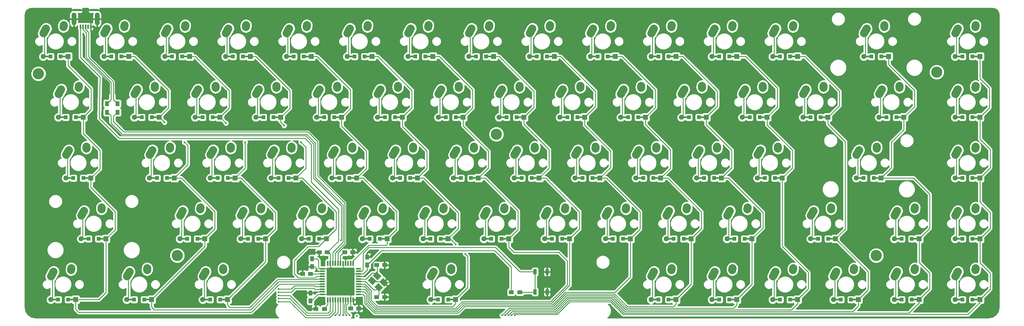
<source format=gbl>
G04 #@! TF.FileFunction,Copper,L2,Bot,Signal*
%FSLAX46Y46*%
G04 Gerber Fmt 4.6, Leading zero omitted, Abs format (unit mm)*
G04 Created by KiCad (PCBNEW 4.0.7) date 02/17/18 00:52:53*
%MOMM*%
%LPD*%
G01*
G04 APERTURE LIST*
%ADD10C,0.100000*%
%ADD11C,2.500000*%
%ADD12R,0.550000X1.500000*%
%ADD13R,1.500000X0.550000*%
%ADD14R,1.250000X1.500000*%
%ADD15R,1.500000X1.250000*%
%ADD16R,1.200000X1.200000*%
%ADD17R,1.600000X1.600000*%
%ADD18C,1.600000*%
%ADD19R,2.500000X0.500000*%
%ADD20R,2.350000X0.800000*%
%ADD21R,0.500000X1.400000*%
%ADD22O,1.500000X4.000000*%
%ADD23R,1.500000X1.300000*%
%ADD24R,1.300000X1.500000*%
%ADD25R,1.000000X1.700000*%
%ADD26C,3.500000*%
%ADD27C,0.600000*%
%ADD28C,0.250000*%
%ADD29C,0.254000*%
G04 APERTURE END LIST*
D10*
D11*
X104156703Y-38862546D02*
X103345797Y-40322454D01*
X109695974Y-37783172D02*
X109656526Y-38361828D01*
X85106703Y-38862546D02*
X84295797Y-40322454D01*
X90645974Y-37783172D02*
X90606526Y-38361828D01*
D12*
X173382500Y-112455000D03*
X174182500Y-112455000D03*
X174982500Y-112455000D03*
X175782500Y-112455000D03*
X176582500Y-112455000D03*
X177382500Y-112455000D03*
X178182500Y-112455000D03*
X178982500Y-112455000D03*
X179782500Y-112455000D03*
X180582500Y-112455000D03*
X181382500Y-112455000D03*
D13*
X183082500Y-114155000D03*
X183082500Y-114955000D03*
X183082500Y-115755000D03*
X183082500Y-116555000D03*
X183082500Y-117355000D03*
X183082500Y-118155000D03*
X183082500Y-118955000D03*
X183082500Y-119755000D03*
X183082500Y-120555000D03*
X183082500Y-121355000D03*
X183082500Y-122155000D03*
D12*
X181382500Y-123855000D03*
X180582500Y-123855000D03*
X179782500Y-123855000D03*
X178982500Y-123855000D03*
X178182500Y-123855000D03*
X177382500Y-123855000D03*
X176582500Y-123855000D03*
X175782500Y-123855000D03*
X174982500Y-123855000D03*
X174182500Y-123855000D03*
X173382500Y-123855000D03*
D13*
X171682500Y-122155000D03*
X171682500Y-121355000D03*
X171682500Y-120555000D03*
X171682500Y-119755000D03*
X171682500Y-118955000D03*
X171682500Y-118155000D03*
X171682500Y-117355000D03*
X171682500Y-116555000D03*
X171682500Y-115755000D03*
X171682500Y-114955000D03*
X171682500Y-114155000D03*
D14*
X185750000Y-113000000D03*
X185750000Y-110500000D03*
X168000000Y-124250000D03*
X168000000Y-121750000D03*
D15*
X180625000Y-126625000D03*
X183125000Y-126625000D03*
D14*
X168500000Y-111000000D03*
X168500000Y-113500000D03*
D15*
X173250000Y-109000000D03*
X170750000Y-109000000D03*
X188750000Y-123000000D03*
X191250000Y-123000000D03*
X191250000Y-113000000D03*
X188750000Y-113000000D03*
X178750000Y-109000000D03*
X181250000Y-109000000D03*
X165500000Y-115750000D03*
X168000000Y-115750000D03*
D16*
X86531250Y-47625000D03*
X89681250Y-47625000D03*
D17*
X92006250Y-47625000D03*
D18*
X84206250Y-47625000D03*
D19*
X90806250Y-47625000D03*
X85406250Y-47625000D03*
D16*
X91293750Y-66675000D03*
X94443750Y-66675000D03*
D17*
X96768750Y-66675000D03*
D18*
X88968750Y-66675000D03*
D19*
X95568750Y-66675000D03*
X90168750Y-66675000D03*
D16*
X93675000Y-85725000D03*
X96825000Y-85725000D03*
D17*
X99150000Y-85725000D03*
D18*
X91350000Y-85725000D03*
D19*
X97950000Y-85725000D03*
X92550000Y-85725000D03*
D16*
X98437500Y-104775000D03*
X101587500Y-104775000D03*
D17*
X103912500Y-104775000D03*
D18*
X96112500Y-104775000D03*
D19*
X102712500Y-104775000D03*
X97312500Y-104775000D03*
D16*
X88912500Y-123825000D03*
X92062500Y-123825000D03*
D17*
X94387500Y-123825000D03*
D18*
X86587500Y-123825000D03*
D19*
X93187500Y-123825000D03*
X87787500Y-123825000D03*
D16*
X105581250Y-47625000D03*
X108731250Y-47625000D03*
D17*
X111056250Y-47625000D03*
D18*
X103256250Y-47625000D03*
D19*
X109856250Y-47625000D03*
X104456250Y-47625000D03*
D16*
X115106250Y-66675000D03*
X118256250Y-66675000D03*
D17*
X120581250Y-66675000D03*
D18*
X112781250Y-66675000D03*
D19*
X119381250Y-66675000D03*
X113981250Y-66675000D03*
D16*
X119868750Y-85725000D03*
X123018750Y-85725000D03*
D17*
X125343750Y-85725000D03*
D18*
X117543750Y-85725000D03*
D19*
X124143750Y-85725000D03*
X118743750Y-85725000D03*
D16*
X129393750Y-104775000D03*
X132543750Y-104775000D03*
D17*
X134868750Y-104775000D03*
D18*
X127068750Y-104775000D03*
D19*
X133668750Y-104775000D03*
X128268750Y-104775000D03*
D16*
X112725000Y-123825000D03*
X115875000Y-123825000D03*
D17*
X118200000Y-123825000D03*
D18*
X110400000Y-123825000D03*
D19*
X117000000Y-123825000D03*
X111600000Y-123825000D03*
D16*
X136537500Y-123825000D03*
X139687500Y-123825000D03*
D17*
X142012500Y-123825000D03*
D18*
X134212500Y-123825000D03*
D19*
X140812500Y-123825000D03*
X135412500Y-123825000D03*
D16*
X124631250Y-47625000D03*
X127781250Y-47625000D03*
D17*
X130106250Y-47625000D03*
D18*
X122306250Y-47625000D03*
D19*
X128906250Y-47625000D03*
X123506250Y-47625000D03*
D16*
X134156250Y-66675000D03*
X137306250Y-66675000D03*
D17*
X139631250Y-66675000D03*
D18*
X131831250Y-66675000D03*
D19*
X138431250Y-66675000D03*
X133031250Y-66675000D03*
D16*
X138918750Y-85725000D03*
X142068750Y-85725000D03*
D17*
X144393750Y-85725000D03*
D18*
X136593750Y-85725000D03*
D19*
X143193750Y-85725000D03*
X137793750Y-85725000D03*
D16*
X148443750Y-104775000D03*
X151593750Y-104775000D03*
D17*
X153918750Y-104775000D03*
D18*
X146118750Y-104775000D03*
D19*
X152718750Y-104775000D03*
X147318750Y-104775000D03*
D16*
X143681250Y-47625000D03*
X146831250Y-47625000D03*
D17*
X149156250Y-47625000D03*
D18*
X141356250Y-47625000D03*
D19*
X147956250Y-47625000D03*
X142556250Y-47625000D03*
D16*
X153206250Y-66675000D03*
X156356250Y-66675000D03*
D17*
X158681250Y-66675000D03*
D18*
X150881250Y-66675000D03*
D19*
X157481250Y-66675000D03*
X152081250Y-66675000D03*
D16*
X157968750Y-85725000D03*
X161118750Y-85725000D03*
D17*
X163443750Y-85725000D03*
D18*
X155643750Y-85725000D03*
D19*
X162243750Y-85725000D03*
X156843750Y-85725000D03*
D16*
X167493750Y-104775000D03*
X170643750Y-104775000D03*
D17*
X172968750Y-104775000D03*
D18*
X165168750Y-104775000D03*
D19*
X171768750Y-104775000D03*
X166368750Y-104775000D03*
D16*
X162731250Y-47625000D03*
X165881250Y-47625000D03*
D17*
X168206250Y-47625000D03*
D18*
X160406250Y-47625000D03*
D19*
X167006250Y-47625000D03*
X161606250Y-47625000D03*
D16*
X172256250Y-66675000D03*
X175406250Y-66675000D03*
D17*
X177731250Y-66675000D03*
D18*
X169931250Y-66675000D03*
D19*
X176531250Y-66675000D03*
X171131250Y-66675000D03*
D16*
X177018750Y-85725000D03*
X180168750Y-85725000D03*
D17*
X182493750Y-85725000D03*
D18*
X174693750Y-85725000D03*
D19*
X181293750Y-85725000D03*
X175893750Y-85725000D03*
D16*
X186543750Y-104775000D03*
X189693750Y-104775000D03*
D17*
X192018750Y-104775000D03*
D18*
X184218750Y-104775000D03*
D19*
X190818750Y-104775000D03*
X185418750Y-104775000D03*
D16*
X181781250Y-47625000D03*
X184931250Y-47625000D03*
D17*
X187256250Y-47625000D03*
D18*
X179456250Y-47625000D03*
D19*
X186056250Y-47625000D03*
X180656250Y-47625000D03*
D16*
X191306250Y-66675000D03*
X194456250Y-66675000D03*
D17*
X196781250Y-66675000D03*
D18*
X188981250Y-66675000D03*
D19*
X195581250Y-66675000D03*
X190181250Y-66675000D03*
D16*
X196068750Y-85725000D03*
X199218750Y-85725000D03*
D17*
X201543750Y-85725000D03*
D18*
X193743750Y-85725000D03*
D19*
X200343750Y-85725000D03*
X194943750Y-85725000D03*
D16*
X205593750Y-104775000D03*
X208743750Y-104775000D03*
D17*
X211068750Y-104775000D03*
D18*
X203268750Y-104775000D03*
D19*
X209868750Y-104775000D03*
X204468750Y-104775000D03*
D16*
X200831250Y-47625000D03*
X203981250Y-47625000D03*
D17*
X206306250Y-47625000D03*
D18*
X198506250Y-47625000D03*
D19*
X205106250Y-47625000D03*
X199706250Y-47625000D03*
D16*
X210356250Y-66675000D03*
X213506250Y-66675000D03*
D17*
X215831250Y-66675000D03*
D18*
X208031250Y-66675000D03*
D19*
X214631250Y-66675000D03*
X209231250Y-66675000D03*
D16*
X215118750Y-85725000D03*
X218268750Y-85725000D03*
D17*
X220593750Y-85725000D03*
D18*
X212793750Y-85725000D03*
D19*
X219393750Y-85725000D03*
X213993750Y-85725000D03*
D16*
X224643750Y-104775000D03*
X227793750Y-104775000D03*
D17*
X230118750Y-104775000D03*
D18*
X222318750Y-104775000D03*
D19*
X228918750Y-104775000D03*
X223518750Y-104775000D03*
D16*
X207975000Y-123825000D03*
X211125000Y-123825000D03*
D17*
X213450000Y-123825000D03*
D18*
X205650000Y-123825000D03*
D19*
X212250000Y-123825000D03*
X206850000Y-123825000D03*
D16*
X219881250Y-47625000D03*
X223031250Y-47625000D03*
D17*
X225356250Y-47625000D03*
D18*
X217556250Y-47625000D03*
D19*
X224156250Y-47625000D03*
X218756250Y-47625000D03*
D16*
X229406250Y-66675000D03*
X232556250Y-66675000D03*
D17*
X234881250Y-66675000D03*
D18*
X227081250Y-66675000D03*
D19*
X233681250Y-66675000D03*
X228281250Y-66675000D03*
D16*
X234168750Y-85725000D03*
X237318750Y-85725000D03*
D17*
X239643750Y-85725000D03*
D18*
X231843750Y-85725000D03*
D19*
X238443750Y-85725000D03*
X233043750Y-85725000D03*
D16*
X243693750Y-104775000D03*
X246843750Y-104775000D03*
D17*
X249168750Y-104775000D03*
D18*
X241368750Y-104775000D03*
D19*
X247968750Y-104775000D03*
X242568750Y-104775000D03*
D16*
X238931250Y-47625000D03*
X242081250Y-47625000D03*
D17*
X244406250Y-47625000D03*
D18*
X236606250Y-47625000D03*
D19*
X243206250Y-47625000D03*
X237806250Y-47625000D03*
D16*
X248456250Y-66675000D03*
X251606250Y-66675000D03*
D17*
X253931250Y-66675000D03*
D18*
X246131250Y-66675000D03*
D19*
X252731250Y-66675000D03*
X247331250Y-66675000D03*
D16*
X253218750Y-85725000D03*
X256368750Y-85725000D03*
D17*
X258693750Y-85725000D03*
D18*
X250893750Y-85725000D03*
D19*
X257493750Y-85725000D03*
X252093750Y-85725000D03*
D16*
X262743750Y-104775000D03*
X265893750Y-104775000D03*
D17*
X268218750Y-104775000D03*
D18*
X260418750Y-104775000D03*
D19*
X267018750Y-104775000D03*
X261618750Y-104775000D03*
D16*
X257981250Y-47625000D03*
X261131250Y-47625000D03*
D17*
X263456250Y-47625000D03*
D18*
X255656250Y-47625000D03*
D19*
X262256250Y-47625000D03*
X256856250Y-47625000D03*
D16*
X267506250Y-66675000D03*
X270656250Y-66675000D03*
D17*
X272981250Y-66675000D03*
D18*
X265181250Y-66675000D03*
D19*
X271781250Y-66675000D03*
X266381250Y-66675000D03*
D16*
X272268750Y-85725000D03*
X275418750Y-85725000D03*
D17*
X277743750Y-85725000D03*
D18*
X269943750Y-85725000D03*
D19*
X276543750Y-85725000D03*
X271143750Y-85725000D03*
D16*
X281793750Y-104775000D03*
X284943750Y-104775000D03*
D17*
X287268750Y-104775000D03*
D18*
X279468750Y-104775000D03*
D19*
X286068750Y-104775000D03*
X280668750Y-104775000D03*
D16*
X277031250Y-47625000D03*
X280181250Y-47625000D03*
D17*
X282506250Y-47625000D03*
D18*
X274706250Y-47625000D03*
D19*
X281306250Y-47625000D03*
X275906250Y-47625000D03*
D16*
X286556250Y-66675000D03*
X289706250Y-66675000D03*
D17*
X292031250Y-66675000D03*
D18*
X284231250Y-66675000D03*
D19*
X290831250Y-66675000D03*
X285431250Y-66675000D03*
D16*
X291318750Y-85725000D03*
X294468750Y-85725000D03*
D17*
X296793750Y-85725000D03*
D18*
X288993750Y-85725000D03*
D19*
X295593750Y-85725000D03*
X290193750Y-85725000D03*
D16*
X300843750Y-104775000D03*
X303993750Y-104775000D03*
D17*
X306318750Y-104775000D03*
D18*
X298518750Y-104775000D03*
D19*
X305118750Y-104775000D03*
X299718750Y-104775000D03*
D16*
X277031250Y-123825000D03*
X280181250Y-123825000D03*
D17*
X282506250Y-123825000D03*
D18*
X274706250Y-123825000D03*
D19*
X281306250Y-123825000D03*
X275906250Y-123825000D03*
D16*
X296081250Y-47625000D03*
X299231250Y-47625000D03*
D17*
X301556250Y-47625000D03*
D18*
X293756250Y-47625000D03*
D19*
X300356250Y-47625000D03*
X294956250Y-47625000D03*
D16*
X305606250Y-66675000D03*
X308756250Y-66675000D03*
D17*
X311081250Y-66675000D03*
D18*
X303281250Y-66675000D03*
D19*
X309881250Y-66675000D03*
X304481250Y-66675000D03*
D16*
X310368750Y-85725000D03*
X313518750Y-85725000D03*
D17*
X315843750Y-85725000D03*
D18*
X308043750Y-85725000D03*
D19*
X314643750Y-85725000D03*
X309243750Y-85725000D03*
D16*
X296081250Y-123825000D03*
X299231250Y-123825000D03*
D17*
X301556250Y-123825000D03*
D18*
X293756250Y-123825000D03*
D19*
X300356250Y-123825000D03*
X294956250Y-123825000D03*
D16*
X315131250Y-47625000D03*
X318281250Y-47625000D03*
D17*
X320606250Y-47625000D03*
D18*
X312806250Y-47625000D03*
D19*
X319406250Y-47625000D03*
X314006250Y-47625000D03*
D16*
X324656250Y-66675000D03*
X327806250Y-66675000D03*
D17*
X330131250Y-66675000D03*
D18*
X322331250Y-66675000D03*
D19*
X328931250Y-66675000D03*
X323531250Y-66675000D03*
D16*
X341325000Y-85725000D03*
X344475000Y-85725000D03*
D17*
X346800000Y-85725000D03*
D18*
X339000000Y-85725000D03*
D19*
X345600000Y-85725000D03*
X340200000Y-85725000D03*
D16*
X353231250Y-104775000D03*
X356381250Y-104775000D03*
D17*
X358706250Y-104775000D03*
D18*
X350906250Y-104775000D03*
D19*
X357506250Y-104775000D03*
X352106250Y-104775000D03*
D16*
X315131250Y-123825000D03*
X318281250Y-123825000D03*
D17*
X320606250Y-123825000D03*
D18*
X312806250Y-123825000D03*
D19*
X319406250Y-123825000D03*
X314006250Y-123825000D03*
D16*
X343706250Y-47625000D03*
X346856250Y-47625000D03*
D17*
X349181250Y-47625000D03*
D18*
X341381250Y-47625000D03*
D19*
X347981250Y-47625000D03*
X342581250Y-47625000D03*
D16*
X348468750Y-66675000D03*
X351618750Y-66675000D03*
D17*
X353943750Y-66675000D03*
D18*
X346143750Y-66675000D03*
D19*
X352743750Y-66675000D03*
X347343750Y-66675000D03*
D16*
X372281250Y-85725000D03*
X375431250Y-85725000D03*
D17*
X377756250Y-85725000D03*
D18*
X369956250Y-85725000D03*
D19*
X376556250Y-85725000D03*
X371156250Y-85725000D03*
D16*
X372281250Y-104775000D03*
X375431250Y-104775000D03*
D17*
X377756250Y-104775000D03*
D18*
X369956250Y-104775000D03*
D19*
X376556250Y-104775000D03*
X371156250Y-104775000D03*
D16*
X353231250Y-123825000D03*
X356381250Y-123825000D03*
D17*
X358706250Y-123825000D03*
D18*
X350906250Y-123825000D03*
D19*
X357506250Y-123825000D03*
X352106250Y-123825000D03*
D16*
X372281250Y-47625000D03*
X375431250Y-47625000D03*
D17*
X377756250Y-47625000D03*
D18*
X369956250Y-47625000D03*
D19*
X376556250Y-47625000D03*
X371156250Y-47625000D03*
D16*
X372281250Y-66675000D03*
X375431250Y-66675000D03*
D17*
X377756250Y-66675000D03*
D18*
X369956250Y-66675000D03*
D19*
X376556250Y-66675000D03*
X371156250Y-66675000D03*
D16*
X372281250Y-123825000D03*
X375431250Y-123825000D03*
D17*
X377756250Y-123825000D03*
D18*
X369956250Y-123825000D03*
D19*
X376556250Y-123825000D03*
X371156250Y-123825000D03*
D20*
X100175000Y-33050000D03*
X94825000Y-33050000D03*
D21*
X95900000Y-38250000D03*
X96700000Y-38250000D03*
X97500000Y-38250000D03*
X98300000Y-38250000D03*
X99100000Y-38250000D03*
D22*
X93850000Y-35850000D03*
X101150000Y-35850000D03*
D11*
X89869203Y-57912546D02*
X89058297Y-59372454D01*
X95408474Y-56833172D02*
X95369026Y-57411828D01*
X92250453Y-76962546D02*
X91439547Y-78422454D01*
X97789724Y-75883172D02*
X97750276Y-76461828D01*
X97012953Y-96012546D02*
X96202047Y-97472454D01*
X102552224Y-94933172D02*
X102512776Y-95511828D01*
X87487953Y-115062546D02*
X86677047Y-116522454D01*
X93027224Y-113983172D02*
X92987776Y-114561828D01*
X113681703Y-57912546D02*
X112870797Y-59372454D01*
X119220974Y-56833172D02*
X119181526Y-57411828D01*
X118444203Y-76962546D02*
X117633297Y-78422454D01*
X123983474Y-75883172D02*
X123944026Y-76461828D01*
X127969203Y-96012546D02*
X127158297Y-97472454D01*
X133508474Y-94933172D02*
X133469026Y-95511828D01*
X111300453Y-115062546D02*
X110489547Y-116522454D01*
X116839724Y-113983172D02*
X116800276Y-114561828D01*
X135112953Y-115062546D02*
X134302047Y-116522454D01*
X140652224Y-113983172D02*
X140612776Y-114561828D01*
X123206703Y-38862546D02*
X122395797Y-40322454D01*
X128745974Y-37783172D02*
X128706526Y-38361828D01*
X132731703Y-57912546D02*
X131920797Y-59372454D01*
X138270974Y-56833172D02*
X138231526Y-57411828D01*
X137494203Y-76962546D02*
X136683297Y-78422454D01*
X143033474Y-75883172D02*
X142994026Y-76461828D01*
X147019203Y-96012546D02*
X146208297Y-97472454D01*
X152558474Y-94933172D02*
X152519026Y-95511828D01*
X142256703Y-38862546D02*
X141445797Y-40322454D01*
X147795974Y-37783172D02*
X147756526Y-38361828D01*
X151781703Y-57912546D02*
X150970797Y-59372454D01*
X157320974Y-56833172D02*
X157281526Y-57411828D01*
X156544203Y-76962546D02*
X155733297Y-78422454D01*
X162083474Y-75883172D02*
X162044026Y-76461828D01*
X166069203Y-96012546D02*
X165258297Y-97472454D01*
X171608474Y-94933172D02*
X171569026Y-95511828D01*
X161306703Y-38862546D02*
X160495797Y-40322454D01*
X166845974Y-37783172D02*
X166806526Y-38361828D01*
X170831703Y-57912546D02*
X170020797Y-59372454D01*
X176370974Y-56833172D02*
X176331526Y-57411828D01*
X175594203Y-76962546D02*
X174783297Y-78422454D01*
X181133474Y-75883172D02*
X181094026Y-76461828D01*
X185119203Y-96012546D02*
X184308297Y-97472454D01*
X190658474Y-94933172D02*
X190619026Y-95511828D01*
X180356703Y-38862546D02*
X179545797Y-40322454D01*
X185895974Y-37783172D02*
X185856526Y-38361828D01*
X189881703Y-57912546D02*
X189070797Y-59372454D01*
X195420974Y-56833172D02*
X195381526Y-57411828D01*
X194644203Y-76962546D02*
X193833297Y-78422454D01*
X200183474Y-75883172D02*
X200144026Y-76461828D01*
X204169203Y-96012546D02*
X203358297Y-97472454D01*
X209708474Y-94933172D02*
X209669026Y-95511828D01*
X199406703Y-38862546D02*
X198595797Y-40322454D01*
X204945974Y-37783172D02*
X204906526Y-38361828D01*
X208931703Y-57912546D02*
X208120797Y-59372454D01*
X214470974Y-56833172D02*
X214431526Y-57411828D01*
X213694203Y-76962546D02*
X212883297Y-78422454D01*
X219233474Y-75883172D02*
X219194026Y-76461828D01*
X223219203Y-96012546D02*
X222408297Y-97472454D01*
X228758474Y-94933172D02*
X228719026Y-95511828D01*
X206550453Y-115062546D02*
X205739547Y-116522454D01*
X212089724Y-113983172D02*
X212050276Y-114561828D01*
X218456703Y-38862546D02*
X217645797Y-40322454D01*
X223995974Y-37783172D02*
X223956526Y-38361828D01*
X227981703Y-57912546D02*
X227170797Y-59372454D01*
X233520974Y-56833172D02*
X233481526Y-57411828D01*
X232744203Y-76962546D02*
X231933297Y-78422454D01*
X238283474Y-75883172D02*
X238244026Y-76461828D01*
X242269203Y-96012546D02*
X241458297Y-97472454D01*
X247808474Y-94933172D02*
X247769026Y-95511828D01*
X237506703Y-38862546D02*
X236695797Y-40322454D01*
X243045974Y-37783172D02*
X243006526Y-38361828D01*
X247031703Y-57912546D02*
X246220797Y-59372454D01*
X252570974Y-56833172D02*
X252531526Y-57411828D01*
X251794203Y-76962546D02*
X250983297Y-78422454D01*
X257333474Y-75883172D02*
X257294026Y-76461828D01*
X261319203Y-96012546D02*
X260508297Y-97472454D01*
X266858474Y-94933172D02*
X266819026Y-95511828D01*
X256556703Y-38862546D02*
X255745797Y-40322454D01*
X262095974Y-37783172D02*
X262056526Y-38361828D01*
X266081703Y-57912546D02*
X265270797Y-59372454D01*
X271620974Y-56833172D02*
X271581526Y-57411828D01*
X270844203Y-76962546D02*
X270033297Y-78422454D01*
X276383474Y-75883172D02*
X276344026Y-76461828D01*
X280369203Y-96012546D02*
X279558297Y-97472454D01*
X285908474Y-94933172D02*
X285869026Y-95511828D01*
X275606703Y-38862546D02*
X274795797Y-40322454D01*
X281145974Y-37783172D02*
X281106526Y-38361828D01*
X285131703Y-57912546D02*
X284320797Y-59372454D01*
X290670974Y-56833172D02*
X290631526Y-57411828D01*
X289894203Y-76962546D02*
X289083297Y-78422454D01*
X295433474Y-75883172D02*
X295394026Y-76461828D01*
X299419203Y-96012546D02*
X298608297Y-97472454D01*
X304958474Y-94933172D02*
X304919026Y-95511828D01*
X275606703Y-115062546D02*
X274795797Y-116522454D01*
X281145974Y-113983172D02*
X281106526Y-114561828D01*
X294656703Y-38862546D02*
X293845797Y-40322454D01*
X300195974Y-37783172D02*
X300156526Y-38361828D01*
X304181703Y-57912546D02*
X303370797Y-59372454D01*
X309720974Y-56833172D02*
X309681526Y-57411828D01*
X308944203Y-76962546D02*
X308133297Y-78422454D01*
X314483474Y-75883172D02*
X314444026Y-76461828D01*
X294656703Y-115062546D02*
X293845797Y-116522454D01*
X300195974Y-113983172D02*
X300156526Y-114561828D01*
X313706703Y-38862546D02*
X312895797Y-40322454D01*
X319245974Y-37783172D02*
X319206526Y-38361828D01*
X323231703Y-57912546D02*
X322420797Y-59372454D01*
X328770974Y-56833172D02*
X328731526Y-57411828D01*
X339900453Y-76962546D02*
X339089547Y-78422454D01*
X345439724Y-75883172D02*
X345400276Y-76461828D01*
X351806703Y-96012546D02*
X350995797Y-97472454D01*
X357345974Y-94933172D02*
X357306526Y-95511828D01*
X313706703Y-115062546D02*
X312895797Y-116522454D01*
X319245974Y-113983172D02*
X319206526Y-114561828D01*
X342281703Y-38862546D02*
X341470797Y-40322454D01*
X347820974Y-37783172D02*
X347781526Y-38361828D01*
X347044203Y-57912546D02*
X346233297Y-59372454D01*
X352583474Y-56833172D02*
X352544026Y-57411828D01*
X370856703Y-76962546D02*
X370045797Y-78422454D01*
X376395974Y-75883172D02*
X376356526Y-76461828D01*
X370856703Y-96012546D02*
X370045797Y-97472454D01*
X376395974Y-94933172D02*
X376356526Y-95511828D01*
X351806703Y-115062546D02*
X350995797Y-116522454D01*
X357345974Y-113983172D02*
X357306526Y-114561828D01*
X370856703Y-38862546D02*
X370045797Y-40322454D01*
X376395974Y-37783172D02*
X376356526Y-38361828D01*
X370856703Y-57912546D02*
X370045797Y-59372454D01*
X376395974Y-56833172D02*
X376356526Y-57411828D01*
X370856703Y-115062546D02*
X370045797Y-116522454D01*
X376395974Y-113983172D02*
X376356526Y-114561828D01*
D23*
X233600000Y-121500000D03*
X230900000Y-121500000D03*
D24*
X104250000Y-65100000D03*
X104250000Y-62400000D03*
X107500000Y-65100000D03*
X107500000Y-62400000D03*
D23*
X169650000Y-126750000D03*
X172350000Y-126750000D03*
D25*
X242150000Y-121400000D03*
X242150000Y-115100000D03*
X238350000Y-121400000D03*
X238350000Y-115100000D03*
D10*
G36*
X187521332Y-116228134D02*
X188741091Y-115008375D01*
X190226016Y-116493300D01*
X189006257Y-117713059D01*
X187521332Y-116228134D01*
X187521332Y-116228134D01*
G37*
G36*
X189571941Y-118278743D02*
X190791700Y-117058984D01*
X192276625Y-118543909D01*
X191056866Y-119763668D01*
X189571941Y-118278743D01*
X189571941Y-118278743D01*
G37*
G36*
X188033984Y-119816700D02*
X189253743Y-118596941D01*
X190738668Y-120081866D01*
X189518909Y-121301625D01*
X188033984Y-119816700D01*
X188033984Y-119816700D01*
G37*
G36*
X185983375Y-117766091D02*
X187203134Y-116546332D01*
X188688059Y-118031257D01*
X187468300Y-119251016D01*
X185983375Y-117766091D01*
X185983375Y-117766091D01*
G37*
D16*
X334181250Y-123825000D03*
X337331250Y-123825000D03*
D17*
X339656250Y-123825000D03*
D18*
X331856250Y-123825000D03*
D19*
X338456250Y-123825000D03*
X333056250Y-123825000D03*
D11*
X332756703Y-115062546D02*
X331945797Y-116522454D01*
X338295974Y-113983172D02*
X338256526Y-114561828D01*
D16*
X327037500Y-104775000D03*
X330187500Y-104775000D03*
D17*
X332512500Y-104775000D03*
D18*
X324712500Y-104775000D03*
D19*
X331312500Y-104775000D03*
X325912500Y-104775000D03*
D11*
X325612953Y-96012546D02*
X324802047Y-97472454D01*
X331152224Y-94933172D02*
X331112776Y-95511828D01*
D26*
X82750000Y-53000000D03*
X126250000Y-110000000D03*
X364250000Y-52500000D03*
X345250000Y-110000000D03*
X226250000Y-72000000D03*
D27*
X182500000Y-129000000D03*
X96750000Y-40750000D03*
X177500000Y-105250000D03*
X144500000Y-69750000D03*
X149250000Y-74500000D03*
X162250000Y-69750000D03*
X158250000Y-69750000D03*
X141000000Y-69750000D03*
X130250000Y-74500000D03*
X125250000Y-69750000D03*
X126750000Y-74500000D03*
X122500000Y-69750000D03*
X153750000Y-117000000D03*
X159000000Y-106000000D03*
X158750000Y-92250000D03*
X145750000Y-74500000D03*
X146250000Y-116750000D03*
X141250000Y-108750000D03*
X141250000Y-92250000D03*
X164750000Y-113750000D03*
X180750000Y-105250000D03*
X168500000Y-108750000D03*
X187500000Y-109250000D03*
X166750000Y-112750000D03*
X167750000Y-126500000D03*
X166250000Y-122000000D03*
X183750000Y-128250000D03*
X243000000Y-112500000D03*
X194000000Y-117500000D03*
X193000000Y-123000000D03*
X193000000Y-113000000D03*
X128500000Y-74500000D03*
X122250000Y-68250000D03*
X147500000Y-74500000D03*
X141500000Y-68500000D03*
X165000000Y-74500000D03*
X159750000Y-69250000D03*
X216500000Y-109500000D03*
X213500000Y-106500000D03*
X228000000Y-128750000D03*
X180250000Y-128750000D03*
X229000000Y-128750000D03*
X179250000Y-128750000D03*
X230000000Y-128750000D03*
X178250000Y-128750000D03*
X231000000Y-128750000D03*
X177000000Y-128750000D03*
X232000000Y-128750000D03*
X175750000Y-128750000D03*
X158000000Y-124500000D03*
X158000000Y-123500000D03*
X158000000Y-122500000D03*
X158000000Y-121500000D03*
X158000000Y-120500000D03*
D28*
X95900000Y-38250000D02*
X95900000Y-47900000D01*
X95900000Y-47900000D02*
X96000000Y-48000000D01*
X168250000Y-75250000D02*
X168250000Y-87000000D01*
X168250000Y-87000000D02*
X176750000Y-95500000D01*
X176750000Y-95500000D02*
X176750000Y-105500000D01*
X176750000Y-105500000D02*
X173250000Y-109000000D01*
X166250000Y-73250000D02*
X126750000Y-73250000D01*
X100750000Y-52750000D02*
X102000000Y-54000000D01*
X102000000Y-54000000D02*
X101750000Y-67000000D01*
X101750000Y-67000000D02*
X108000000Y-73250000D01*
X108000000Y-73250000D02*
X126750000Y-73250000D01*
X96750000Y-48750000D02*
X99500000Y-51500000D01*
X99500000Y-51500000D02*
X100750000Y-52750000D01*
X166250000Y-73250000D02*
X168250000Y-75250000D01*
X95900000Y-47900000D02*
X96000000Y-48000000D01*
X96000000Y-48000000D02*
X96750000Y-48750000D01*
X171682500Y-114155000D02*
X173405000Y-114155000D01*
X173405000Y-114155000D02*
X175250000Y-116000000D01*
X174182500Y-112455000D02*
X174182500Y-113432500D01*
X174182500Y-113432500D02*
X176250000Y-115500000D01*
X171682500Y-122155000D02*
X173595000Y-122155000D01*
X173595000Y-122155000D02*
X175250000Y-120500000D01*
X180582500Y-123855000D02*
X180582500Y-121582500D01*
X180582500Y-121582500D02*
X179250000Y-120250000D01*
X183082500Y-115755000D02*
X180745000Y-115755000D01*
X180745000Y-115755000D02*
X179750000Y-116750000D01*
X178182500Y-112455000D02*
X178182500Y-114682500D01*
X178182500Y-114682500D02*
X178750000Y-115250000D01*
X230900000Y-121500000D02*
X230900000Y-113650000D01*
X190250000Y-108500000D02*
X185750000Y-113000000D01*
X225750000Y-108500000D02*
X190250000Y-108500000D01*
X230900000Y-113650000D02*
X225750000Y-108500000D01*
X171682500Y-114155000D02*
X170655000Y-114155000D01*
X170000000Y-111000000D02*
X168500000Y-111000000D01*
X170500000Y-111500000D02*
X170000000Y-111000000D01*
X170500000Y-114000000D02*
X170500000Y-111500000D01*
X170655000Y-114155000D02*
X170500000Y-114000000D01*
X168000000Y-124250000D02*
X168250000Y-124250000D01*
X168250000Y-124250000D02*
X170345000Y-122155000D01*
X170345000Y-122155000D02*
X171682500Y-122155000D01*
X173250000Y-109000000D02*
X173750000Y-109000000D01*
X173750000Y-109000000D02*
X174182500Y-109432500D01*
X174182500Y-109432500D02*
X174182500Y-112455000D01*
X183082500Y-115755000D02*
X184495000Y-115755000D01*
X184495000Y-115755000D02*
X185750000Y-114500000D01*
X185750000Y-114500000D02*
X185750000Y-113000000D01*
X180582500Y-123855000D02*
X180582500Y-126582500D01*
X180582500Y-126582500D02*
X180625000Y-126625000D01*
X183087500Y-115750000D02*
X183082500Y-115755000D01*
X97250000Y-42750000D02*
X97250000Y-48136398D01*
X96750000Y-40750000D02*
X97250000Y-41250000D01*
X97250000Y-41250000D02*
X97250000Y-42750000D01*
X177750000Y-105000000D02*
X177500000Y-105250000D01*
X177750000Y-94500000D02*
X177750000Y-105000000D01*
X169000000Y-85750000D02*
X177750000Y-94500000D01*
X169000000Y-75000000D02*
X169000000Y-85750000D01*
X166450002Y-72450002D02*
X169000000Y-75000000D01*
X108700002Y-72450002D02*
X166450002Y-72450002D01*
X102750000Y-66500000D02*
X108700002Y-72450002D01*
X102750000Y-61500000D02*
X102750000Y-66500000D01*
X105000000Y-59250000D02*
X102750000Y-61500000D01*
X105000000Y-55886398D02*
X105000000Y-59250000D01*
X97250000Y-48136398D02*
X105000000Y-55886398D01*
X165500000Y-115750000D02*
X165500000Y-114500000D01*
X165500000Y-114500000D02*
X164750000Y-113750000D01*
X99100000Y-38250000D02*
X99100000Y-47600000D01*
X99100000Y-47600000D02*
X99500000Y-48000000D01*
X176582500Y-112455000D02*
X176582500Y-109167500D01*
X179250000Y-106500000D02*
X179250000Y-103250000D01*
X176582500Y-109167500D02*
X179250000Y-106500000D01*
X179250000Y-102500000D02*
X179250000Y-103250000D01*
X179250000Y-93250000D02*
X179250000Y-94450002D01*
X179250000Y-94450002D02*
X179250000Y-102500000D01*
X163750000Y-70750000D02*
X167500000Y-70750000D01*
X110000000Y-70750000D02*
X112750000Y-70750000D01*
X109250000Y-70000000D02*
X110000000Y-70750000D01*
X109250000Y-61750000D02*
X109250000Y-70000000D01*
X106750000Y-59250000D02*
X109250000Y-61750000D01*
X106750000Y-55250000D02*
X106750000Y-59250000D01*
X99350000Y-47850000D02*
X99500000Y-48000000D01*
X99500000Y-48000000D02*
X106750000Y-55250000D01*
X163750000Y-70750000D02*
X112750000Y-70750000D01*
X170750000Y-84750000D02*
X173500000Y-87500000D01*
X170750000Y-74000000D02*
X170750000Y-84750000D01*
X167500000Y-70750000D02*
X170750000Y-74000000D01*
X173500000Y-87500000D02*
X179250000Y-93250000D01*
X181250000Y-109000000D02*
X181250000Y-105750000D01*
X181250000Y-105750000D02*
X180750000Y-105250000D01*
X168750000Y-109000000D02*
X168500000Y-108750000D01*
X170750000Y-109000000D02*
X168750000Y-109000000D01*
X185750000Y-110500000D02*
X186250000Y-110500000D01*
X186250000Y-110500000D02*
X187500000Y-109250000D01*
X167500000Y-113500000D02*
X166750000Y-112750000D01*
X168500000Y-113500000D02*
X167500000Y-113500000D01*
X181250000Y-109000000D02*
X181250000Y-109750000D01*
X178982500Y-110767500D02*
X178982500Y-112455000D01*
X179250000Y-110500000D02*
X178982500Y-110767500D01*
X180500000Y-110500000D02*
X179250000Y-110500000D01*
X181250000Y-109750000D02*
X180500000Y-110500000D01*
X169650000Y-126750000D02*
X168000000Y-126750000D01*
X168000000Y-126750000D02*
X167750000Y-126500000D01*
X168500000Y-113500000D02*
X169250000Y-113500000D01*
X170205000Y-114955000D02*
X171682500Y-114955000D01*
X170000000Y-114750000D02*
X170205000Y-114955000D01*
X170000000Y-114250000D02*
X170000000Y-114750000D01*
X169250000Y-113500000D02*
X170000000Y-114250000D01*
X191250000Y-113000000D02*
X191250000Y-112250000D01*
X191250000Y-112250000D02*
X190750000Y-111750000D01*
X190750000Y-111750000D02*
X188000000Y-111750000D01*
X188000000Y-111750000D02*
X187500000Y-112250000D01*
X187500000Y-112250000D02*
X187500000Y-114250000D01*
X187500000Y-114250000D02*
X185195000Y-116555000D01*
X185195000Y-116555000D02*
X183082500Y-116555000D01*
X168000000Y-121750000D02*
X166500000Y-121750000D01*
X166500000Y-121750000D02*
X166250000Y-122000000D01*
X168000000Y-121750000D02*
X168750000Y-121750000D01*
X169145000Y-121355000D02*
X171682500Y-121355000D01*
X168750000Y-121750000D02*
X169145000Y-121355000D01*
X183125000Y-126625000D02*
X183125000Y-125625000D01*
X181382500Y-124882500D02*
X181382500Y-123855000D01*
X181750000Y-125250000D02*
X181382500Y-124882500D01*
X182750000Y-125250000D02*
X181750000Y-125250000D01*
X183125000Y-125625000D02*
X182750000Y-125250000D01*
X183125000Y-126625000D02*
X183125000Y-127625000D01*
X183125000Y-127625000D02*
X183750000Y-128250000D01*
X242150000Y-115100000D02*
X242150000Y-113350000D01*
X242150000Y-113350000D02*
X243000000Y-112500000D01*
X242150000Y-115100000D02*
X242150000Y-121400000D01*
X190924283Y-118411326D02*
X193088674Y-118411326D01*
X193088674Y-118411326D02*
X194000000Y-117500000D01*
X187335717Y-117898674D02*
X188398674Y-117898674D01*
X188398674Y-117898674D02*
X188750000Y-118250000D01*
X188750000Y-118250000D02*
X190762957Y-118250000D01*
X190762957Y-118250000D02*
X190924283Y-118411326D01*
X191250000Y-123000000D02*
X193000000Y-123000000D01*
X191250000Y-113000000D02*
X193000000Y-113000000D01*
X189386326Y-119949283D02*
X189386326Y-122363674D01*
X189386326Y-122363674D02*
X188515000Y-123235000D01*
X183082500Y-118155000D02*
X185155000Y-118155000D01*
X188585609Y-120750000D02*
X189386326Y-119949283D01*
X187750000Y-120750000D02*
X188585609Y-120750000D01*
X185155000Y-118155000D02*
X187750000Y-120750000D01*
X178500000Y-109000000D02*
X177382500Y-110117500D01*
X177382500Y-110117500D02*
X177382500Y-112455000D01*
X178750000Y-109000000D02*
X178500000Y-109000000D01*
X171682500Y-115755000D02*
X168005000Y-115755000D01*
X168005000Y-115755000D02*
X168000000Y-115750000D01*
X171677500Y-115750000D02*
X171682500Y-115755000D01*
X84701250Y-39592500D02*
X84701250Y-47130000D01*
X84701250Y-47130000D02*
X84206250Y-47625000D01*
X84701250Y-47130000D02*
X84206250Y-47625000D01*
X101675000Y-123825000D02*
X103875000Y-121625000D01*
X94387500Y-123825000D02*
X101675000Y-123825000D01*
X103875000Y-121625000D02*
X103875000Y-104812500D01*
X103875000Y-104812500D02*
X103912500Y-104775000D01*
X158295000Y-118955000D02*
X158000000Y-119250000D01*
X171682500Y-118955000D02*
X158295000Y-118955000D01*
X147500000Y-127750000D02*
X149500000Y-127750000D01*
X94387500Y-126887500D02*
X95250000Y-127750000D01*
X95250000Y-127750000D02*
X147500000Y-127750000D01*
X94387500Y-126887500D02*
X94387500Y-123825000D01*
X149500000Y-127750000D02*
X158000000Y-119250000D01*
X94387500Y-123825000D02*
X94387500Y-123887500D01*
X99150000Y-85725000D02*
X99150000Y-88650000D01*
X106750000Y-101937500D02*
X103912500Y-104775000D01*
X106750000Y-96250000D02*
X106750000Y-101937500D01*
X99150000Y-88650000D02*
X106750000Y-96250000D01*
X96768750Y-66675000D02*
X96768750Y-71768750D01*
X102000000Y-82875000D02*
X99150000Y-85725000D01*
X102000000Y-77000000D02*
X102000000Y-82875000D01*
X96768750Y-71768750D02*
X102000000Y-77000000D01*
X92006250Y-47625000D02*
X92006250Y-50506250D01*
X99250000Y-64193750D02*
X96768750Y-66675000D01*
X99250000Y-57750000D02*
X99250000Y-64193750D01*
X92006250Y-50506250D02*
X99250000Y-57750000D01*
X96768750Y-66675000D02*
X96768750Y-66768750D01*
X92006250Y-47625000D02*
X92125000Y-47625000D01*
X89463750Y-58642500D02*
X89463750Y-66180000D01*
X89463750Y-66180000D02*
X88968750Y-66675000D01*
X91845000Y-77692500D02*
X91845000Y-85230000D01*
X91845000Y-85230000D02*
X91350000Y-85725000D01*
X91845000Y-85230000D02*
X91350000Y-85725000D01*
X96607500Y-96742500D02*
X96607500Y-104280000D01*
X96607500Y-104280000D02*
X96112500Y-104775000D01*
X87082500Y-115792500D02*
X87082500Y-123330000D01*
X87082500Y-123330000D02*
X86587500Y-123825000D01*
X103751250Y-39592500D02*
X103751250Y-47130000D01*
X103751250Y-47130000D02*
X103256250Y-47625000D01*
X120581250Y-66675000D02*
X120675000Y-66675000D01*
X120675000Y-66675000D02*
X122250000Y-68250000D01*
X129500000Y-81568750D02*
X125343750Y-85725000D01*
X129500000Y-75500000D02*
X129500000Y-81568750D01*
X128500000Y-74500000D02*
X129500000Y-75500000D01*
X171682500Y-118155000D02*
X170095000Y-118155000D01*
X149250000Y-127000000D02*
X158000000Y-118250000D01*
X118200000Y-126200000D02*
X118200000Y-123825000D01*
X119000000Y-127000000D02*
X147500000Y-127000000D01*
X118200000Y-126200000D02*
X119000000Y-127000000D01*
X147500000Y-127000000D02*
X149250000Y-127000000D01*
X170000000Y-118250000D02*
X158000000Y-118250000D01*
X170095000Y-118155000D02*
X170000000Y-118250000D01*
X118200000Y-123825000D02*
X118325000Y-123825000D01*
X134868750Y-104775000D02*
X134868750Y-107156250D01*
X134868750Y-107156250D02*
X118200000Y-123825000D01*
X125343750Y-85725000D02*
X127475000Y-85725000D01*
X138000000Y-101643750D02*
X134868750Y-104775000D01*
X138000000Y-96250000D02*
X138000000Y-101643750D01*
X127475000Y-85725000D02*
X138000000Y-96250000D01*
X111056250Y-47625000D02*
X112875000Y-47625000D01*
X123500000Y-63756250D02*
X120581250Y-66675000D01*
X123500000Y-58250000D02*
X123500000Y-63756250D01*
X112875000Y-47625000D02*
X123500000Y-58250000D01*
X113276250Y-58642500D02*
X113276250Y-66180000D01*
X113276250Y-66180000D02*
X112781250Y-66675000D01*
X118038750Y-77692500D02*
X118038750Y-85230000D01*
X118038750Y-85230000D02*
X117543750Y-85725000D01*
X127563750Y-96742500D02*
X127563750Y-104280000D01*
X127563750Y-104280000D02*
X127068750Y-104775000D01*
X110895000Y-115792500D02*
X110895000Y-123330000D01*
X110895000Y-123330000D02*
X110400000Y-123825000D01*
X134707500Y-115792500D02*
X134707500Y-123330000D01*
X134707500Y-123330000D02*
X134212500Y-123825000D01*
X139631250Y-66675000D02*
X139675000Y-66675000D01*
X139675000Y-66675000D02*
X141500000Y-68500000D01*
X147500000Y-74500000D02*
X147500000Y-76750000D01*
X147500000Y-74500000D02*
X147500000Y-74500000D01*
X147500000Y-82618750D02*
X144393750Y-85725000D01*
X147500000Y-76750000D02*
X147500000Y-82618750D01*
X171682500Y-117355000D02*
X169895000Y-117355000D01*
X142012500Y-125512500D02*
X142750000Y-126250000D01*
X142750000Y-126250000D02*
X149000000Y-126250000D01*
X149000000Y-126250000D02*
X157250000Y-118000000D01*
X142012500Y-125512500D02*
X142012500Y-123825000D01*
X157750000Y-117500000D02*
X157250000Y-118000000D01*
X169750000Y-117500000D02*
X157750000Y-117500000D01*
X169895000Y-117355000D02*
X169750000Y-117500000D01*
X142012500Y-123825000D02*
X142012500Y-124262500D01*
X153918750Y-104775000D02*
X153918750Y-111918750D01*
X153918750Y-111918750D02*
X142012500Y-123825000D01*
X144393750Y-85725000D02*
X146225000Y-85725000D01*
X157000000Y-101693750D02*
X153918750Y-104775000D01*
X157000000Y-96500000D02*
X157000000Y-101693750D01*
X146225000Y-85725000D02*
X157000000Y-96500000D01*
X130106250Y-47625000D02*
X131875000Y-47625000D01*
X142500000Y-63806250D02*
X139631250Y-66675000D01*
X142500000Y-58250000D02*
X142500000Y-63806250D01*
X131875000Y-47625000D02*
X142500000Y-58250000D01*
X122801250Y-39592500D02*
X122801250Y-47130000D01*
X122801250Y-47130000D02*
X122306250Y-47625000D01*
X132326250Y-58642500D02*
X132326250Y-66180000D01*
X132326250Y-66180000D02*
X131831250Y-66675000D01*
X137088750Y-77692500D02*
X137088750Y-85230000D01*
X137088750Y-85230000D02*
X136593750Y-85725000D01*
X146613750Y-96742500D02*
X146613750Y-104280000D01*
X146613750Y-104280000D02*
X146118750Y-104775000D01*
X141851250Y-39592500D02*
X141851250Y-47130000D01*
X141851250Y-47130000D02*
X141356250Y-47625000D01*
X171682500Y-116555000D02*
X169945000Y-116555000D01*
X170493750Y-107250000D02*
X172968750Y-104775000D01*
X167250000Y-107250000D02*
X170493750Y-107250000D01*
X163000000Y-111500000D02*
X167250000Y-107250000D01*
X163000000Y-115750000D02*
X163000000Y-111500000D01*
X164250000Y-117000000D02*
X163000000Y-115750000D01*
X169500000Y-117000000D02*
X164250000Y-117000000D01*
X169945000Y-116555000D02*
X169500000Y-117000000D01*
X163443750Y-85725000D02*
X165475000Y-85725000D01*
X176000000Y-101743750D02*
X172968750Y-104775000D01*
X176000000Y-96250000D02*
X176000000Y-101743750D01*
X165475000Y-85725000D02*
X176000000Y-96250000D01*
X158681250Y-66675000D02*
X158681250Y-68181250D01*
X166500000Y-82668750D02*
X163443750Y-85725000D01*
X166500000Y-76000000D02*
X166500000Y-82668750D01*
X165000000Y-74500000D02*
X166500000Y-76000000D01*
X158681250Y-68181250D02*
X159750000Y-69250000D01*
X149156250Y-47625000D02*
X150875000Y-47625000D01*
X161500000Y-63856250D02*
X158681250Y-66675000D01*
X161500000Y-58250000D02*
X161500000Y-63856250D01*
X150875000Y-47625000D02*
X161500000Y-58250000D01*
X151376250Y-58642500D02*
X151376250Y-66180000D01*
X151376250Y-66180000D02*
X150881250Y-66675000D01*
X156138750Y-77692500D02*
X156138750Y-85230000D01*
X156138750Y-85230000D02*
X155643750Y-85725000D01*
X165663750Y-96742500D02*
X165663750Y-104280000D01*
X165663750Y-104280000D02*
X165168750Y-104775000D01*
X160901250Y-39592500D02*
X160901250Y-47130000D01*
X160901250Y-47130000D02*
X160406250Y-47625000D01*
X192018750Y-104775000D02*
X192018750Y-106481250D01*
X181382500Y-111617500D02*
X181382500Y-112455000D01*
X186250000Y-106750000D02*
X181382500Y-111617500D01*
X191750000Y-106750000D02*
X186250000Y-106750000D01*
X192018750Y-106481250D02*
X191750000Y-106750000D01*
X182493750Y-85725000D02*
X184475000Y-85725000D01*
X195000000Y-101793750D02*
X192018750Y-104775000D01*
X195000000Y-96250000D02*
X195000000Y-101793750D01*
X184475000Y-85725000D02*
X195000000Y-96250000D01*
X177731250Y-66675000D02*
X177731250Y-69481250D01*
X185500000Y-82718750D02*
X182493750Y-85725000D01*
X185500000Y-77250000D02*
X185500000Y-82718750D01*
X177731250Y-69481250D02*
X185500000Y-77250000D01*
X168206250Y-47625000D02*
X170125000Y-47625000D01*
X180500000Y-63906250D02*
X177731250Y-66675000D01*
X180500000Y-58000000D02*
X180500000Y-63906250D01*
X170125000Y-47625000D02*
X180500000Y-58000000D01*
X170426250Y-58642500D02*
X170426250Y-66180000D01*
X170426250Y-66180000D02*
X169931250Y-66675000D01*
X175188750Y-77692500D02*
X175188750Y-85230000D01*
X175188750Y-85230000D02*
X174693750Y-85725000D01*
X184713750Y-96742500D02*
X184713750Y-104280000D01*
X184713750Y-104280000D02*
X184218750Y-104775000D01*
X179951250Y-39592500D02*
X179951250Y-47130000D01*
X179951250Y-47130000D02*
X179456250Y-47625000D01*
X206500000Y-126000000D02*
X189000000Y-126000000D01*
X213450000Y-125050000D02*
X212500000Y-126000000D01*
X212500000Y-126000000D02*
X206500000Y-126000000D01*
X213450000Y-123825000D02*
X213450000Y-125050000D01*
X184955000Y-118955000D02*
X183082500Y-118955000D01*
X187000000Y-121000000D02*
X184955000Y-118955000D01*
X187000000Y-124000000D02*
X187000000Y-121000000D01*
X189000000Y-126000000D02*
X187000000Y-124000000D01*
X211068750Y-104775000D02*
X211775000Y-104775000D01*
X211775000Y-104775000D02*
X213500000Y-106500000D01*
X217250000Y-120025000D02*
X213450000Y-123825000D01*
X217250000Y-110250000D02*
X217250000Y-120025000D01*
X216500000Y-109500000D02*
X217250000Y-110250000D01*
X201543750Y-85725000D02*
X203475000Y-85725000D01*
X214250000Y-101593750D02*
X211068750Y-104775000D01*
X214250000Y-96500000D02*
X214250000Y-101593750D01*
X203475000Y-85725000D02*
X214250000Y-96500000D01*
X196781250Y-66675000D02*
X196781250Y-69531250D01*
X204500000Y-82768750D02*
X201543750Y-85725000D01*
X204500000Y-77250000D02*
X204500000Y-82768750D01*
X196781250Y-69531250D02*
X204500000Y-77250000D01*
X187256250Y-47625000D02*
X189125000Y-47625000D01*
X199750000Y-63706250D02*
X196781250Y-66675000D01*
X199750000Y-58250000D02*
X199750000Y-63706250D01*
X189125000Y-47625000D02*
X199750000Y-58250000D01*
X189476250Y-58642500D02*
X189476250Y-66180000D01*
X189476250Y-66180000D02*
X188981250Y-66675000D01*
X194238750Y-77692500D02*
X194238750Y-85230000D01*
X194238750Y-85230000D02*
X193743750Y-85725000D01*
X203763750Y-96742500D02*
X203763750Y-104280000D01*
X203763750Y-104280000D02*
X203268750Y-104775000D01*
X199001250Y-39592500D02*
X199001250Y-47130000D01*
X199001250Y-47130000D02*
X198506250Y-47625000D01*
X206500000Y-126500000D02*
X190000000Y-126500000D01*
X215500000Y-124500000D02*
X213500000Y-126500000D01*
X213500000Y-126500000D02*
X206500000Y-126500000D01*
X230118750Y-104775000D02*
X230118750Y-107368750D01*
X243250000Y-124500000D02*
X241000000Y-124500000D01*
X248500000Y-119250000D02*
X243250000Y-124500000D01*
X248500000Y-111750000D02*
X248500000Y-119250000D01*
X245750000Y-109000000D02*
X248500000Y-111750000D01*
X231750000Y-109000000D02*
X245750000Y-109000000D01*
X230118750Y-107368750D02*
X231750000Y-109000000D01*
X241000000Y-124500000D02*
X215500000Y-124500000D01*
X185005000Y-119755000D02*
X183082500Y-119755000D01*
X186500000Y-121250000D02*
X185005000Y-119755000D01*
X186500000Y-124250000D02*
X186500000Y-121250000D01*
X188750000Y-126500000D02*
X186500000Y-124250000D01*
X190000000Y-126500000D02*
X188750000Y-126500000D01*
X220593750Y-85725000D02*
X222725000Y-85725000D01*
X233000000Y-101893750D02*
X230118750Y-104775000D01*
X233000000Y-96000000D02*
X233000000Y-101893750D01*
X222725000Y-85725000D02*
X233000000Y-96000000D01*
X215831250Y-66675000D02*
X215831250Y-69331250D01*
X223750000Y-82568750D02*
X220593750Y-85725000D01*
X223750000Y-77250000D02*
X223750000Y-82568750D01*
X215831250Y-69331250D02*
X223750000Y-77250000D01*
X206306250Y-47625000D02*
X208375000Y-47625000D01*
X218750000Y-63756250D02*
X215831250Y-66675000D01*
X218750000Y-58000000D02*
X218750000Y-63756250D01*
X208375000Y-47625000D02*
X218750000Y-58000000D01*
X208526250Y-58642500D02*
X208526250Y-66180000D01*
X208526250Y-66180000D02*
X208031250Y-66675000D01*
X213288750Y-77692500D02*
X213288750Y-85230000D01*
X213288750Y-85230000D02*
X212793750Y-85725000D01*
X222813750Y-96742500D02*
X222813750Y-104280000D01*
X222813750Y-104280000D02*
X222318750Y-104775000D01*
X206145000Y-115792500D02*
X206145000Y-123330000D01*
X206145000Y-123330000D02*
X205650000Y-123825000D01*
X218051250Y-39592500D02*
X218051250Y-47130000D01*
X218051250Y-47130000D02*
X217556250Y-47625000D01*
X206500000Y-127000000D02*
X188500000Y-127000000D01*
X215750000Y-125000000D02*
X213750000Y-127000000D01*
X213750000Y-127000000D02*
X206500000Y-127000000D01*
X249168750Y-104775000D02*
X249168750Y-119331250D01*
X243500000Y-125000000D02*
X240750000Y-125000000D01*
X249168750Y-119331250D02*
X243500000Y-125000000D01*
X240750000Y-125000000D02*
X215750000Y-125000000D01*
X185055000Y-120555000D02*
X183082500Y-120555000D01*
X186000000Y-121500000D02*
X185055000Y-120555000D01*
X186000000Y-124500000D02*
X186000000Y-121500000D01*
X188500000Y-127000000D02*
X186000000Y-124500000D01*
X239643750Y-85725000D02*
X241725000Y-85725000D01*
X252250000Y-101693750D02*
X249168750Y-104775000D01*
X252250000Y-96250000D02*
X252250000Y-101693750D01*
X241725000Y-85725000D02*
X252250000Y-96250000D01*
X234881250Y-66675000D02*
X234881250Y-68881250D01*
X242750000Y-82618750D02*
X239643750Y-85725000D01*
X242750000Y-76750000D02*
X242750000Y-82618750D01*
X234881250Y-68881250D02*
X242750000Y-76750000D01*
X225356250Y-47625000D02*
X227125000Y-47625000D01*
X238000000Y-63556250D02*
X234881250Y-66675000D01*
X238000000Y-58500000D02*
X238000000Y-63556250D01*
X227125000Y-47625000D02*
X238000000Y-58500000D01*
X227576250Y-58642500D02*
X227576250Y-66180000D01*
X227576250Y-66180000D02*
X227081250Y-66675000D01*
X232338750Y-77692500D02*
X232338750Y-85230000D01*
X232338750Y-85230000D02*
X231843750Y-85725000D01*
X241863750Y-96742500D02*
X241863750Y-104280000D01*
X241863750Y-104280000D02*
X241368750Y-104775000D01*
X237101250Y-39592500D02*
X237101250Y-47130000D01*
X237101250Y-47130000D02*
X236606250Y-47625000D01*
X206500000Y-127500000D02*
X188250000Y-127500000D01*
X216000000Y-125500000D02*
X214000000Y-127500000D01*
X214000000Y-127500000D02*
X206500000Y-127500000D01*
X268218750Y-104775000D02*
X268218750Y-116781250D01*
X243799998Y-125500000D02*
X240500000Y-125500000D01*
X247799998Y-121500000D02*
X243799998Y-125500000D01*
X263500000Y-121500000D02*
X247799998Y-121500000D01*
X268218750Y-116781250D02*
X263500000Y-121500000D01*
X240500000Y-125500000D02*
X216000000Y-125500000D01*
X184855000Y-121355000D02*
X183082500Y-121355000D01*
X185500000Y-122000000D02*
X184855000Y-121355000D01*
X185500000Y-124750000D02*
X185500000Y-122000000D01*
X188250000Y-127500000D02*
X185500000Y-124750000D01*
X258693750Y-85725000D02*
X260725000Y-85725000D01*
X271250000Y-101743750D02*
X268218750Y-104775000D01*
X271250000Y-96250000D02*
X271250000Y-101743750D01*
X260725000Y-85725000D02*
X271250000Y-96250000D01*
X253931250Y-66675000D02*
X253931250Y-69181250D01*
X262000000Y-82418750D02*
X258693750Y-85725000D01*
X262000000Y-77250000D02*
X262000000Y-82418750D01*
X253931250Y-69181250D02*
X262000000Y-77250000D01*
X244406250Y-47625000D02*
X246375000Y-47625000D01*
X257250000Y-63356250D02*
X253931250Y-66675000D01*
X257250000Y-58500000D02*
X257250000Y-63356250D01*
X246375000Y-47625000D02*
X257250000Y-58500000D01*
X246626250Y-58642500D02*
X246626250Y-66180000D01*
X246626250Y-66180000D02*
X246131250Y-66675000D01*
X251388750Y-77692500D02*
X251388750Y-85230000D01*
X251388750Y-85230000D02*
X250893750Y-85725000D01*
X260913750Y-96742500D02*
X260913750Y-104280000D01*
X260913750Y-104280000D02*
X260418750Y-104775000D01*
X256151250Y-39592500D02*
X256151250Y-47130000D01*
X256151250Y-47130000D02*
X255656250Y-47625000D01*
X256151250Y-47130000D02*
X255656250Y-47625000D01*
X206500000Y-128000000D02*
X188000000Y-128000000D01*
X216250000Y-126000000D02*
X214250000Y-128000000D01*
X214250000Y-128000000D02*
X206500000Y-128000000D01*
X282506250Y-123825000D02*
X282506250Y-125243750D01*
X244000000Y-126000000D02*
X240500000Y-126000000D01*
X248000000Y-122000000D02*
X244000000Y-126000000D01*
X263250000Y-122000000D02*
X248000000Y-122000000D01*
X267250000Y-126000000D02*
X263250000Y-122000000D01*
X281750000Y-126000000D02*
X267250000Y-126000000D01*
X282506250Y-125243750D02*
X281750000Y-126000000D01*
X240500000Y-126000000D02*
X216250000Y-126000000D01*
X184405000Y-122155000D02*
X183082500Y-122155000D01*
X185000000Y-122750000D02*
X184405000Y-122155000D01*
X185000000Y-125000000D02*
X185000000Y-122750000D01*
X188000000Y-128000000D02*
X185000000Y-125000000D01*
X287268750Y-104775000D02*
X287268750Y-119062500D01*
X287268750Y-119062500D02*
X282506250Y-123825000D01*
X277743750Y-85725000D02*
X279975000Y-85725000D01*
X290500000Y-101543750D02*
X287268750Y-104775000D01*
X290500000Y-96250000D02*
X290500000Y-101543750D01*
X279975000Y-85725000D02*
X290500000Y-96250000D01*
X272981250Y-66675000D02*
X272981250Y-68981250D01*
X280750000Y-82718750D02*
X277743750Y-85725000D01*
X280750000Y-76750000D02*
X280750000Y-82718750D01*
X272981250Y-68981250D02*
X280750000Y-76750000D01*
X263456250Y-47625000D02*
X265625000Y-47625000D01*
X276000000Y-63656250D02*
X272981250Y-66675000D01*
X276000000Y-58000000D02*
X276000000Y-63656250D01*
X265625000Y-47625000D02*
X276000000Y-58000000D01*
X265676250Y-58642500D02*
X265676250Y-66180000D01*
X265676250Y-66180000D02*
X265181250Y-66675000D01*
X270438750Y-77692500D02*
X270438750Y-85230000D01*
X270438750Y-85230000D02*
X269943750Y-85725000D01*
X279963750Y-96742500D02*
X279963750Y-104280000D01*
X279963750Y-104280000D02*
X279468750Y-104775000D01*
X275201250Y-39592500D02*
X275201250Y-47130000D01*
X275201250Y-47130000D02*
X274706250Y-47625000D01*
X230250000Y-126500000D02*
X228000000Y-128750000D01*
X301556250Y-123825000D02*
X301556250Y-125493748D01*
X244250000Y-126500000D02*
X240500000Y-126500000D01*
X248250000Y-122500000D02*
X244250000Y-126500000D01*
X263000000Y-122500000D02*
X248250000Y-122500000D01*
X267000000Y-126500000D02*
X263000000Y-122500000D01*
X300549998Y-126500000D02*
X267000000Y-126500000D01*
X301556250Y-125493748D02*
X300549998Y-126500000D01*
X240500000Y-126500000D02*
X230250000Y-126500000D01*
X179782500Y-124967500D02*
X179782500Y-123855000D01*
X179250000Y-127750000D02*
X180250000Y-128750000D01*
X179250000Y-125500000D02*
X179250000Y-127750000D01*
X179782500Y-124967500D02*
X179250000Y-125500000D01*
X306318750Y-104775000D02*
X306318750Y-119062500D01*
X306318750Y-119062500D02*
X301556250Y-123825000D01*
X296793750Y-85725000D02*
X298975000Y-85725000D01*
X309750000Y-101343750D02*
X306318750Y-104775000D01*
X309750000Y-96500000D02*
X309750000Y-101343750D01*
X298975000Y-85725000D02*
X309750000Y-96500000D01*
X292031250Y-66675000D02*
X292031250Y-69031250D01*
X300000000Y-82518750D02*
X296793750Y-85725000D01*
X300000000Y-77000000D02*
X300000000Y-82518750D01*
X292031250Y-69031250D02*
X300000000Y-77000000D01*
X282506250Y-47625000D02*
X284625000Y-47625000D01*
X295500000Y-63206250D02*
X292031250Y-66675000D01*
X295500000Y-58500000D02*
X295500000Y-63206250D01*
X284625000Y-47625000D02*
X295500000Y-58500000D01*
X284726250Y-58642500D02*
X284726250Y-66180000D01*
X284726250Y-66180000D02*
X284231250Y-66675000D01*
X289488750Y-77692500D02*
X289488750Y-85230000D01*
X289488750Y-85230000D02*
X288993750Y-85725000D01*
X299013750Y-96742500D02*
X299013750Y-104280000D01*
X299013750Y-104280000D02*
X298518750Y-104775000D01*
X275201250Y-115792500D02*
X275201250Y-123330000D01*
X275201250Y-123330000D02*
X274706250Y-123825000D01*
X294251250Y-39592500D02*
X294251250Y-47130000D01*
X294251250Y-47130000D02*
X293756250Y-47625000D01*
X230750000Y-127000000D02*
X229000000Y-128750000D01*
X245250000Y-126250000D02*
X244500000Y-127000000D01*
X248500000Y-123000000D02*
X245250000Y-126250000D01*
X262750000Y-123000000D02*
X254500000Y-123000000D01*
X272500000Y-127000000D02*
X266750000Y-127000000D01*
X320606250Y-125143750D02*
X318750000Y-127000000D01*
X318750000Y-127000000D02*
X272500000Y-127000000D01*
X320606250Y-123825000D02*
X320606250Y-125143750D01*
X266750000Y-127000000D02*
X263500000Y-123750000D01*
X263500000Y-123750000D02*
X262750000Y-123000000D01*
X254500000Y-123000000D02*
X248500000Y-123000000D01*
X244500000Y-127000000D02*
X240250000Y-127000000D01*
X240250000Y-127000000D02*
X230750000Y-127000000D01*
X178982500Y-125017500D02*
X178750000Y-125250000D01*
X178750000Y-125250000D02*
X178750000Y-128250000D01*
X178750000Y-128250000D02*
X179250000Y-128750000D01*
X178982500Y-125017500D02*
X178982500Y-123855000D01*
X315843750Y-85725000D02*
X315843750Y-107093750D01*
X324000000Y-120431250D02*
X320606250Y-123825000D01*
X324000000Y-115250000D02*
X324000000Y-120431250D01*
X315843750Y-107093750D02*
X324000000Y-115250000D01*
X311081250Y-66675000D02*
X311081250Y-69081250D01*
X319000000Y-82568750D02*
X315843750Y-85725000D01*
X319000000Y-77000000D02*
X319000000Y-82568750D01*
X311081250Y-69081250D02*
X319000000Y-77000000D01*
X301556250Y-47625000D02*
X304375000Y-47625000D01*
X314250000Y-63506250D02*
X311081250Y-66675000D01*
X314250000Y-57500000D02*
X314250000Y-63506250D01*
X304375000Y-47625000D02*
X314250000Y-57500000D01*
X303776250Y-58642500D02*
X303776250Y-66180000D01*
X303776250Y-66180000D02*
X303281250Y-66675000D01*
X303776250Y-66180000D02*
X303281250Y-66675000D01*
X308538750Y-77692500D02*
X308538750Y-85230000D01*
X308538750Y-85230000D02*
X308043750Y-85725000D01*
X325207500Y-96742500D02*
X325207500Y-104280000D01*
X325207500Y-104280000D02*
X324712500Y-104775000D01*
X294251250Y-115792500D02*
X294251250Y-123330000D01*
X294251250Y-123330000D02*
X293756250Y-123825000D01*
X313301250Y-39592500D02*
X313301250Y-47130000D01*
X313301250Y-47130000D02*
X312806250Y-47625000D01*
X231250000Y-127500000D02*
X230000000Y-128750000D01*
X244750000Y-127500000D02*
X240000000Y-127500000D01*
X254500000Y-123500000D02*
X248750000Y-123500000D01*
X262500000Y-123500000D02*
X254500000Y-123500000D01*
X272500000Y-127500000D02*
X266500000Y-127500000D01*
X339656250Y-123825000D02*
X339656250Y-125843750D01*
X338000000Y-127500000D02*
X272500000Y-127500000D01*
X339656250Y-125843750D02*
X338000000Y-127500000D01*
X266500000Y-127500000D02*
X263000000Y-124000000D01*
X263000000Y-124000000D02*
X262500000Y-123500000D01*
X248750000Y-123500000D02*
X246000000Y-126250000D01*
X246000000Y-126250000D02*
X244750000Y-127500000D01*
X240000000Y-127500000D02*
X231250000Y-127500000D01*
X178182500Y-128682500D02*
X178250000Y-128750000D01*
X178182500Y-128682500D02*
X178182500Y-123855000D01*
X332512500Y-104775000D02*
X332525000Y-104775000D01*
X332525000Y-104775000D02*
X342750000Y-115000000D01*
X342750000Y-120731250D02*
X339656250Y-123825000D01*
X342750000Y-115000000D02*
X342750000Y-120731250D01*
X330131250Y-66675000D02*
X330131250Y-68881250D01*
X335500000Y-101787500D02*
X332512500Y-104775000D01*
X335500000Y-74250000D02*
X335500000Y-101787500D01*
X330131250Y-68881250D02*
X335500000Y-74250000D01*
X320606250Y-47625000D02*
X322875000Y-47625000D01*
X333750000Y-63056250D02*
X330131250Y-66675000D01*
X333750000Y-58500000D02*
X333750000Y-63056250D01*
X322875000Y-47625000D02*
X333750000Y-58500000D01*
X322826250Y-58642500D02*
X322826250Y-66180000D01*
X322826250Y-66180000D02*
X322331250Y-66675000D01*
X339495000Y-77692500D02*
X339495000Y-85230000D01*
X339495000Y-85230000D02*
X339000000Y-85725000D01*
X351401250Y-96742500D02*
X351401250Y-104280000D01*
X351401250Y-104280000D02*
X350906250Y-104775000D01*
X313301250Y-115792500D02*
X313301250Y-123330000D01*
X313301250Y-123330000D02*
X312806250Y-123825000D01*
X341876250Y-39592500D02*
X341876250Y-47130000D01*
X341876250Y-47130000D02*
X341381250Y-47625000D01*
X231750000Y-128000000D02*
X231000000Y-128750000D01*
X246750000Y-126250000D02*
X245000000Y-128000000D01*
X249000000Y-124000000D02*
X246750000Y-126250000D01*
X262250000Y-124000000D02*
X254500000Y-124000000D01*
X272500000Y-128000000D02*
X266250000Y-128000000D01*
X358706250Y-123825000D02*
X358706250Y-124793750D01*
X355500000Y-128000000D02*
X272500000Y-128000000D01*
X358706250Y-124793750D02*
X355500000Y-128000000D01*
X266250000Y-128000000D02*
X262500000Y-124250000D01*
X262500000Y-124250000D02*
X262250000Y-124000000D01*
X254500000Y-124000000D02*
X249000000Y-124000000D01*
X245000000Y-128000000D02*
X239750000Y-128000000D01*
X239750000Y-128000000D02*
X231750000Y-128000000D01*
X177382500Y-128367500D02*
X177000000Y-128750000D01*
X177382500Y-128367500D02*
X177382500Y-123855000D01*
X358706250Y-104775000D02*
X358706250Y-112206250D01*
X362000000Y-120531250D02*
X358706250Y-123825000D01*
X362000000Y-115500000D02*
X362000000Y-120531250D01*
X358706250Y-112206250D02*
X362000000Y-115500000D01*
X346800000Y-85725000D02*
X356975000Y-85725000D01*
X362000000Y-101481250D02*
X358706250Y-104775000D01*
X362000000Y-90750000D02*
X362000000Y-101481250D01*
X356975000Y-85725000D02*
X362000000Y-90750000D01*
X353943750Y-66675000D02*
X353943750Y-70556250D01*
X350000000Y-82525000D02*
X346800000Y-85725000D01*
X350000000Y-74500000D02*
X350000000Y-82525000D01*
X353943750Y-70556250D02*
X350000000Y-74500000D01*
X349181250Y-47625000D02*
X349181250Y-50181250D01*
X357250000Y-63368750D02*
X353943750Y-66675000D01*
X357250000Y-58250000D02*
X357250000Y-63368750D01*
X349181250Y-50181250D02*
X357250000Y-58250000D01*
X346638750Y-58642500D02*
X346638750Y-66180000D01*
X346638750Y-66180000D02*
X346143750Y-66675000D01*
X370451250Y-77692500D02*
X370451250Y-85230000D01*
X370451250Y-85230000D02*
X369956250Y-85725000D01*
X370451250Y-96742500D02*
X370451250Y-104280000D01*
X370451250Y-104280000D02*
X369956250Y-104775000D01*
X351401250Y-115792500D02*
X351401250Y-123330000D01*
X351401250Y-123330000D02*
X350906250Y-123825000D01*
X370451250Y-39592500D02*
X370451250Y-47130000D01*
X370451250Y-47130000D02*
X369956250Y-47625000D01*
X232250000Y-128500000D02*
X232000000Y-128750000D01*
X247500000Y-126250000D02*
X245250000Y-128500000D01*
X249250000Y-124500000D02*
X247500000Y-126250000D01*
X254500000Y-124500000D02*
X262000000Y-124500000D01*
X266000000Y-128500000D02*
X262000000Y-124500000D01*
X377756250Y-124743750D02*
X374000000Y-128500000D01*
X374000000Y-128500000D02*
X272500000Y-128500000D01*
X377756250Y-123825000D02*
X377756250Y-124743750D01*
X272500000Y-128500000D02*
X266000000Y-128500000D01*
X254500000Y-124500000D02*
X249250000Y-124500000D01*
X245250000Y-128500000D02*
X239500000Y-128500000D01*
X239500000Y-128500000D02*
X232250000Y-128500000D01*
X176582500Y-127917500D02*
X175750000Y-128750000D01*
X176582500Y-127917500D02*
X176582500Y-123855000D01*
X377756250Y-104775000D02*
X377756250Y-112256250D01*
X381000000Y-120581250D02*
X377756250Y-123825000D01*
X381000000Y-115500000D02*
X381000000Y-120581250D01*
X377756250Y-112256250D02*
X381000000Y-115500000D01*
X377756250Y-85725000D02*
X377756250Y-93256250D01*
X381000000Y-101531250D02*
X377756250Y-104775000D01*
X381000000Y-96500000D02*
X381000000Y-101531250D01*
X377756250Y-93256250D02*
X381000000Y-96500000D01*
X377756250Y-66675000D02*
X377756250Y-73506250D01*
X381000000Y-82481250D02*
X377756250Y-85725000D01*
X381000000Y-76750000D02*
X381000000Y-82481250D01*
X377756250Y-73506250D02*
X381000000Y-76750000D01*
X377756250Y-47625000D02*
X377756250Y-54506250D01*
X380750000Y-63681250D02*
X377756250Y-66675000D01*
X380750000Y-57500000D02*
X380750000Y-63681250D01*
X377756250Y-54506250D02*
X380750000Y-57500000D01*
X370451250Y-58642500D02*
X370451250Y-66180000D01*
X370451250Y-66180000D02*
X369956250Y-66675000D01*
X370451250Y-115792500D02*
X370451250Y-123330000D01*
X370451250Y-123330000D02*
X369956250Y-123825000D01*
X96700000Y-38250000D02*
X96700000Y-39200000D01*
X97750000Y-48000000D02*
X105500000Y-55750000D01*
X105500000Y-55750000D02*
X105500000Y-61150000D01*
X105500000Y-61150000D02*
X104250000Y-62400000D01*
X97750000Y-40250000D02*
X97750000Y-48000000D01*
X96700000Y-39200000D02*
X97750000Y-40250000D01*
X97500000Y-38250000D02*
X97500000Y-39100002D01*
X106250000Y-55500000D02*
X106250000Y-61150000D01*
X106250000Y-61150000D02*
X107500000Y-62400000D01*
X98750000Y-48000000D02*
X105000000Y-54250000D01*
X105000000Y-54250000D02*
X106250000Y-55500000D01*
X98500000Y-47750000D02*
X98750000Y-48000000D01*
X98500000Y-40100002D02*
X98500000Y-47750000D01*
X97500000Y-39100002D02*
X98500000Y-40100002D01*
X161500000Y-124500000D02*
X158000000Y-124500000D01*
X158000000Y-124500000D02*
X158000000Y-124500000D01*
X175782500Y-127717500D02*
X175782500Y-123855000D01*
X166500000Y-129500000D02*
X162750000Y-125750000D01*
X174000000Y-129500000D02*
X166500000Y-129500000D01*
X175782500Y-127717500D02*
X174000000Y-129500000D01*
X162750000Y-125750000D02*
X161500000Y-124500000D01*
X163000000Y-125000000D02*
X161500000Y-123500000D01*
X174982500Y-127517500D02*
X173750000Y-128750000D01*
X173750000Y-128750000D02*
X166750000Y-128750000D01*
X166750000Y-128750000D02*
X163000000Y-125000000D01*
X174982500Y-127517500D02*
X174982500Y-123855000D01*
X161500000Y-123500000D02*
X158000000Y-123500000D01*
X163500000Y-124500000D02*
X161500000Y-122500000D01*
X174182500Y-123855000D02*
X174182500Y-127317500D01*
X167000000Y-128000000D02*
X163500000Y-124500000D01*
X173500000Y-128000000D02*
X167000000Y-128000000D01*
X174182500Y-127317500D02*
X173500000Y-128000000D01*
X161500000Y-122500000D02*
X158000000Y-122500000D01*
X171682500Y-120555000D02*
X169305000Y-120555000D01*
X162000000Y-121500000D02*
X158000000Y-121500000D01*
X163250000Y-120250000D02*
X162000000Y-121500000D01*
X169000000Y-120250000D02*
X163250000Y-120250000D01*
X169305000Y-120555000D02*
X169000000Y-120250000D01*
X162000000Y-120500000D02*
X158000000Y-120500000D01*
X163000000Y-119500000D02*
X162000000Y-120500000D01*
X169250000Y-119500000D02*
X163000000Y-119500000D01*
X169505000Y-119755000D02*
X169250000Y-119500000D01*
X171682500Y-119755000D02*
X169505000Y-119755000D01*
X233600000Y-121500000D02*
X238250000Y-121500000D01*
X238250000Y-121500000D02*
X238350000Y-121400000D01*
X238350000Y-115100000D02*
X233600000Y-115100000D01*
X184045000Y-114955000D02*
X183082500Y-114955000D01*
X184500000Y-114500000D02*
X184045000Y-114955000D01*
X184500000Y-109250000D02*
X184500000Y-114500000D01*
X186250000Y-107500000D02*
X184500000Y-109250000D01*
X226000000Y-107500000D02*
X186250000Y-107500000D01*
X233600000Y-115100000D02*
X226000000Y-107500000D01*
X238250000Y-115000000D02*
X238350000Y-115100000D01*
X238350000Y-115100000D02*
X238350000Y-121400000D01*
X173000000Y-89000000D02*
X177500000Y-93500000D01*
X166750000Y-72000000D02*
X169500000Y-74750000D01*
X169500000Y-74750000D02*
X169500000Y-85500000D01*
X169500000Y-85500000D02*
X173000000Y-89000000D01*
X164000000Y-72000000D02*
X113000000Y-72000000D01*
X105500000Y-68500000D02*
X109000000Y-72000000D01*
X109000000Y-72000000D02*
X113000000Y-72000000D01*
X104350000Y-65100000D02*
X105500000Y-66250000D01*
X105500000Y-66250000D02*
X105500000Y-68500000D01*
X164000000Y-72000000D02*
X166750000Y-72000000D01*
X174982500Y-109017500D02*
X174982500Y-112455000D01*
X178250000Y-105750000D02*
X174982500Y-109017500D01*
X178250000Y-94250000D02*
X178250000Y-105750000D01*
X177500000Y-93500000D02*
X178250000Y-94250000D01*
X104250000Y-65100000D02*
X104350000Y-65100000D01*
X171500000Y-86250000D02*
X178000000Y-92750000D01*
X167250000Y-71250000D02*
X170250000Y-74250000D01*
X170250000Y-74250000D02*
X170250000Y-85000000D01*
X170250000Y-85000000D02*
X171500000Y-86250000D01*
X163750000Y-71250000D02*
X113000000Y-71250000D01*
X106250000Y-68000000D02*
X109500000Y-71250000D01*
X109500000Y-71250000D02*
X113000000Y-71250000D01*
X107400000Y-65100000D02*
X106250000Y-66250000D01*
X106250000Y-66250000D02*
X106250000Y-68000000D01*
X163750000Y-71250000D02*
X167250000Y-71250000D01*
X175782500Y-109217500D02*
X175782500Y-112455000D01*
X178750000Y-106250000D02*
X175782500Y-109217500D01*
X178750000Y-102250000D02*
X178750000Y-106250000D01*
X178750000Y-96750000D02*
X178750000Y-102250000D01*
X178750000Y-93500000D02*
X178750000Y-96750000D01*
X178500000Y-93250000D02*
X178750000Y-93500000D01*
X178000000Y-92750000D02*
X178500000Y-93250000D01*
X107500000Y-65100000D02*
X107400000Y-65100000D01*
X172350000Y-126750000D02*
X172350000Y-126400000D01*
X172350000Y-126400000D02*
X173382500Y-125367500D01*
X173382500Y-125367500D02*
X173382500Y-123855000D01*
X188873674Y-116360717D02*
X188873674Y-113433674D01*
X188873674Y-113433674D02*
X188515000Y-113075000D01*
X183082500Y-117355000D02*
X185395000Y-117355000D01*
X188012957Y-115500000D02*
X188873674Y-116360717D01*
X187250000Y-115500000D02*
X188012957Y-115500000D01*
X185395000Y-117355000D02*
X187250000Y-115500000D01*
X332351250Y-115792500D02*
X332351250Y-123330000D01*
X332351250Y-123330000D02*
X331856250Y-123825000D01*
D29*
G36*
X181623000Y-122373000D02*
X173127000Y-122373000D01*
X173127000Y-113877000D01*
X181623000Y-113877000D01*
X181623000Y-122373000D01*
X181623000Y-122373000D01*
G37*
X181623000Y-122373000D02*
X173127000Y-122373000D01*
X173127000Y-113877000D01*
X181623000Y-113877000D01*
X181623000Y-122373000D01*
G36*
X93015000Y-32523690D02*
X93015000Y-32764250D01*
X93173750Y-32923000D01*
X94698000Y-32923000D01*
X94698000Y-32903000D01*
X94952000Y-32903000D01*
X94952000Y-32923000D01*
X96476250Y-32923000D01*
X96635000Y-32764250D01*
X96635000Y-32523690D01*
X96608619Y-32460000D01*
X98391381Y-32460000D01*
X98365000Y-32523690D01*
X98365000Y-32764250D01*
X98523750Y-32923000D01*
X100048000Y-32923000D01*
X100048000Y-32903000D01*
X100302000Y-32903000D01*
X100302000Y-32923000D01*
X101826250Y-32923000D01*
X101985000Y-32764250D01*
X101985000Y-32523690D01*
X101958619Y-32460000D01*
X381680069Y-32460000D01*
X382525351Y-32628137D01*
X383182661Y-33067336D01*
X383621863Y-33724648D01*
X383790000Y-34569931D01*
X383790000Y-126180069D01*
X383526712Y-127503705D01*
X382816546Y-128566546D01*
X381753707Y-129276712D01*
X380430069Y-129540000D01*
X261082692Y-129540000D01*
X261815373Y-128808596D01*
X262216442Y-127842715D01*
X262217355Y-126796874D01*
X261817972Y-125830293D01*
X261248673Y-125260000D01*
X261685198Y-125260000D01*
X265462599Y-129037401D01*
X265709160Y-129202148D01*
X266000000Y-129260000D01*
X374000000Y-129260000D01*
X374290839Y-129202148D01*
X374537401Y-129037401D01*
X378293651Y-125281151D01*
X378299471Y-125272440D01*
X378556250Y-125272440D01*
X378791567Y-125228162D01*
X379007691Y-125089090D01*
X379152681Y-124876890D01*
X379203690Y-124625000D01*
X379203690Y-123452362D01*
X381537401Y-121118651D01*
X381702148Y-120872090D01*
X381760000Y-120581250D01*
X381760000Y-115500000D01*
X381711286Y-115255099D01*
X381702148Y-115209160D01*
X381537401Y-114962599D01*
X378516250Y-111941448D01*
X378516250Y-106222440D01*
X378556250Y-106222440D01*
X378791567Y-106178162D01*
X379007691Y-106039090D01*
X379152681Y-105826890D01*
X379203690Y-105575000D01*
X379203690Y-104402362D01*
X381537401Y-102068651D01*
X381702148Y-101822090D01*
X381760000Y-101531250D01*
X381760000Y-96500000D01*
X381712261Y-96260000D01*
X381702148Y-96209160D01*
X381537401Y-95962599D01*
X378516250Y-92941448D01*
X378516250Y-87172440D01*
X378556250Y-87172440D01*
X378791567Y-87128162D01*
X379007691Y-86989090D01*
X379152681Y-86776890D01*
X379203690Y-86525000D01*
X379203690Y-85352362D01*
X381537401Y-83018651D01*
X381702148Y-82772090D01*
X381760000Y-82481250D01*
X381760000Y-76750000D01*
X381702148Y-76459161D01*
X381702148Y-76459160D01*
X381537401Y-76212599D01*
X378516250Y-73191448D01*
X378516250Y-68122440D01*
X378556250Y-68122440D01*
X378791567Y-68078162D01*
X379007691Y-67939090D01*
X379152681Y-67726890D01*
X379203690Y-67475000D01*
X379203690Y-66302362D01*
X381287401Y-64218651D01*
X381452148Y-63972089D01*
X381510000Y-63681250D01*
X381510000Y-57500000D01*
X381452148Y-57209161D01*
X381287401Y-56962599D01*
X378516250Y-54191448D01*
X378516250Y-49072440D01*
X378556250Y-49072440D01*
X378791567Y-49028162D01*
X379007691Y-48889090D01*
X379152681Y-48676890D01*
X379203690Y-48425000D01*
X379203690Y-46825000D01*
X379159412Y-46589683D01*
X379020340Y-46373559D01*
X378808140Y-46228569D01*
X378556250Y-46177560D01*
X376956250Y-46177560D01*
X376720933Y-46221838D01*
X376504809Y-46360910D01*
X376402742Y-46510290D01*
X376283140Y-46428569D01*
X376031250Y-46377560D01*
X374831250Y-46377560D01*
X374595933Y-46421838D01*
X374379809Y-46560910D01*
X374234819Y-46773110D01*
X374183810Y-47025000D01*
X374183810Y-48225000D01*
X374228088Y-48460317D01*
X374367160Y-48676441D01*
X374579360Y-48821431D01*
X374831250Y-48872440D01*
X376031250Y-48872440D01*
X376266567Y-48828162D01*
X376404132Y-48739641D01*
X376492160Y-48876441D01*
X376704360Y-49021431D01*
X376956250Y-49072440D01*
X376996250Y-49072440D01*
X376996250Y-54506250D01*
X377054102Y-54797089D01*
X377218849Y-55043651D01*
X377413942Y-55238744D01*
X377237012Y-55102243D01*
X376527084Y-54910024D01*
X375797637Y-55004114D01*
X375159722Y-55370191D01*
X374710457Y-55952520D01*
X374518238Y-56662448D01*
X374472992Y-57326130D01*
X374567083Y-58055577D01*
X374933159Y-58693492D01*
X375515488Y-59142757D01*
X376225416Y-59334976D01*
X376954863Y-59240885D01*
X377592778Y-58874809D01*
X378042043Y-58292480D01*
X378234262Y-57582552D01*
X378279508Y-56918869D01*
X378185417Y-56189422D01*
X377944090Y-55768892D01*
X379990000Y-57814802D01*
X379990000Y-60864874D01*
X379779044Y-60653549D01*
X379233111Y-60426858D01*
X378641983Y-60426342D01*
X378095655Y-60652080D01*
X377677299Y-61069706D01*
X377450608Y-61615639D01*
X377450092Y-62206767D01*
X377675830Y-62753095D01*
X378093456Y-63171451D01*
X378639389Y-63398142D01*
X379230517Y-63398658D01*
X379776845Y-63172920D01*
X379990000Y-62960137D01*
X379990000Y-63366448D01*
X378128888Y-65227560D01*
X376956250Y-65227560D01*
X376720933Y-65271838D01*
X376504809Y-65410910D01*
X376402742Y-65560290D01*
X376283140Y-65478569D01*
X376031250Y-65427560D01*
X374831250Y-65427560D01*
X374595933Y-65471838D01*
X374379809Y-65610910D01*
X374234819Y-65823110D01*
X374183810Y-66075000D01*
X374183810Y-67275000D01*
X374228088Y-67510317D01*
X374367160Y-67726441D01*
X374579360Y-67871431D01*
X374831250Y-67922440D01*
X376031250Y-67922440D01*
X376266567Y-67878162D01*
X376404132Y-67789641D01*
X376492160Y-67926441D01*
X376704360Y-68071431D01*
X376956250Y-68122440D01*
X376996250Y-68122440D01*
X376996250Y-73506250D01*
X377054102Y-73797089D01*
X377218849Y-74043651D01*
X377632757Y-74457559D01*
X377237012Y-74152243D01*
X376527084Y-73960024D01*
X375797637Y-74054114D01*
X375159722Y-74420191D01*
X374710457Y-75002520D01*
X374518238Y-75712448D01*
X374472992Y-76376130D01*
X374567083Y-77105577D01*
X374933159Y-77743492D01*
X375515488Y-78192757D01*
X376225416Y-78384976D01*
X376954863Y-78290885D01*
X377592778Y-77924809D01*
X378042043Y-77342480D01*
X378234262Y-76632552D01*
X378279508Y-75968869D01*
X378185417Y-75239422D01*
X377876756Y-74701558D01*
X380240000Y-77064802D01*
X380240000Y-80226772D01*
X380196670Y-80121905D01*
X379779044Y-79703549D01*
X379233111Y-79476858D01*
X378641983Y-79476342D01*
X378095655Y-79702080D01*
X377677299Y-80119706D01*
X377450608Y-80665639D01*
X377450092Y-81256767D01*
X377675830Y-81803095D01*
X378093456Y-82221451D01*
X378639389Y-82448142D01*
X379230517Y-82448658D01*
X379776845Y-82222920D01*
X380195201Y-81805294D01*
X380240000Y-81697406D01*
X380240000Y-82166448D01*
X378128888Y-84277560D01*
X376956250Y-84277560D01*
X376720933Y-84321838D01*
X376504809Y-84460910D01*
X376402742Y-84610290D01*
X376283140Y-84528569D01*
X376031250Y-84477560D01*
X374831250Y-84477560D01*
X374595933Y-84521838D01*
X374379809Y-84660910D01*
X374234819Y-84873110D01*
X374183810Y-85125000D01*
X374183810Y-86325000D01*
X374228088Y-86560317D01*
X374367160Y-86776441D01*
X374579360Y-86921431D01*
X374831250Y-86972440D01*
X376031250Y-86972440D01*
X376266567Y-86928162D01*
X376404132Y-86839641D01*
X376492160Y-86976441D01*
X376704360Y-87121431D01*
X376956250Y-87172440D01*
X376996250Y-87172440D01*
X376996250Y-93137055D01*
X376527084Y-93010024D01*
X375797637Y-93104114D01*
X375159722Y-93470191D01*
X374710457Y-94052520D01*
X374518238Y-94762448D01*
X374472992Y-95426130D01*
X374567083Y-96155577D01*
X374933159Y-96793492D01*
X375515488Y-97242757D01*
X376225416Y-97434976D01*
X376954863Y-97340885D01*
X377592778Y-96974809D01*
X378042043Y-96392480D01*
X378234262Y-95682552D01*
X378279508Y-95018869D01*
X378255138Y-94829940D01*
X380240000Y-96814802D01*
X380240000Y-99276772D01*
X380196670Y-99171905D01*
X379779044Y-98753549D01*
X379233111Y-98526858D01*
X378641983Y-98526342D01*
X378095655Y-98752080D01*
X377677299Y-99169706D01*
X377450608Y-99715639D01*
X377450092Y-100306767D01*
X377675830Y-100853095D01*
X378093456Y-101271451D01*
X378639389Y-101498142D01*
X379230517Y-101498658D01*
X379776845Y-101272920D01*
X380195201Y-100855294D01*
X380240000Y-100747406D01*
X380240000Y-101216448D01*
X378128888Y-103327560D01*
X376956250Y-103327560D01*
X376720933Y-103371838D01*
X376504809Y-103510910D01*
X376402742Y-103660290D01*
X376283140Y-103578569D01*
X376031250Y-103527560D01*
X374831250Y-103527560D01*
X374595933Y-103571838D01*
X374379809Y-103710910D01*
X374234819Y-103923110D01*
X374183810Y-104175000D01*
X374183810Y-105375000D01*
X374228088Y-105610317D01*
X374367160Y-105826441D01*
X374579360Y-105971431D01*
X374831250Y-106022440D01*
X376031250Y-106022440D01*
X376266567Y-105978162D01*
X376404132Y-105889641D01*
X376492160Y-106026441D01*
X376704360Y-106171431D01*
X376956250Y-106222440D01*
X376996250Y-106222440D01*
X376996250Y-112187055D01*
X376527084Y-112060024D01*
X375797637Y-112154114D01*
X375159722Y-112520191D01*
X374710457Y-113102520D01*
X374518238Y-113812448D01*
X374472992Y-114476130D01*
X374567083Y-115205577D01*
X374933159Y-115843492D01*
X375515488Y-116292757D01*
X376225416Y-116484976D01*
X376954863Y-116390885D01*
X377592778Y-116024809D01*
X378042043Y-115442480D01*
X378234262Y-114732552D01*
X378279508Y-114068869D01*
X378247734Y-113822536D01*
X380240000Y-115814802D01*
X380240000Y-118326772D01*
X380196670Y-118221905D01*
X379779044Y-117803549D01*
X379233111Y-117576858D01*
X378641983Y-117576342D01*
X378095655Y-117802080D01*
X377677299Y-118219706D01*
X377450608Y-118765639D01*
X377450092Y-119356767D01*
X377675830Y-119903095D01*
X378093456Y-120321451D01*
X378639389Y-120548142D01*
X379230517Y-120548658D01*
X379776845Y-120322920D01*
X380195201Y-119905294D01*
X380240000Y-119797406D01*
X380240000Y-120266448D01*
X378128888Y-122377560D01*
X376956250Y-122377560D01*
X376720933Y-122421838D01*
X376504809Y-122560910D01*
X376402742Y-122710290D01*
X376283140Y-122628569D01*
X376031250Y-122577560D01*
X374831250Y-122577560D01*
X374595933Y-122621838D01*
X374379809Y-122760910D01*
X374234819Y-122973110D01*
X374183810Y-123225000D01*
X374183810Y-124425000D01*
X374228088Y-124660317D01*
X374367160Y-124876441D01*
X374579360Y-125021431D01*
X374831250Y-125072440D01*
X376031250Y-125072440D01*
X376266567Y-125028162D01*
X376404132Y-124939641D01*
X376436013Y-124989185D01*
X373685198Y-127740000D01*
X356834802Y-127740000D01*
X359243651Y-125331151D01*
X359282880Y-125272440D01*
X359506250Y-125272440D01*
X359741567Y-125228162D01*
X359957691Y-125089090D01*
X360102681Y-124876890D01*
X360153690Y-124625000D01*
X360153690Y-123452362D01*
X362537401Y-121068651D01*
X362702148Y-120822089D01*
X362760000Y-120531250D01*
X362760000Y-119356767D01*
X367290092Y-119356767D01*
X367515830Y-119903095D01*
X367933456Y-120321451D01*
X368479389Y-120548142D01*
X369070517Y-120548658D01*
X369616845Y-120322920D01*
X369691250Y-120248645D01*
X369691250Y-122389769D01*
X369672063Y-122389752D01*
X369144450Y-122607757D01*
X368740426Y-123011077D01*
X368521500Y-123538309D01*
X368521002Y-124109187D01*
X368739007Y-124636800D01*
X369142327Y-125040824D01*
X369669559Y-125259750D01*
X370240437Y-125260248D01*
X370768050Y-125042243D01*
X371088411Y-124722440D01*
X371118063Y-124722440D01*
X371217160Y-124876441D01*
X371429360Y-125021431D01*
X371681250Y-125072440D01*
X372881250Y-125072440D01*
X373116567Y-125028162D01*
X373332691Y-124889090D01*
X373477681Y-124676890D01*
X373528690Y-124425000D01*
X373528690Y-123225000D01*
X373484412Y-122989683D01*
X373345340Y-122773559D01*
X373133140Y-122628569D01*
X372881250Y-122577560D01*
X371681250Y-122577560D01*
X371445933Y-122621838D01*
X371229809Y-122760910D01*
X371211250Y-122788072D01*
X371211250Y-119583126D01*
X371226895Y-119583126D01*
X371626278Y-120549707D01*
X372365154Y-121289873D01*
X373331035Y-121690942D01*
X374376876Y-121691855D01*
X375343457Y-121292472D01*
X376083623Y-120553596D01*
X376484692Y-119587715D01*
X376485605Y-118541874D01*
X376086222Y-117575293D01*
X375347346Y-116835127D01*
X374381465Y-116434058D01*
X373335624Y-116433145D01*
X372369043Y-116832528D01*
X371628877Y-117571404D01*
X371227808Y-118537285D01*
X371226895Y-119583126D01*
X371211250Y-119583126D01*
X371211250Y-118022667D01*
X371667782Y-117484342D01*
X372530438Y-115931266D01*
X372755274Y-115230984D01*
X372695008Y-114497967D01*
X372358817Y-113843809D01*
X371797882Y-113368102D01*
X371097600Y-113143266D01*
X370364582Y-113203532D01*
X369710425Y-113539723D01*
X369234717Y-114100658D01*
X368372062Y-115653734D01*
X368147226Y-116354016D01*
X368207492Y-117087033D01*
X368462994Y-117584188D01*
X367935655Y-117802080D01*
X367517299Y-118219706D01*
X367290608Y-118765639D01*
X367290092Y-119356767D01*
X362760000Y-119356767D01*
X362760000Y-115500000D01*
X362702148Y-115209161D01*
X362537401Y-114962599D01*
X359466250Y-111891448D01*
X359466250Y-106222440D01*
X359506250Y-106222440D01*
X359741567Y-106178162D01*
X359957691Y-106039090D01*
X360102681Y-105826890D01*
X360153690Y-105575000D01*
X360153690Y-104402362D01*
X362537401Y-102018651D01*
X362702148Y-101772089D01*
X362760000Y-101481250D01*
X362760000Y-100306767D01*
X367290092Y-100306767D01*
X367515830Y-100853095D01*
X367933456Y-101271451D01*
X368479389Y-101498142D01*
X369070517Y-101498658D01*
X369616845Y-101272920D01*
X369691250Y-101198645D01*
X369691250Y-103339769D01*
X369672063Y-103339752D01*
X369144450Y-103557757D01*
X368740426Y-103961077D01*
X368521500Y-104488309D01*
X368521002Y-105059187D01*
X368739007Y-105586800D01*
X369142327Y-105990824D01*
X369669559Y-106209750D01*
X370240437Y-106210248D01*
X370768050Y-105992243D01*
X371088411Y-105672440D01*
X371118063Y-105672440D01*
X371217160Y-105826441D01*
X371429360Y-105971431D01*
X371681250Y-106022440D01*
X372881250Y-106022440D01*
X373116567Y-105978162D01*
X373332691Y-105839090D01*
X373477681Y-105626890D01*
X373528690Y-105375000D01*
X373528690Y-104175000D01*
X373484412Y-103939683D01*
X373345340Y-103723559D01*
X373133140Y-103578569D01*
X372881250Y-103527560D01*
X371681250Y-103527560D01*
X371445933Y-103571838D01*
X371229809Y-103710910D01*
X371211250Y-103738072D01*
X371211250Y-100533126D01*
X371226895Y-100533126D01*
X371626278Y-101499707D01*
X372365154Y-102239873D01*
X373331035Y-102640942D01*
X374376876Y-102641855D01*
X375343457Y-102242472D01*
X376083623Y-101503596D01*
X376484692Y-100537715D01*
X376485605Y-99491874D01*
X376086222Y-98525293D01*
X375347346Y-97785127D01*
X374381465Y-97384058D01*
X373335624Y-97383145D01*
X372369043Y-97782528D01*
X371628877Y-98521404D01*
X371227808Y-99487285D01*
X371226895Y-100533126D01*
X371211250Y-100533126D01*
X371211250Y-98972667D01*
X371667782Y-98434342D01*
X372530438Y-96881266D01*
X372755274Y-96180984D01*
X372695008Y-95447967D01*
X372358817Y-94793809D01*
X371797882Y-94318102D01*
X371097600Y-94093266D01*
X370364582Y-94153532D01*
X369710425Y-94489723D01*
X369234717Y-95050658D01*
X368372062Y-96603734D01*
X368147226Y-97304016D01*
X368207492Y-98037033D01*
X368462994Y-98534188D01*
X367935655Y-98752080D01*
X367517299Y-99169706D01*
X367290608Y-99715639D01*
X367290092Y-100306767D01*
X362760000Y-100306767D01*
X362760000Y-90750000D01*
X362702148Y-90459161D01*
X362537401Y-90212599D01*
X357512401Y-85187599D01*
X357265839Y-85022852D01*
X356975000Y-84965000D01*
X348634802Y-84965000D01*
X350537401Y-83062401D01*
X350702148Y-82815840D01*
X350760000Y-82525000D01*
X350760000Y-81256767D01*
X367290092Y-81256767D01*
X367515830Y-81803095D01*
X367933456Y-82221451D01*
X368479389Y-82448142D01*
X369070517Y-82448658D01*
X369616845Y-82222920D01*
X369691250Y-82148645D01*
X369691250Y-84289769D01*
X369672063Y-84289752D01*
X369144450Y-84507757D01*
X368740426Y-84911077D01*
X368521500Y-85438309D01*
X368521002Y-86009187D01*
X368739007Y-86536800D01*
X369142327Y-86940824D01*
X369669559Y-87159750D01*
X370240437Y-87160248D01*
X370768050Y-86942243D01*
X371088411Y-86622440D01*
X371118063Y-86622440D01*
X371217160Y-86776441D01*
X371429360Y-86921431D01*
X371681250Y-86972440D01*
X372881250Y-86972440D01*
X373116567Y-86928162D01*
X373332691Y-86789090D01*
X373477681Y-86576890D01*
X373528690Y-86325000D01*
X373528690Y-85125000D01*
X373484412Y-84889683D01*
X373345340Y-84673559D01*
X373133140Y-84528569D01*
X372881250Y-84477560D01*
X371681250Y-84477560D01*
X371445933Y-84521838D01*
X371229809Y-84660910D01*
X371211250Y-84688072D01*
X371211250Y-81483126D01*
X371226895Y-81483126D01*
X371626278Y-82449707D01*
X372365154Y-83189873D01*
X373331035Y-83590942D01*
X374376876Y-83591855D01*
X375343457Y-83192472D01*
X376083623Y-82453596D01*
X376484692Y-81487715D01*
X376485605Y-80441874D01*
X376086222Y-79475293D01*
X375347346Y-78735127D01*
X374381465Y-78334058D01*
X373335624Y-78333145D01*
X372369043Y-78732528D01*
X371628877Y-79471404D01*
X371227808Y-80437285D01*
X371226895Y-81483126D01*
X371211250Y-81483126D01*
X371211250Y-79922667D01*
X371667782Y-79384342D01*
X372530438Y-77831266D01*
X372755274Y-77130984D01*
X372695008Y-76397967D01*
X372358817Y-75743809D01*
X371797882Y-75268102D01*
X371097600Y-75043266D01*
X370364582Y-75103532D01*
X369710425Y-75439723D01*
X369234717Y-76000658D01*
X368372062Y-77553734D01*
X368147226Y-78254016D01*
X368207492Y-78987033D01*
X368462994Y-79484188D01*
X367935655Y-79702080D01*
X367517299Y-80119706D01*
X367290608Y-80665639D01*
X367290092Y-81256767D01*
X350760000Y-81256767D01*
X350760000Y-74814802D01*
X351169735Y-74405067D01*
X352678626Y-74405067D01*
X353006622Y-75198877D01*
X353613428Y-75806744D01*
X354406664Y-76136124D01*
X355265567Y-76136874D01*
X356059377Y-75808878D01*
X356667244Y-75202072D01*
X356996624Y-74408836D01*
X356997374Y-73549933D01*
X356669378Y-72756123D01*
X356062572Y-72148256D01*
X355269336Y-71818876D01*
X354410433Y-71818126D01*
X353616623Y-72146122D01*
X353008756Y-72752928D01*
X352679376Y-73546164D01*
X352678626Y-74405067D01*
X351169735Y-74405067D01*
X354481151Y-71093651D01*
X354645898Y-70847089D01*
X354703750Y-70556250D01*
X354703750Y-68122440D01*
X354743750Y-68122440D01*
X354979067Y-68078162D01*
X355195191Y-67939090D01*
X355340181Y-67726890D01*
X355391190Y-67475000D01*
X355391190Y-66302362D01*
X357787401Y-63906151D01*
X357952148Y-63659589D01*
X358010000Y-63368750D01*
X358010000Y-62206767D01*
X367290092Y-62206767D01*
X367515830Y-62753095D01*
X367933456Y-63171451D01*
X368479389Y-63398142D01*
X369070517Y-63398658D01*
X369616845Y-63172920D01*
X369691250Y-63098645D01*
X369691250Y-65239769D01*
X369672063Y-65239752D01*
X369144450Y-65457757D01*
X368740426Y-65861077D01*
X368521500Y-66388309D01*
X368521002Y-66959187D01*
X368739007Y-67486800D01*
X369142327Y-67890824D01*
X369669559Y-68109750D01*
X370240437Y-68110248D01*
X370768050Y-67892243D01*
X371088411Y-67572440D01*
X371118063Y-67572440D01*
X371217160Y-67726441D01*
X371429360Y-67871431D01*
X371681250Y-67922440D01*
X372881250Y-67922440D01*
X373116567Y-67878162D01*
X373332691Y-67739090D01*
X373477681Y-67526890D01*
X373528690Y-67275000D01*
X373528690Y-66075000D01*
X373484412Y-65839683D01*
X373345340Y-65623559D01*
X373133140Y-65478569D01*
X372881250Y-65427560D01*
X371681250Y-65427560D01*
X371445933Y-65471838D01*
X371229809Y-65610910D01*
X371211250Y-65638072D01*
X371211250Y-62433126D01*
X371226895Y-62433126D01*
X371626278Y-63399707D01*
X372365154Y-64139873D01*
X373331035Y-64540942D01*
X374376876Y-64541855D01*
X375343457Y-64142472D01*
X376083623Y-63403596D01*
X376484692Y-62437715D01*
X376485605Y-61391874D01*
X376086222Y-60425293D01*
X375347346Y-59685127D01*
X374381465Y-59284058D01*
X373335624Y-59283145D01*
X372369043Y-59682528D01*
X371628877Y-60421404D01*
X371227808Y-61387285D01*
X371226895Y-62433126D01*
X371211250Y-62433126D01*
X371211250Y-60872667D01*
X371667782Y-60334342D01*
X372530438Y-58781266D01*
X372755274Y-58080984D01*
X372695008Y-57347967D01*
X372358817Y-56693809D01*
X371797882Y-56218102D01*
X371097600Y-55993266D01*
X370364582Y-56053532D01*
X369710425Y-56389723D01*
X369234717Y-56950658D01*
X368372062Y-58503734D01*
X368147226Y-59204016D01*
X368207492Y-59937033D01*
X368462994Y-60434188D01*
X367935655Y-60652080D01*
X367517299Y-61069706D01*
X367290608Y-61615639D01*
X367290092Y-62206767D01*
X358010000Y-62206767D01*
X358010000Y-58250000D01*
X357952148Y-57959161D01*
X357787401Y-57712599D01*
X351712928Y-51638126D01*
X354589895Y-51638126D01*
X354989278Y-52604707D01*
X355728154Y-53344873D01*
X356694035Y-53745942D01*
X357739876Y-53746855D01*
X358706457Y-53347472D01*
X359082258Y-52972325D01*
X361864587Y-52972325D01*
X362226916Y-53849229D01*
X362897242Y-54520726D01*
X363773513Y-54884585D01*
X364722325Y-54885413D01*
X365599229Y-54523084D01*
X366270726Y-53852758D01*
X366634585Y-52976487D01*
X366635413Y-52027675D01*
X366273084Y-51150771D01*
X365602758Y-50479274D01*
X364726487Y-50115415D01*
X363777675Y-50114587D01*
X362900771Y-50476916D01*
X362229274Y-51147242D01*
X361865415Y-52023513D01*
X361864587Y-52972325D01*
X359082258Y-52972325D01*
X359446623Y-52608596D01*
X359847692Y-51642715D01*
X359848605Y-50596874D01*
X359449222Y-49630293D01*
X358710346Y-48890127D01*
X357744465Y-48489058D01*
X356698624Y-48488145D01*
X355732043Y-48887528D01*
X354991877Y-49626404D01*
X354590808Y-50592285D01*
X354589895Y-51638126D01*
X351712928Y-51638126D01*
X349941250Y-49866448D01*
X349941250Y-49072440D01*
X349981250Y-49072440D01*
X350216567Y-49028162D01*
X350432691Y-48889090D01*
X350577681Y-48676890D01*
X350628690Y-48425000D01*
X350628690Y-46825000D01*
X350584412Y-46589683D01*
X350445340Y-46373559D01*
X350233140Y-46228569D01*
X349981250Y-46177560D01*
X348381250Y-46177560D01*
X348145933Y-46221838D01*
X347929809Y-46360910D01*
X347827742Y-46510290D01*
X347708140Y-46428569D01*
X347456250Y-46377560D01*
X346256250Y-46377560D01*
X346020933Y-46421838D01*
X345804809Y-46560910D01*
X345659819Y-46773110D01*
X345608810Y-47025000D01*
X345608810Y-48225000D01*
X345653088Y-48460317D01*
X345792160Y-48676441D01*
X346004360Y-48821431D01*
X346256250Y-48872440D01*
X347456250Y-48872440D01*
X347691567Y-48828162D01*
X347829132Y-48739641D01*
X347917160Y-48876441D01*
X348129360Y-49021431D01*
X348381250Y-49072440D01*
X348421250Y-49072440D01*
X348421250Y-50181250D01*
X348479102Y-50472089D01*
X348643849Y-50718651D01*
X352880013Y-54954815D01*
X352714584Y-54910024D01*
X351985137Y-55004114D01*
X351347222Y-55370191D01*
X350897957Y-55952520D01*
X350705738Y-56662448D01*
X350660492Y-57326130D01*
X350754583Y-58055577D01*
X351120659Y-58693492D01*
X351702988Y-59142757D01*
X352412916Y-59334976D01*
X353142363Y-59240885D01*
X353780278Y-58874809D01*
X354229543Y-58292480D01*
X354421762Y-57582552D01*
X354467008Y-56918869D01*
X354411169Y-56485971D01*
X356490000Y-58564802D01*
X356490000Y-61328033D01*
X356384170Y-61071905D01*
X355966544Y-60653549D01*
X355420611Y-60426858D01*
X354829483Y-60426342D01*
X354283155Y-60652080D01*
X353864799Y-61069706D01*
X353638108Y-61615639D01*
X353637592Y-62206767D01*
X353863330Y-62753095D01*
X354280956Y-63171451D01*
X354826889Y-63398142D01*
X355418017Y-63398658D01*
X355964345Y-63172920D01*
X356382701Y-62755294D01*
X356490000Y-62496889D01*
X356490000Y-63053948D01*
X354316388Y-65227560D01*
X353143750Y-65227560D01*
X352908433Y-65271838D01*
X352692309Y-65410910D01*
X352590242Y-65560290D01*
X352470640Y-65478569D01*
X352218750Y-65427560D01*
X351018750Y-65427560D01*
X350783433Y-65471838D01*
X350567309Y-65610910D01*
X350422319Y-65823110D01*
X350371310Y-66075000D01*
X350371310Y-67275000D01*
X350415588Y-67510317D01*
X350554660Y-67726441D01*
X350766860Y-67871431D01*
X351018750Y-67922440D01*
X352218750Y-67922440D01*
X352454067Y-67878162D01*
X352591632Y-67789641D01*
X352679660Y-67926441D01*
X352891860Y-68071431D01*
X353143750Y-68122440D01*
X353183750Y-68122440D01*
X353183750Y-70241448D01*
X349462599Y-73962599D01*
X349297852Y-74209161D01*
X349240000Y-74500000D01*
X349240000Y-80121484D01*
X348822794Y-79703549D01*
X348276861Y-79476858D01*
X347685733Y-79476342D01*
X347139405Y-79702080D01*
X346721049Y-80119706D01*
X346494358Y-80665639D01*
X346493842Y-81256767D01*
X346719580Y-81803095D01*
X347137206Y-82221451D01*
X347683139Y-82448142D01*
X348274267Y-82448658D01*
X348820595Y-82222920D01*
X349238951Y-81805294D01*
X349240000Y-81802768D01*
X349240000Y-82210198D01*
X347172638Y-84277560D01*
X346000000Y-84277560D01*
X345764683Y-84321838D01*
X345548559Y-84460910D01*
X345446492Y-84610290D01*
X345326890Y-84528569D01*
X345075000Y-84477560D01*
X343875000Y-84477560D01*
X343639683Y-84521838D01*
X343423559Y-84660910D01*
X343278569Y-84873110D01*
X343227560Y-85125000D01*
X343227560Y-86325000D01*
X343271838Y-86560317D01*
X343410910Y-86776441D01*
X343623110Y-86921431D01*
X343875000Y-86972440D01*
X345075000Y-86972440D01*
X345310317Y-86928162D01*
X345447882Y-86839641D01*
X345535910Y-86976441D01*
X345748110Y-87121431D01*
X346000000Y-87172440D01*
X347600000Y-87172440D01*
X347835317Y-87128162D01*
X348051441Y-86989090D01*
X348196431Y-86776890D01*
X348247440Y-86525000D01*
X348247440Y-86485000D01*
X356660198Y-86485000D01*
X361240000Y-91064802D01*
X361240000Y-99397781D01*
X361146670Y-99171905D01*
X360729044Y-98753549D01*
X360183111Y-98526858D01*
X359591983Y-98526342D01*
X359045655Y-98752080D01*
X358627299Y-99169706D01*
X358400608Y-99715639D01*
X358400092Y-100306767D01*
X358625830Y-100853095D01*
X359043456Y-101271451D01*
X359589389Y-101498142D01*
X360180517Y-101498658D01*
X360726845Y-101272920D01*
X361145201Y-100855294D01*
X361240000Y-100626992D01*
X361240000Y-101166448D01*
X359078888Y-103327560D01*
X357906250Y-103327560D01*
X357670933Y-103371838D01*
X357454809Y-103510910D01*
X357352742Y-103660290D01*
X357233140Y-103578569D01*
X356981250Y-103527560D01*
X355781250Y-103527560D01*
X355545933Y-103571838D01*
X355329809Y-103710910D01*
X355184819Y-103923110D01*
X355133810Y-104175000D01*
X355133810Y-105375000D01*
X355178088Y-105610317D01*
X355317160Y-105826441D01*
X355529360Y-105971431D01*
X355781250Y-106022440D01*
X356981250Y-106022440D01*
X357216567Y-105978162D01*
X357354132Y-105889641D01*
X357442160Y-106026441D01*
X357654360Y-106171431D01*
X357906250Y-106222440D01*
X357946250Y-106222440D01*
X357946250Y-112187055D01*
X357477084Y-112060024D01*
X356747637Y-112154114D01*
X356109722Y-112520191D01*
X355660457Y-113102520D01*
X355468238Y-113812448D01*
X355422992Y-114476130D01*
X355517083Y-115205577D01*
X355883159Y-115843492D01*
X356465488Y-116292757D01*
X357175416Y-116484976D01*
X357904863Y-116390885D01*
X358542778Y-116024809D01*
X358992043Y-115442480D01*
X359184262Y-114732552D01*
X359229508Y-114068869D01*
X359190329Y-113765131D01*
X361240000Y-115814802D01*
X361240000Y-118447781D01*
X361146670Y-118221905D01*
X360729044Y-117803549D01*
X360183111Y-117576858D01*
X359591983Y-117576342D01*
X359045655Y-117802080D01*
X358627299Y-118219706D01*
X358400608Y-118765639D01*
X358400092Y-119356767D01*
X358625830Y-119903095D01*
X359043456Y-120321451D01*
X359589389Y-120548142D01*
X360180517Y-120548658D01*
X360726845Y-120322920D01*
X361145201Y-119905294D01*
X361240000Y-119676992D01*
X361240000Y-120216448D01*
X359078888Y-122377560D01*
X357906250Y-122377560D01*
X357670933Y-122421838D01*
X357454809Y-122560910D01*
X357352742Y-122710290D01*
X357233140Y-122628569D01*
X356981250Y-122577560D01*
X355781250Y-122577560D01*
X355545933Y-122621838D01*
X355329809Y-122760910D01*
X355184819Y-122973110D01*
X355133810Y-123225000D01*
X355133810Y-124425000D01*
X355178088Y-124660317D01*
X355317160Y-124876441D01*
X355529360Y-125021431D01*
X355781250Y-125072440D01*
X356981250Y-125072440D01*
X357216567Y-125028162D01*
X357354132Y-124939641D01*
X357405589Y-125019609D01*
X355185198Y-127240000D01*
X339334802Y-127240000D01*
X340193651Y-126381151D01*
X340358398Y-126134590D01*
X340416250Y-125843750D01*
X340416250Y-125272440D01*
X340456250Y-125272440D01*
X340691567Y-125228162D01*
X340907691Y-125089090D01*
X341052681Y-124876890D01*
X341103690Y-124625000D01*
X341103690Y-123452362D01*
X343287401Y-121268651D01*
X343452148Y-121022090D01*
X343510000Y-120731250D01*
X343510000Y-119356767D01*
X348240092Y-119356767D01*
X348465830Y-119903095D01*
X348883456Y-120321451D01*
X349429389Y-120548142D01*
X350020517Y-120548658D01*
X350566845Y-120322920D01*
X350641250Y-120248645D01*
X350641250Y-122389769D01*
X350622063Y-122389752D01*
X350094450Y-122607757D01*
X349690426Y-123011077D01*
X349471500Y-123538309D01*
X349471002Y-124109187D01*
X349689007Y-124636800D01*
X350092327Y-125040824D01*
X350619559Y-125259750D01*
X351190437Y-125260248D01*
X351718050Y-125042243D01*
X352038411Y-124722440D01*
X352068063Y-124722440D01*
X352167160Y-124876441D01*
X352379360Y-125021431D01*
X352631250Y-125072440D01*
X353831250Y-125072440D01*
X354066567Y-125028162D01*
X354282691Y-124889090D01*
X354427681Y-124676890D01*
X354478690Y-124425000D01*
X354478690Y-123225000D01*
X354434412Y-122989683D01*
X354295340Y-122773559D01*
X354083140Y-122628569D01*
X353831250Y-122577560D01*
X352631250Y-122577560D01*
X352395933Y-122621838D01*
X352179809Y-122760910D01*
X352161250Y-122788072D01*
X352161250Y-119583126D01*
X352176895Y-119583126D01*
X352576278Y-120549707D01*
X353315154Y-121289873D01*
X354281035Y-121690942D01*
X355326876Y-121691855D01*
X356293457Y-121292472D01*
X357033623Y-120553596D01*
X357434692Y-119587715D01*
X357435605Y-118541874D01*
X357036222Y-117575293D01*
X356297346Y-116835127D01*
X355331465Y-116434058D01*
X354285624Y-116433145D01*
X353319043Y-116832528D01*
X352578877Y-117571404D01*
X352177808Y-118537285D01*
X352176895Y-119583126D01*
X352161250Y-119583126D01*
X352161250Y-118022667D01*
X352617782Y-117484342D01*
X353480438Y-115931266D01*
X353705274Y-115230984D01*
X353645008Y-114497967D01*
X353308817Y-113843809D01*
X352747882Y-113368102D01*
X352047600Y-113143266D01*
X351314582Y-113203532D01*
X350660425Y-113539723D01*
X350184717Y-114100658D01*
X349322062Y-115653734D01*
X349097226Y-116354016D01*
X349157492Y-117087033D01*
X349412994Y-117584188D01*
X348885655Y-117802080D01*
X348467299Y-118219706D01*
X348240608Y-118765639D01*
X348240092Y-119356767D01*
X343510000Y-119356767D01*
X343510000Y-115000000D01*
X343452148Y-114709161D01*
X343287401Y-114462599D01*
X339297127Y-110472325D01*
X342864587Y-110472325D01*
X343226916Y-111349229D01*
X343897242Y-112020726D01*
X344773513Y-112384585D01*
X345722325Y-112385413D01*
X346599229Y-112023084D01*
X347270726Y-111352758D01*
X347634585Y-110476487D01*
X347635413Y-109527675D01*
X347273084Y-108650771D01*
X346602758Y-107979274D01*
X345726487Y-107615415D01*
X344777675Y-107614587D01*
X343900771Y-107976916D01*
X343229274Y-108647242D01*
X342865415Y-109523513D01*
X342864587Y-110472325D01*
X339297127Y-110472325D01*
X333959940Y-105135138D01*
X333959940Y-104402362D01*
X336037401Y-102324901D01*
X336202148Y-102078339D01*
X336260000Y-101787500D01*
X336260000Y-100306767D01*
X348240092Y-100306767D01*
X348465830Y-100853095D01*
X348883456Y-101271451D01*
X349429389Y-101498142D01*
X350020517Y-101498658D01*
X350566845Y-101272920D01*
X350641250Y-101198645D01*
X350641250Y-103339769D01*
X350622063Y-103339752D01*
X350094450Y-103557757D01*
X349690426Y-103961077D01*
X349471500Y-104488309D01*
X349471002Y-105059187D01*
X349689007Y-105586800D01*
X350092327Y-105990824D01*
X350619559Y-106209750D01*
X351190437Y-106210248D01*
X351718050Y-105992243D01*
X352038411Y-105672440D01*
X352068063Y-105672440D01*
X352167160Y-105826441D01*
X352379360Y-105971431D01*
X352631250Y-106022440D01*
X353831250Y-106022440D01*
X354066567Y-105978162D01*
X354282691Y-105839090D01*
X354427681Y-105626890D01*
X354478690Y-105375000D01*
X354478690Y-104175000D01*
X354434412Y-103939683D01*
X354295340Y-103723559D01*
X354083140Y-103578569D01*
X353831250Y-103527560D01*
X352631250Y-103527560D01*
X352395933Y-103571838D01*
X352179809Y-103710910D01*
X352161250Y-103738072D01*
X352161250Y-100533126D01*
X352176895Y-100533126D01*
X352576278Y-101499707D01*
X353315154Y-102239873D01*
X354281035Y-102640942D01*
X355326876Y-102641855D01*
X356293457Y-102242472D01*
X357033623Y-101503596D01*
X357434692Y-100537715D01*
X357435605Y-99491874D01*
X357036222Y-98525293D01*
X356297346Y-97785127D01*
X355331465Y-97384058D01*
X354285624Y-97383145D01*
X353319043Y-97782528D01*
X352578877Y-98521404D01*
X352177808Y-99487285D01*
X352176895Y-100533126D01*
X352161250Y-100533126D01*
X352161250Y-98972667D01*
X352617782Y-98434342D01*
X353480438Y-96881266D01*
X353705274Y-96180984D01*
X353645008Y-95447967D01*
X353633786Y-95426130D01*
X355422992Y-95426130D01*
X355517083Y-96155577D01*
X355883159Y-96793492D01*
X356465488Y-97242757D01*
X357175416Y-97434976D01*
X357904863Y-97340885D01*
X358542778Y-96974809D01*
X358992043Y-96392480D01*
X359184262Y-95682552D01*
X359229508Y-95018869D01*
X359135417Y-94289422D01*
X358769341Y-93651508D01*
X358187012Y-93202243D01*
X357477084Y-93010024D01*
X356747637Y-93104114D01*
X356109722Y-93470191D01*
X355660457Y-94052520D01*
X355468238Y-94762448D01*
X355422992Y-95426130D01*
X353633786Y-95426130D01*
X353308817Y-94793809D01*
X352747882Y-94318102D01*
X352047600Y-94093266D01*
X351314582Y-94153532D01*
X350660425Y-94489723D01*
X350184717Y-95050658D01*
X349322062Y-96603734D01*
X349097226Y-97304016D01*
X349157492Y-98037033D01*
X349412994Y-98534188D01*
X348885655Y-98752080D01*
X348467299Y-99169706D01*
X348240608Y-99715639D01*
X348240092Y-100306767D01*
X336260000Y-100306767D01*
X336260000Y-89738126D01*
X352208645Y-89738126D01*
X352608028Y-90704707D01*
X353346904Y-91444873D01*
X354312785Y-91845942D01*
X355358626Y-91846855D01*
X356325207Y-91447472D01*
X357065373Y-90708596D01*
X357466442Y-89742715D01*
X357467355Y-88696874D01*
X357067972Y-87730293D01*
X356329096Y-86990127D01*
X355363215Y-86589058D01*
X354317374Y-86588145D01*
X353350793Y-86987528D01*
X352610627Y-87726404D01*
X352209558Y-88692285D01*
X352208645Y-89738126D01*
X336260000Y-89738126D01*
X336260000Y-81256767D01*
X336333842Y-81256767D01*
X336559580Y-81803095D01*
X336977206Y-82221451D01*
X337523139Y-82448142D01*
X338114267Y-82448658D01*
X338660595Y-82222920D01*
X338735000Y-82148645D01*
X338735000Y-84289769D01*
X338715813Y-84289752D01*
X338188200Y-84507757D01*
X337784176Y-84911077D01*
X337565250Y-85438309D01*
X337564752Y-86009187D01*
X337782757Y-86536800D01*
X338186077Y-86940824D01*
X338713309Y-87159750D01*
X339284187Y-87160248D01*
X339811800Y-86942243D01*
X340132161Y-86622440D01*
X340161813Y-86622440D01*
X340260910Y-86776441D01*
X340473110Y-86921431D01*
X340725000Y-86972440D01*
X341925000Y-86972440D01*
X342160317Y-86928162D01*
X342376441Y-86789090D01*
X342521431Y-86576890D01*
X342572440Y-86325000D01*
X342572440Y-85125000D01*
X342528162Y-84889683D01*
X342389090Y-84673559D01*
X342176890Y-84528569D01*
X341925000Y-84477560D01*
X340725000Y-84477560D01*
X340489683Y-84521838D01*
X340273559Y-84660910D01*
X340255000Y-84688072D01*
X340255000Y-81483126D01*
X340270645Y-81483126D01*
X340670028Y-82449707D01*
X341408904Y-83189873D01*
X342374785Y-83590942D01*
X343420626Y-83591855D01*
X344387207Y-83192472D01*
X345127373Y-82453596D01*
X345528442Y-81487715D01*
X345529355Y-80441874D01*
X345129972Y-79475293D01*
X344391096Y-78735127D01*
X343425215Y-78334058D01*
X342379374Y-78333145D01*
X341412793Y-78732528D01*
X340672627Y-79471404D01*
X340271558Y-80437285D01*
X340270645Y-81483126D01*
X340255000Y-81483126D01*
X340255000Y-79922667D01*
X340711532Y-79384342D01*
X341574188Y-77831266D01*
X341799024Y-77130984D01*
X341738758Y-76397967D01*
X341727536Y-76376130D01*
X343516742Y-76376130D01*
X343610833Y-77105577D01*
X343976909Y-77743492D01*
X344559238Y-78192757D01*
X345269166Y-78384976D01*
X345998613Y-78290885D01*
X346636528Y-77924809D01*
X347085793Y-77342480D01*
X347278012Y-76632552D01*
X347323258Y-75968869D01*
X347229167Y-75239422D01*
X346863091Y-74601508D01*
X346280762Y-74152243D01*
X345570834Y-73960024D01*
X344841387Y-74054114D01*
X344203472Y-74420191D01*
X343754207Y-75002520D01*
X343561988Y-75712448D01*
X343516742Y-76376130D01*
X341727536Y-76376130D01*
X341402567Y-75743809D01*
X340841632Y-75268102D01*
X340141350Y-75043266D01*
X339408332Y-75103532D01*
X338754175Y-75439723D01*
X338278467Y-76000658D01*
X337415812Y-77553734D01*
X337190976Y-78254016D01*
X337251242Y-78987033D01*
X337506744Y-79484188D01*
X336979405Y-79702080D01*
X336561049Y-80119706D01*
X336334358Y-80665639D01*
X336333842Y-81256767D01*
X336260000Y-81256767D01*
X336260000Y-74250000D01*
X336202148Y-73959161D01*
X336037401Y-73712599D01*
X330891250Y-68566448D01*
X330891250Y-68122440D01*
X330931250Y-68122440D01*
X331166567Y-68078162D01*
X331382691Y-67939090D01*
X331527681Y-67726890D01*
X331578690Y-67475000D01*
X331578690Y-66302362D01*
X334287401Y-63593651D01*
X334452148Y-63347090D01*
X334510000Y-63056250D01*
X334510000Y-62206767D01*
X343477592Y-62206767D01*
X343703330Y-62753095D01*
X344120956Y-63171451D01*
X344666889Y-63398142D01*
X345258017Y-63398658D01*
X345804345Y-63172920D01*
X345878750Y-63098645D01*
X345878750Y-65239769D01*
X345859563Y-65239752D01*
X345331950Y-65457757D01*
X344927926Y-65861077D01*
X344709000Y-66388309D01*
X344708502Y-66959187D01*
X344926507Y-67486800D01*
X345329827Y-67890824D01*
X345857059Y-68109750D01*
X346427937Y-68110248D01*
X346955550Y-67892243D01*
X347275911Y-67572440D01*
X347305563Y-67572440D01*
X347404660Y-67726441D01*
X347616860Y-67871431D01*
X347868750Y-67922440D01*
X349068750Y-67922440D01*
X349304067Y-67878162D01*
X349520191Y-67739090D01*
X349665181Y-67526890D01*
X349716190Y-67275000D01*
X349716190Y-66075000D01*
X349671912Y-65839683D01*
X349532840Y-65623559D01*
X349320640Y-65478569D01*
X349068750Y-65427560D01*
X347868750Y-65427560D01*
X347633433Y-65471838D01*
X347417309Y-65610910D01*
X347398750Y-65638072D01*
X347398750Y-62433126D01*
X347414395Y-62433126D01*
X347813778Y-63399707D01*
X348552654Y-64139873D01*
X349518535Y-64540942D01*
X350564376Y-64541855D01*
X351530957Y-64142472D01*
X352271123Y-63403596D01*
X352672192Y-62437715D01*
X352673105Y-61391874D01*
X352273722Y-60425293D01*
X351534846Y-59685127D01*
X350568965Y-59284058D01*
X349523124Y-59283145D01*
X348556543Y-59682528D01*
X347816377Y-60421404D01*
X347415308Y-61387285D01*
X347414395Y-62433126D01*
X347398750Y-62433126D01*
X347398750Y-60872667D01*
X347855282Y-60334342D01*
X348717938Y-58781266D01*
X348942774Y-58080984D01*
X348882508Y-57347967D01*
X348546317Y-56693809D01*
X347985382Y-56218102D01*
X347285100Y-55993266D01*
X346552082Y-56053532D01*
X345897925Y-56389723D01*
X345422217Y-56950658D01*
X344559562Y-58503734D01*
X344334726Y-59204016D01*
X344394992Y-59937033D01*
X344650494Y-60434188D01*
X344123155Y-60652080D01*
X343704799Y-61069706D01*
X343478108Y-61615639D01*
X343477592Y-62206767D01*
X334510000Y-62206767D01*
X334510000Y-58500000D01*
X334452148Y-58209161D01*
X334349527Y-58055577D01*
X334287401Y-57962598D01*
X327962929Y-51638126D01*
X330713895Y-51638126D01*
X331113278Y-52604707D01*
X331852154Y-53344873D01*
X332818035Y-53745942D01*
X333863876Y-53746855D01*
X334830457Y-53347472D01*
X335570623Y-52608596D01*
X335971692Y-51642715D01*
X335972605Y-50596874D01*
X335573222Y-49630293D01*
X334834346Y-48890127D01*
X333868465Y-48489058D01*
X332822624Y-48488145D01*
X331856043Y-48887528D01*
X331115877Y-49626404D01*
X330714808Y-50592285D01*
X330713895Y-51638126D01*
X327962929Y-51638126D01*
X323412401Y-47087599D01*
X323165839Y-46922852D01*
X322875000Y-46865000D01*
X322053690Y-46865000D01*
X322053690Y-46825000D01*
X322009412Y-46589683D01*
X321870340Y-46373559D01*
X321658140Y-46228569D01*
X321406250Y-46177560D01*
X319806250Y-46177560D01*
X319570933Y-46221838D01*
X319354809Y-46360910D01*
X319252742Y-46510290D01*
X319133140Y-46428569D01*
X318881250Y-46377560D01*
X317681250Y-46377560D01*
X317445933Y-46421838D01*
X317229809Y-46560910D01*
X317084819Y-46773110D01*
X317033810Y-47025000D01*
X317033810Y-48225000D01*
X317078088Y-48460317D01*
X317217160Y-48676441D01*
X317429360Y-48821431D01*
X317681250Y-48872440D01*
X318881250Y-48872440D01*
X319116567Y-48828162D01*
X319254132Y-48739641D01*
X319342160Y-48876441D01*
X319554360Y-49021431D01*
X319806250Y-49072440D01*
X321406250Y-49072440D01*
X321641567Y-49028162D01*
X321857691Y-48889090D01*
X322002681Y-48676890D01*
X322053690Y-48425000D01*
X322053690Y-48385000D01*
X322560198Y-48385000D01*
X329153218Y-54978021D01*
X328902084Y-54910024D01*
X328172637Y-55004114D01*
X327534722Y-55370191D01*
X327085457Y-55952520D01*
X326893238Y-56662448D01*
X326847992Y-57326130D01*
X326942083Y-58055577D01*
X327308159Y-58693492D01*
X327890488Y-59142757D01*
X328600416Y-59334976D01*
X329329863Y-59240885D01*
X329967778Y-58874809D01*
X330417043Y-58292480D01*
X330609262Y-57582552D01*
X330654508Y-56918869D01*
X330589413Y-56414216D01*
X332990000Y-58814803D01*
X332990000Y-62741448D01*
X330503888Y-65227560D01*
X329331250Y-65227560D01*
X329095933Y-65271838D01*
X328879809Y-65410910D01*
X328777742Y-65560290D01*
X328658140Y-65478569D01*
X328406250Y-65427560D01*
X327206250Y-65427560D01*
X326970933Y-65471838D01*
X326754809Y-65610910D01*
X326609819Y-65823110D01*
X326558810Y-66075000D01*
X326558810Y-67275000D01*
X326603088Y-67510317D01*
X326742160Y-67726441D01*
X326954360Y-67871431D01*
X327206250Y-67922440D01*
X328406250Y-67922440D01*
X328641567Y-67878162D01*
X328779132Y-67789641D01*
X328867160Y-67926441D01*
X329079360Y-68071431D01*
X329331250Y-68122440D01*
X329371250Y-68122440D01*
X329371250Y-68881250D01*
X329429102Y-69172089D01*
X329593849Y-69418651D01*
X334740000Y-74564802D01*
X334740000Y-98958613D01*
X334535294Y-98753549D01*
X333989361Y-98526858D01*
X333398233Y-98526342D01*
X332851905Y-98752080D01*
X332433549Y-99169706D01*
X332206858Y-99715639D01*
X332206342Y-100306767D01*
X332432080Y-100853095D01*
X332849706Y-101271451D01*
X333395639Y-101498142D01*
X333986767Y-101498658D01*
X334533095Y-101272920D01*
X334740000Y-101066376D01*
X334740000Y-101472698D01*
X332885138Y-103327560D01*
X331712500Y-103327560D01*
X331477183Y-103371838D01*
X331261059Y-103510910D01*
X331158992Y-103660290D01*
X331039390Y-103578569D01*
X330787500Y-103527560D01*
X329587500Y-103527560D01*
X329352183Y-103571838D01*
X329136059Y-103710910D01*
X328991069Y-103923110D01*
X328940060Y-104175000D01*
X328940060Y-105375000D01*
X328984338Y-105610317D01*
X329123410Y-105826441D01*
X329335610Y-105971431D01*
X329587500Y-106022440D01*
X330787500Y-106022440D01*
X331022817Y-105978162D01*
X331160382Y-105889641D01*
X331248410Y-106026441D01*
X331460610Y-106171431D01*
X331712500Y-106222440D01*
X332897638Y-106222440D01*
X338849630Y-112174432D01*
X338427084Y-112060024D01*
X337697637Y-112154114D01*
X337059722Y-112520191D01*
X336610457Y-113102520D01*
X336418238Y-113812448D01*
X336372992Y-114476130D01*
X336467083Y-115205577D01*
X336833159Y-115843492D01*
X337415488Y-116292757D01*
X338125416Y-116484976D01*
X338854863Y-116390885D01*
X339492778Y-116024809D01*
X339942043Y-115442480D01*
X340134262Y-114732552D01*
X340179508Y-114068869D01*
X340095901Y-113420703D01*
X341990000Y-115314802D01*
X341990000Y-118115049D01*
X341679044Y-117803549D01*
X341133111Y-117576858D01*
X340541983Y-117576342D01*
X339995655Y-117802080D01*
X339577299Y-118219706D01*
X339350608Y-118765639D01*
X339350092Y-119356767D01*
X339575830Y-119903095D01*
X339993456Y-120321451D01*
X340539389Y-120548142D01*
X341130517Y-120548658D01*
X341676845Y-120322920D01*
X341990000Y-120010311D01*
X341990000Y-120416448D01*
X340028888Y-122377560D01*
X338856250Y-122377560D01*
X338620933Y-122421838D01*
X338404809Y-122560910D01*
X338302742Y-122710290D01*
X338183140Y-122628569D01*
X337931250Y-122577560D01*
X336731250Y-122577560D01*
X336495933Y-122621838D01*
X336279809Y-122760910D01*
X336134819Y-122973110D01*
X336083810Y-123225000D01*
X336083810Y-124425000D01*
X336128088Y-124660317D01*
X336267160Y-124876441D01*
X336479360Y-125021431D01*
X336731250Y-125072440D01*
X337931250Y-125072440D01*
X338166567Y-125028162D01*
X338304132Y-124939641D01*
X338392160Y-125076441D01*
X338604360Y-125221431D01*
X338856250Y-125272440D01*
X338896250Y-125272440D01*
X338896250Y-125528948D01*
X337685198Y-126740000D01*
X320084802Y-126740000D01*
X321143651Y-125681151D01*
X321308398Y-125434589D01*
X321340652Y-125272440D01*
X321406250Y-125272440D01*
X321641567Y-125228162D01*
X321857691Y-125089090D01*
X322002681Y-124876890D01*
X322053690Y-124625000D01*
X322053690Y-123452362D01*
X324537401Y-120968651D01*
X324702148Y-120722090D01*
X324760000Y-120431250D01*
X324760000Y-119356767D01*
X329190092Y-119356767D01*
X329415830Y-119903095D01*
X329833456Y-120321451D01*
X330379389Y-120548142D01*
X330970517Y-120548658D01*
X331516845Y-120322920D01*
X331591250Y-120248645D01*
X331591250Y-122389769D01*
X331572063Y-122389752D01*
X331044450Y-122607757D01*
X330640426Y-123011077D01*
X330421500Y-123538309D01*
X330421002Y-124109187D01*
X330639007Y-124636800D01*
X331042327Y-125040824D01*
X331569559Y-125259750D01*
X332140437Y-125260248D01*
X332668050Y-125042243D01*
X332988411Y-124722440D01*
X333018063Y-124722440D01*
X333117160Y-124876441D01*
X333329360Y-125021431D01*
X333581250Y-125072440D01*
X334781250Y-125072440D01*
X335016567Y-125028162D01*
X335232691Y-124889090D01*
X335377681Y-124676890D01*
X335428690Y-124425000D01*
X335428690Y-123225000D01*
X335384412Y-122989683D01*
X335245340Y-122773559D01*
X335033140Y-122628569D01*
X334781250Y-122577560D01*
X333581250Y-122577560D01*
X333345933Y-122621838D01*
X333129809Y-122760910D01*
X333111250Y-122788072D01*
X333111250Y-119583126D01*
X333126895Y-119583126D01*
X333526278Y-120549707D01*
X334265154Y-121289873D01*
X335231035Y-121690942D01*
X336276876Y-121691855D01*
X337243457Y-121292472D01*
X337983623Y-120553596D01*
X338384692Y-119587715D01*
X338385605Y-118541874D01*
X337986222Y-117575293D01*
X337247346Y-116835127D01*
X336281465Y-116434058D01*
X335235624Y-116433145D01*
X334269043Y-116832528D01*
X333528877Y-117571404D01*
X333127808Y-118537285D01*
X333126895Y-119583126D01*
X333111250Y-119583126D01*
X333111250Y-118022667D01*
X333567782Y-117484342D01*
X334430438Y-115931266D01*
X334655274Y-115230984D01*
X334595008Y-114497967D01*
X334258817Y-113843809D01*
X333697882Y-113368102D01*
X332997600Y-113143266D01*
X332264582Y-113203532D01*
X331610425Y-113539723D01*
X331134717Y-114100658D01*
X330272062Y-115653734D01*
X330047226Y-116354016D01*
X330107492Y-117087033D01*
X330362994Y-117584188D01*
X329835655Y-117802080D01*
X329417299Y-118219706D01*
X329190608Y-118765639D01*
X329190092Y-119356767D01*
X324760000Y-119356767D01*
X324760000Y-115250000D01*
X324728244Y-115090352D01*
X324702148Y-114959160D01*
X324537401Y-114712599D01*
X316603750Y-106778948D01*
X316603750Y-100306767D01*
X322046342Y-100306767D01*
X322272080Y-100853095D01*
X322689706Y-101271451D01*
X323235639Y-101498142D01*
X323826767Y-101498658D01*
X324373095Y-101272920D01*
X324447500Y-101198645D01*
X324447500Y-103339769D01*
X324428313Y-103339752D01*
X323900700Y-103557757D01*
X323496676Y-103961077D01*
X323277750Y-104488309D01*
X323277252Y-105059187D01*
X323495257Y-105586800D01*
X323898577Y-105990824D01*
X324425809Y-106209750D01*
X324996687Y-106210248D01*
X325524300Y-105992243D01*
X325844661Y-105672440D01*
X325874313Y-105672440D01*
X325973410Y-105826441D01*
X326185610Y-105971431D01*
X326437500Y-106022440D01*
X327637500Y-106022440D01*
X327872817Y-105978162D01*
X328088941Y-105839090D01*
X328233931Y-105626890D01*
X328284940Y-105375000D01*
X328284940Y-104175000D01*
X328240662Y-103939683D01*
X328101590Y-103723559D01*
X327889390Y-103578569D01*
X327637500Y-103527560D01*
X326437500Y-103527560D01*
X326202183Y-103571838D01*
X325986059Y-103710910D01*
X325967500Y-103738072D01*
X325967500Y-100533126D01*
X325983145Y-100533126D01*
X326382528Y-101499707D01*
X327121404Y-102239873D01*
X328087285Y-102640942D01*
X329133126Y-102641855D01*
X330099707Y-102242472D01*
X330839873Y-101503596D01*
X331240942Y-100537715D01*
X331241855Y-99491874D01*
X330842472Y-98525293D01*
X330103596Y-97785127D01*
X329137715Y-97384058D01*
X328091874Y-97383145D01*
X327125293Y-97782528D01*
X326385127Y-98521404D01*
X325984058Y-99487285D01*
X325983145Y-100533126D01*
X325967500Y-100533126D01*
X325967500Y-98972667D01*
X326424032Y-98434342D01*
X327286688Y-96881266D01*
X327511524Y-96180984D01*
X327451258Y-95447967D01*
X327440036Y-95426130D01*
X329229242Y-95426130D01*
X329323333Y-96155577D01*
X329689409Y-96793492D01*
X330271738Y-97242757D01*
X330981666Y-97434976D01*
X331711113Y-97340885D01*
X332349028Y-96974809D01*
X332798293Y-96392480D01*
X332990512Y-95682552D01*
X333035758Y-95018869D01*
X332941667Y-94289422D01*
X332575591Y-93651508D01*
X331993262Y-93202243D01*
X331283334Y-93010024D01*
X330553887Y-93104114D01*
X329915972Y-93470191D01*
X329466707Y-94052520D01*
X329274488Y-94762448D01*
X329229242Y-95426130D01*
X327440036Y-95426130D01*
X327115067Y-94793809D01*
X326554132Y-94318102D01*
X325853850Y-94093266D01*
X325120832Y-94153532D01*
X324466675Y-94489723D01*
X323990967Y-95050658D01*
X323128312Y-96603734D01*
X322903476Y-97304016D01*
X322963742Y-98037033D01*
X323219244Y-98534188D01*
X322691905Y-98752080D01*
X322273549Y-99169706D01*
X322046858Y-99715639D01*
X322046342Y-100306767D01*
X316603750Y-100306767D01*
X316603750Y-89738126D01*
X328332645Y-89738126D01*
X328732028Y-90704707D01*
X329470904Y-91444873D01*
X330436785Y-91845942D01*
X331482626Y-91846855D01*
X332449207Y-91447472D01*
X333189373Y-90708596D01*
X333590442Y-89742715D01*
X333591355Y-88696874D01*
X333191972Y-87730293D01*
X332453096Y-86990127D01*
X331487215Y-86589058D01*
X330441374Y-86588145D01*
X329474793Y-86987528D01*
X328734627Y-87726404D01*
X328333558Y-88692285D01*
X328332645Y-89738126D01*
X316603750Y-89738126D01*
X316603750Y-87172440D01*
X316643750Y-87172440D01*
X316879067Y-87128162D01*
X317095191Y-86989090D01*
X317240181Y-86776890D01*
X317291190Y-86525000D01*
X317291190Y-85352362D01*
X319537401Y-83106151D01*
X319702148Y-82859589D01*
X319760000Y-82568750D01*
X319760000Y-77000000D01*
X319702148Y-76709161D01*
X319537401Y-76462599D01*
X317479869Y-74405067D01*
X328802626Y-74405067D01*
X329130622Y-75198877D01*
X329737428Y-75806744D01*
X330530664Y-76136124D01*
X331389567Y-76136874D01*
X332183377Y-75808878D01*
X332791244Y-75202072D01*
X333120624Y-74408836D01*
X333121374Y-73549933D01*
X332793378Y-72756123D01*
X332186572Y-72148256D01*
X331393336Y-71818876D01*
X330534433Y-71818126D01*
X329740623Y-72146122D01*
X329132756Y-72752928D01*
X328803376Y-73546164D01*
X328802626Y-74405067D01*
X317479869Y-74405067D01*
X311841250Y-68766448D01*
X311841250Y-68122440D01*
X311881250Y-68122440D01*
X312116567Y-68078162D01*
X312332691Y-67939090D01*
X312477681Y-67726890D01*
X312528690Y-67475000D01*
X312528690Y-66302362D01*
X314787401Y-64043651D01*
X314952148Y-63797090D01*
X315010000Y-63506250D01*
X315010000Y-62206767D01*
X319665092Y-62206767D01*
X319890830Y-62753095D01*
X320308456Y-63171451D01*
X320854389Y-63398142D01*
X321445517Y-63398658D01*
X321991845Y-63172920D01*
X322066250Y-63098645D01*
X322066250Y-65239769D01*
X322047063Y-65239752D01*
X321519450Y-65457757D01*
X321115426Y-65861077D01*
X320896500Y-66388309D01*
X320896002Y-66959187D01*
X321114007Y-67486800D01*
X321517327Y-67890824D01*
X322044559Y-68109750D01*
X322615437Y-68110248D01*
X323143050Y-67892243D01*
X323463411Y-67572440D01*
X323493063Y-67572440D01*
X323592160Y-67726441D01*
X323804360Y-67871431D01*
X324056250Y-67922440D01*
X325256250Y-67922440D01*
X325491567Y-67878162D01*
X325707691Y-67739090D01*
X325852681Y-67526890D01*
X325903690Y-67275000D01*
X325903690Y-66075000D01*
X325859412Y-65839683D01*
X325720340Y-65623559D01*
X325508140Y-65478569D01*
X325256250Y-65427560D01*
X324056250Y-65427560D01*
X323820933Y-65471838D01*
X323604809Y-65610910D01*
X323586250Y-65638072D01*
X323586250Y-62433126D01*
X323601895Y-62433126D01*
X324001278Y-63399707D01*
X324740154Y-64139873D01*
X325706035Y-64540942D01*
X326751876Y-64541855D01*
X327718457Y-64142472D01*
X328458623Y-63403596D01*
X328859692Y-62437715D01*
X328859893Y-62206767D01*
X329825092Y-62206767D01*
X330050830Y-62753095D01*
X330468456Y-63171451D01*
X331014389Y-63398142D01*
X331605517Y-63398658D01*
X332151845Y-63172920D01*
X332570201Y-62755294D01*
X332796892Y-62209361D01*
X332797408Y-61618233D01*
X332571670Y-61071905D01*
X332154044Y-60653549D01*
X331608111Y-60426858D01*
X331016983Y-60426342D01*
X330470655Y-60652080D01*
X330052299Y-61069706D01*
X329825608Y-61615639D01*
X329825092Y-62206767D01*
X328859893Y-62206767D01*
X328860605Y-61391874D01*
X328461222Y-60425293D01*
X327722346Y-59685127D01*
X326756465Y-59284058D01*
X325710624Y-59283145D01*
X324744043Y-59682528D01*
X324003877Y-60421404D01*
X323602808Y-61387285D01*
X323601895Y-62433126D01*
X323586250Y-62433126D01*
X323586250Y-60872667D01*
X324042782Y-60334342D01*
X324905438Y-58781266D01*
X325130274Y-58080984D01*
X325070008Y-57347967D01*
X324733817Y-56693809D01*
X324172882Y-56218102D01*
X323472600Y-55993266D01*
X322739582Y-56053532D01*
X322085425Y-56389723D01*
X321609717Y-56950658D01*
X320747062Y-58503734D01*
X320522226Y-59204016D01*
X320582492Y-59937033D01*
X320837994Y-60434188D01*
X320310655Y-60652080D01*
X319892299Y-61069706D01*
X319665608Y-61615639D01*
X319665092Y-62206767D01*
X315010000Y-62206767D01*
X315010000Y-57500000D01*
X314952148Y-57209161D01*
X314787401Y-56962599D01*
X304912401Y-47087599D01*
X304665839Y-46922852D01*
X304375000Y-46865000D01*
X303003690Y-46865000D01*
X303003690Y-46825000D01*
X302959412Y-46589683D01*
X302820340Y-46373559D01*
X302608140Y-46228569D01*
X302356250Y-46177560D01*
X300756250Y-46177560D01*
X300520933Y-46221838D01*
X300304809Y-46360910D01*
X300202742Y-46510290D01*
X300083140Y-46428569D01*
X299831250Y-46377560D01*
X298631250Y-46377560D01*
X298395933Y-46421838D01*
X298179809Y-46560910D01*
X298034819Y-46773110D01*
X297983810Y-47025000D01*
X297983810Y-48225000D01*
X298028088Y-48460317D01*
X298167160Y-48676441D01*
X298379360Y-48821431D01*
X298631250Y-48872440D01*
X299831250Y-48872440D01*
X300066567Y-48828162D01*
X300204132Y-48739641D01*
X300292160Y-48876441D01*
X300504360Y-49021431D01*
X300756250Y-49072440D01*
X302356250Y-49072440D01*
X302591567Y-49028162D01*
X302807691Y-48889090D01*
X302952681Y-48676890D01*
X303003690Y-48425000D01*
X303003690Y-48385000D01*
X304060198Y-48385000D01*
X313490000Y-57814802D01*
X313490000Y-61040180D01*
X313104044Y-60653549D01*
X312558111Y-60426858D01*
X311966983Y-60426342D01*
X311420655Y-60652080D01*
X311002299Y-61069706D01*
X310775608Y-61615639D01*
X310775092Y-62206767D01*
X311000830Y-62753095D01*
X311418456Y-63171451D01*
X311964389Y-63398142D01*
X312555517Y-63398658D01*
X313101845Y-63172920D01*
X313490000Y-62785442D01*
X313490000Y-63191448D01*
X311453888Y-65227560D01*
X310281250Y-65227560D01*
X310045933Y-65271838D01*
X309829809Y-65410910D01*
X309727742Y-65560290D01*
X309608140Y-65478569D01*
X309356250Y-65427560D01*
X308156250Y-65427560D01*
X307920933Y-65471838D01*
X307704809Y-65610910D01*
X307559819Y-65823110D01*
X307508810Y-66075000D01*
X307508810Y-67275000D01*
X307553088Y-67510317D01*
X307692160Y-67726441D01*
X307904360Y-67871431D01*
X308156250Y-67922440D01*
X309356250Y-67922440D01*
X309591567Y-67878162D01*
X309729132Y-67789641D01*
X309817160Y-67926441D01*
X310029360Y-68071431D01*
X310281250Y-68122440D01*
X310321250Y-68122440D01*
X310321250Y-69081250D01*
X310379102Y-69372089D01*
X310543849Y-69618651D01*
X314985707Y-74060509D01*
X314614584Y-73960024D01*
X313885137Y-74054114D01*
X313247222Y-74420191D01*
X312797957Y-75002520D01*
X312605738Y-75712448D01*
X312560492Y-76376130D01*
X312654583Y-77105577D01*
X313020659Y-77743492D01*
X313602988Y-78192757D01*
X314312916Y-78384976D01*
X315042363Y-78290885D01*
X315680278Y-77924809D01*
X316129543Y-77342480D01*
X316321762Y-76632552D01*
X316367008Y-75968869D01*
X316288955Y-75363757D01*
X318240000Y-77314802D01*
X318240000Y-80077658D01*
X317866544Y-79703549D01*
X317320611Y-79476858D01*
X316729483Y-79476342D01*
X316183155Y-79702080D01*
X315764799Y-80119706D01*
X315538108Y-80665639D01*
X315537592Y-81256767D01*
X315763330Y-81803095D01*
X316180956Y-82221451D01*
X316726889Y-82448142D01*
X317318017Y-82448658D01*
X317864345Y-82222920D01*
X318240000Y-81847920D01*
X318240000Y-82253948D01*
X316216388Y-84277560D01*
X315043750Y-84277560D01*
X314808433Y-84321838D01*
X314592309Y-84460910D01*
X314490242Y-84610290D01*
X314370640Y-84528569D01*
X314118750Y-84477560D01*
X312918750Y-84477560D01*
X312683433Y-84521838D01*
X312467309Y-84660910D01*
X312322319Y-84873110D01*
X312271310Y-85125000D01*
X312271310Y-86325000D01*
X312315588Y-86560317D01*
X312454660Y-86776441D01*
X312666860Y-86921431D01*
X312918750Y-86972440D01*
X314118750Y-86972440D01*
X314354067Y-86928162D01*
X314491632Y-86839641D01*
X314579660Y-86976441D01*
X314791860Y-87121431D01*
X315043750Y-87172440D01*
X315083750Y-87172440D01*
X315083750Y-107093750D01*
X315141602Y-107384589D01*
X315306349Y-107631151D01*
X319868194Y-112192996D01*
X319377084Y-112060024D01*
X318647637Y-112154114D01*
X318009722Y-112520191D01*
X317560457Y-113102520D01*
X317368238Y-113812448D01*
X317322992Y-114476130D01*
X317417083Y-115205577D01*
X317783159Y-115843492D01*
X318365488Y-116292757D01*
X319075416Y-116484976D01*
X319804863Y-116390885D01*
X320442778Y-116024809D01*
X320892043Y-115442480D01*
X321084262Y-114732552D01*
X321129508Y-114068869D01*
X321038497Y-113363299D01*
X323240000Y-115564802D01*
X323240000Y-118689800D01*
X323046670Y-118221905D01*
X322629044Y-117803549D01*
X322083111Y-117576858D01*
X321491983Y-117576342D01*
X320945655Y-117802080D01*
X320527299Y-118219706D01*
X320300608Y-118765639D01*
X320300092Y-119356767D01*
X320525830Y-119903095D01*
X320943456Y-120321451D01*
X321489389Y-120548142D01*
X322080517Y-120548658D01*
X322626845Y-120322920D01*
X323045201Y-119905294D01*
X323240000Y-119436166D01*
X323240000Y-120116448D01*
X320978888Y-122377560D01*
X319806250Y-122377560D01*
X319570933Y-122421838D01*
X319354809Y-122560910D01*
X319252742Y-122710290D01*
X319133140Y-122628569D01*
X318881250Y-122577560D01*
X317681250Y-122577560D01*
X317445933Y-122621838D01*
X317229809Y-122760910D01*
X317084819Y-122973110D01*
X317033810Y-123225000D01*
X317033810Y-124425000D01*
X317078088Y-124660317D01*
X317217160Y-124876441D01*
X317429360Y-125021431D01*
X317681250Y-125072440D01*
X318881250Y-125072440D01*
X319116567Y-125028162D01*
X319254132Y-124939641D01*
X319342160Y-125076441D01*
X319494600Y-125180598D01*
X318435198Y-126240000D01*
X301884800Y-126240000D01*
X302093651Y-126031149D01*
X302258398Y-125784588D01*
X302316250Y-125493748D01*
X302316250Y-125272440D01*
X302356250Y-125272440D01*
X302591567Y-125228162D01*
X302807691Y-125089090D01*
X302952681Y-124876890D01*
X303003690Y-124625000D01*
X303003690Y-123452362D01*
X306856151Y-119599901D01*
X307018607Y-119356767D01*
X310140092Y-119356767D01*
X310365830Y-119903095D01*
X310783456Y-120321451D01*
X311329389Y-120548142D01*
X311920517Y-120548658D01*
X312466845Y-120322920D01*
X312541250Y-120248645D01*
X312541250Y-122389769D01*
X312522063Y-122389752D01*
X311994450Y-122607757D01*
X311590426Y-123011077D01*
X311371500Y-123538309D01*
X311371002Y-124109187D01*
X311589007Y-124636800D01*
X311992327Y-125040824D01*
X312519559Y-125259750D01*
X313090437Y-125260248D01*
X313618050Y-125042243D01*
X313938411Y-124722440D01*
X313968063Y-124722440D01*
X314067160Y-124876441D01*
X314279360Y-125021431D01*
X314531250Y-125072440D01*
X315731250Y-125072440D01*
X315966567Y-125028162D01*
X316182691Y-124889090D01*
X316327681Y-124676890D01*
X316378690Y-124425000D01*
X316378690Y-123225000D01*
X316334412Y-122989683D01*
X316195340Y-122773559D01*
X315983140Y-122628569D01*
X315731250Y-122577560D01*
X314531250Y-122577560D01*
X314295933Y-122621838D01*
X314079809Y-122760910D01*
X314061250Y-122788072D01*
X314061250Y-119583126D01*
X314076895Y-119583126D01*
X314476278Y-120549707D01*
X315215154Y-121289873D01*
X316181035Y-121690942D01*
X317226876Y-121691855D01*
X318193457Y-121292472D01*
X318933623Y-120553596D01*
X319334692Y-119587715D01*
X319335605Y-118541874D01*
X318936222Y-117575293D01*
X318197346Y-116835127D01*
X317231465Y-116434058D01*
X316185624Y-116433145D01*
X315219043Y-116832528D01*
X314478877Y-117571404D01*
X314077808Y-118537285D01*
X314076895Y-119583126D01*
X314061250Y-119583126D01*
X314061250Y-118022667D01*
X314517782Y-117484342D01*
X315380438Y-115931266D01*
X315605274Y-115230984D01*
X315545008Y-114497967D01*
X315208817Y-113843809D01*
X314647882Y-113368102D01*
X313947600Y-113143266D01*
X313214582Y-113203532D01*
X312560425Y-113539723D01*
X312084717Y-114100658D01*
X311222062Y-115653734D01*
X310997226Y-116354016D01*
X311057492Y-117087033D01*
X311312994Y-117584188D01*
X310785655Y-117802080D01*
X310367299Y-118219706D01*
X310140608Y-118765639D01*
X310140092Y-119356767D01*
X307018607Y-119356767D01*
X307020898Y-119353339D01*
X307078750Y-119062500D01*
X307078750Y-106222440D01*
X307118750Y-106222440D01*
X307354067Y-106178162D01*
X307570191Y-106039090D01*
X307715181Y-105826890D01*
X307766190Y-105575000D01*
X307766190Y-104402362D01*
X310287401Y-101881151D01*
X310452148Y-101634590D01*
X310510000Y-101343750D01*
X310510000Y-96500000D01*
X310452148Y-96209161D01*
X310287401Y-95962599D01*
X299512401Y-85187599D01*
X299265839Y-85022852D01*
X298975000Y-84965000D01*
X298628552Y-84965000D01*
X300537401Y-83056151D01*
X300702148Y-82809590D01*
X300760000Y-82518750D01*
X300760000Y-81256767D01*
X305377592Y-81256767D01*
X305603330Y-81803095D01*
X306020956Y-82221451D01*
X306566889Y-82448142D01*
X307158017Y-82448658D01*
X307704345Y-82222920D01*
X307778750Y-82148645D01*
X307778750Y-84289769D01*
X307759563Y-84289752D01*
X307231950Y-84507757D01*
X306827926Y-84911077D01*
X306609000Y-85438309D01*
X306608502Y-86009187D01*
X306826507Y-86536800D01*
X307229827Y-86940824D01*
X307757059Y-87159750D01*
X308327937Y-87160248D01*
X308855550Y-86942243D01*
X309175911Y-86622440D01*
X309205563Y-86622440D01*
X309304660Y-86776441D01*
X309516860Y-86921431D01*
X309768750Y-86972440D01*
X310968750Y-86972440D01*
X311204067Y-86928162D01*
X311420191Y-86789090D01*
X311565181Y-86576890D01*
X311616190Y-86325000D01*
X311616190Y-85125000D01*
X311571912Y-84889683D01*
X311432840Y-84673559D01*
X311220640Y-84528569D01*
X310968750Y-84477560D01*
X309768750Y-84477560D01*
X309533433Y-84521838D01*
X309317309Y-84660910D01*
X309298750Y-84688072D01*
X309298750Y-81483126D01*
X309314395Y-81483126D01*
X309713778Y-82449707D01*
X310452654Y-83189873D01*
X311418535Y-83590942D01*
X312464376Y-83591855D01*
X313430957Y-83192472D01*
X314171123Y-82453596D01*
X314572192Y-81487715D01*
X314573105Y-80441874D01*
X314173722Y-79475293D01*
X313434846Y-78735127D01*
X312468965Y-78334058D01*
X311423124Y-78333145D01*
X310456543Y-78732528D01*
X309716377Y-79471404D01*
X309315308Y-80437285D01*
X309314395Y-81483126D01*
X309298750Y-81483126D01*
X309298750Y-79922667D01*
X309755282Y-79384342D01*
X310617938Y-77831266D01*
X310842774Y-77130984D01*
X310782508Y-76397967D01*
X310446317Y-75743809D01*
X309885382Y-75268102D01*
X309185100Y-75043266D01*
X308452082Y-75103532D01*
X307797925Y-75439723D01*
X307322217Y-76000658D01*
X306459562Y-77553734D01*
X306234726Y-78254016D01*
X306294992Y-78987033D01*
X306550494Y-79484188D01*
X306023155Y-79702080D01*
X305604799Y-80119706D01*
X305378108Y-80665639D01*
X305377592Y-81256767D01*
X300760000Y-81256767D01*
X300760000Y-77000000D01*
X300712261Y-76760000D01*
X300702148Y-76709160D01*
X300537401Y-76462599D01*
X292791250Y-68716448D01*
X292791250Y-68122440D01*
X292831250Y-68122440D01*
X293066567Y-68078162D01*
X293282691Y-67939090D01*
X293427681Y-67726890D01*
X293478690Y-67475000D01*
X293478690Y-66302362D01*
X296037401Y-63743651D01*
X296202148Y-63497090D01*
X296260000Y-63206250D01*
X296260000Y-62206767D01*
X300615092Y-62206767D01*
X300840830Y-62753095D01*
X301258456Y-63171451D01*
X301804389Y-63398142D01*
X302395517Y-63398658D01*
X302941845Y-63172920D01*
X303016250Y-63098645D01*
X303016250Y-65239769D01*
X302997063Y-65239752D01*
X302469450Y-65457757D01*
X302065426Y-65861077D01*
X301846500Y-66388309D01*
X301846002Y-66959187D01*
X302064007Y-67486800D01*
X302467327Y-67890824D01*
X302994559Y-68109750D01*
X303565437Y-68110248D01*
X304093050Y-67892243D01*
X304413411Y-67572440D01*
X304443063Y-67572440D01*
X304542160Y-67726441D01*
X304754360Y-67871431D01*
X305006250Y-67922440D01*
X306206250Y-67922440D01*
X306441567Y-67878162D01*
X306657691Y-67739090D01*
X306802681Y-67526890D01*
X306853690Y-67275000D01*
X306853690Y-66075000D01*
X306809412Y-65839683D01*
X306670340Y-65623559D01*
X306458140Y-65478569D01*
X306206250Y-65427560D01*
X305006250Y-65427560D01*
X304770933Y-65471838D01*
X304554809Y-65610910D01*
X304536250Y-65638072D01*
X304536250Y-62433126D01*
X304551895Y-62433126D01*
X304951278Y-63399707D01*
X305690154Y-64139873D01*
X306656035Y-64540942D01*
X307701876Y-64541855D01*
X308668457Y-64142472D01*
X309408623Y-63403596D01*
X309809692Y-62437715D01*
X309810605Y-61391874D01*
X309411222Y-60425293D01*
X308672346Y-59685127D01*
X307706465Y-59284058D01*
X306660624Y-59283145D01*
X305694043Y-59682528D01*
X304953877Y-60421404D01*
X304552808Y-61387285D01*
X304551895Y-62433126D01*
X304536250Y-62433126D01*
X304536250Y-60872667D01*
X304992782Y-60334342D01*
X305855438Y-58781266D01*
X306080274Y-58080984D01*
X306020008Y-57347967D01*
X306008786Y-57326130D01*
X307797992Y-57326130D01*
X307892083Y-58055577D01*
X308258159Y-58693492D01*
X308840488Y-59142757D01*
X309550416Y-59334976D01*
X310279863Y-59240885D01*
X310917778Y-58874809D01*
X311367043Y-58292480D01*
X311559262Y-57582552D01*
X311604508Y-56918869D01*
X311510417Y-56189422D01*
X311144341Y-55551508D01*
X310562012Y-55102243D01*
X309852084Y-54910024D01*
X309122637Y-55004114D01*
X308484722Y-55370191D01*
X308035457Y-55952520D01*
X307843238Y-56662448D01*
X307797992Y-57326130D01*
X306008786Y-57326130D01*
X305683817Y-56693809D01*
X305122882Y-56218102D01*
X304422600Y-55993266D01*
X303689582Y-56053532D01*
X303035425Y-56389723D01*
X302559717Y-56950658D01*
X301697062Y-58503734D01*
X301472226Y-59204016D01*
X301532492Y-59937033D01*
X301787994Y-60434188D01*
X301260655Y-60652080D01*
X300842299Y-61069706D01*
X300615608Y-61615639D01*
X300615092Y-62206767D01*
X296260000Y-62206767D01*
X296260000Y-58500000D01*
X296202148Y-58209161D01*
X296099527Y-58055577D01*
X296037401Y-57962598D01*
X285162401Y-47087599D01*
X284915839Y-46922852D01*
X284625000Y-46865000D01*
X283953690Y-46865000D01*
X283953690Y-46825000D01*
X283909412Y-46589683D01*
X283770340Y-46373559D01*
X283558140Y-46228569D01*
X283306250Y-46177560D01*
X281706250Y-46177560D01*
X281470933Y-46221838D01*
X281254809Y-46360910D01*
X281152742Y-46510290D01*
X281033140Y-46428569D01*
X280781250Y-46377560D01*
X279581250Y-46377560D01*
X279345933Y-46421838D01*
X279129809Y-46560910D01*
X278984819Y-46773110D01*
X278933810Y-47025000D01*
X278933810Y-48225000D01*
X278978088Y-48460317D01*
X279117160Y-48676441D01*
X279329360Y-48821431D01*
X279581250Y-48872440D01*
X280781250Y-48872440D01*
X281016567Y-48828162D01*
X281154132Y-48739641D01*
X281242160Y-48876441D01*
X281454360Y-49021431D01*
X281706250Y-49072440D01*
X283306250Y-49072440D01*
X283541567Y-49028162D01*
X283757691Y-48889090D01*
X283902681Y-48676890D01*
X283953690Y-48425000D01*
X283953690Y-48385000D01*
X284310198Y-48385000D01*
X290847525Y-54922328D01*
X290802084Y-54910024D01*
X290072637Y-55004114D01*
X289434722Y-55370191D01*
X288985457Y-55952520D01*
X288793238Y-56662448D01*
X288747992Y-57326130D01*
X288842083Y-58055577D01*
X289208159Y-58693492D01*
X289790488Y-59142757D01*
X290500416Y-59334976D01*
X291229863Y-59240885D01*
X291867778Y-58874809D01*
X292317043Y-58292480D01*
X292509262Y-57582552D01*
X292554508Y-56918869D01*
X292511627Y-56586430D01*
X294740000Y-58814803D01*
X294740000Y-62891448D01*
X292403888Y-65227560D01*
X291231250Y-65227560D01*
X290995933Y-65271838D01*
X290779809Y-65410910D01*
X290677742Y-65560290D01*
X290558140Y-65478569D01*
X290306250Y-65427560D01*
X289106250Y-65427560D01*
X288870933Y-65471838D01*
X288654809Y-65610910D01*
X288509819Y-65823110D01*
X288458810Y-66075000D01*
X288458810Y-67275000D01*
X288503088Y-67510317D01*
X288642160Y-67726441D01*
X288854360Y-67871431D01*
X289106250Y-67922440D01*
X290306250Y-67922440D01*
X290541567Y-67878162D01*
X290679132Y-67789641D01*
X290767160Y-67926441D01*
X290979360Y-68071431D01*
X291231250Y-68122440D01*
X291271250Y-68122440D01*
X291271250Y-69031250D01*
X291329102Y-69322089D01*
X291493849Y-69568651D01*
X296004271Y-74079073D01*
X295564584Y-73960024D01*
X294835137Y-74054114D01*
X294197222Y-74420191D01*
X293747957Y-75002520D01*
X293555738Y-75712448D01*
X293510492Y-76376130D01*
X293604583Y-77105577D01*
X293970659Y-77743492D01*
X294552988Y-78192757D01*
X295262916Y-78384976D01*
X295992363Y-78290885D01*
X296630278Y-77924809D01*
X297079543Y-77342480D01*
X297271762Y-76632552D01*
X297317008Y-75968869D01*
X297231550Y-75306352D01*
X299240000Y-77314802D01*
X299240000Y-80136015D01*
X299234170Y-80121905D01*
X298816544Y-79703549D01*
X298270611Y-79476858D01*
X297679483Y-79476342D01*
X297133155Y-79702080D01*
X296714799Y-80119706D01*
X296488108Y-80665639D01*
X296487592Y-81256767D01*
X296713330Y-81803095D01*
X297130956Y-82221451D01*
X297676889Y-82448142D01*
X298268017Y-82448658D01*
X298814345Y-82222920D01*
X299232701Y-81805294D01*
X299240000Y-81787716D01*
X299240000Y-82203948D01*
X297166388Y-84277560D01*
X295993750Y-84277560D01*
X295758433Y-84321838D01*
X295542309Y-84460910D01*
X295440242Y-84610290D01*
X295320640Y-84528569D01*
X295068750Y-84477560D01*
X293868750Y-84477560D01*
X293633433Y-84521838D01*
X293417309Y-84660910D01*
X293272319Y-84873110D01*
X293221310Y-85125000D01*
X293221310Y-86325000D01*
X293265588Y-86560317D01*
X293404660Y-86776441D01*
X293616860Y-86921431D01*
X293868750Y-86972440D01*
X295068750Y-86972440D01*
X295304067Y-86928162D01*
X295441632Y-86839641D01*
X295529660Y-86976441D01*
X295741860Y-87121431D01*
X295993750Y-87172440D01*
X297593750Y-87172440D01*
X297829067Y-87128162D01*
X298045191Y-86989090D01*
X298190181Y-86776890D01*
X298241190Y-86525000D01*
X298241190Y-86485000D01*
X298660198Y-86485000D01*
X305220731Y-93045533D01*
X305089584Y-93010024D01*
X304360137Y-93104114D01*
X303722222Y-93470191D01*
X303272957Y-94052520D01*
X303080738Y-94762448D01*
X303035492Y-95426130D01*
X303129583Y-96155577D01*
X303495659Y-96793492D01*
X304077988Y-97242757D01*
X304787916Y-97434976D01*
X305517363Y-97340885D01*
X306155278Y-96974809D01*
X306604543Y-96392480D01*
X306796762Y-95682552D01*
X306842008Y-95018869D01*
X306789871Y-94614673D01*
X308990000Y-96814802D01*
X308990000Y-101028948D01*
X306691388Y-103327560D01*
X305518750Y-103327560D01*
X305283433Y-103371838D01*
X305067309Y-103510910D01*
X304965242Y-103660290D01*
X304845640Y-103578569D01*
X304593750Y-103527560D01*
X303393750Y-103527560D01*
X303158433Y-103571838D01*
X302942309Y-103710910D01*
X302797319Y-103923110D01*
X302746310Y-104175000D01*
X302746310Y-105375000D01*
X302790588Y-105610317D01*
X302929660Y-105826441D01*
X303141860Y-105971431D01*
X303393750Y-106022440D01*
X304593750Y-106022440D01*
X304829067Y-105978162D01*
X304966632Y-105889641D01*
X305054660Y-106026441D01*
X305266860Y-106171431D01*
X305518750Y-106222440D01*
X305558750Y-106222440D01*
X305558750Y-118747698D01*
X301928888Y-122377560D01*
X300756250Y-122377560D01*
X300520933Y-122421838D01*
X300304809Y-122560910D01*
X300202742Y-122710290D01*
X300083140Y-122628569D01*
X299831250Y-122577560D01*
X298631250Y-122577560D01*
X298395933Y-122621838D01*
X298179809Y-122760910D01*
X298034819Y-122973110D01*
X297983810Y-123225000D01*
X297983810Y-124425000D01*
X298028088Y-124660317D01*
X298167160Y-124876441D01*
X298379360Y-125021431D01*
X298631250Y-125072440D01*
X299831250Y-125072440D01*
X300066567Y-125028162D01*
X300204132Y-124939641D01*
X300292160Y-125076441D01*
X300504360Y-125221431D01*
X300711765Y-125263431D01*
X300235196Y-125740000D01*
X283071147Y-125740000D01*
X283208398Y-125534589D01*
X283260543Y-125272440D01*
X283306250Y-125272440D01*
X283541567Y-125228162D01*
X283757691Y-125089090D01*
X283902681Y-124876890D01*
X283953690Y-124625000D01*
X283953690Y-123452362D01*
X287806151Y-119599901D01*
X287968607Y-119356767D01*
X291090092Y-119356767D01*
X291315830Y-119903095D01*
X291733456Y-120321451D01*
X292279389Y-120548142D01*
X292870517Y-120548658D01*
X293416845Y-120322920D01*
X293491250Y-120248645D01*
X293491250Y-122389769D01*
X293472063Y-122389752D01*
X292944450Y-122607757D01*
X292540426Y-123011077D01*
X292321500Y-123538309D01*
X292321002Y-124109187D01*
X292539007Y-124636800D01*
X292942327Y-125040824D01*
X293469559Y-125259750D01*
X294040437Y-125260248D01*
X294568050Y-125042243D01*
X294888411Y-124722440D01*
X294918063Y-124722440D01*
X295017160Y-124876441D01*
X295229360Y-125021431D01*
X295481250Y-125072440D01*
X296681250Y-125072440D01*
X296916567Y-125028162D01*
X297132691Y-124889090D01*
X297277681Y-124676890D01*
X297328690Y-124425000D01*
X297328690Y-123225000D01*
X297284412Y-122989683D01*
X297145340Y-122773559D01*
X296933140Y-122628569D01*
X296681250Y-122577560D01*
X295481250Y-122577560D01*
X295245933Y-122621838D01*
X295029809Y-122760910D01*
X295011250Y-122788072D01*
X295011250Y-119583126D01*
X295026895Y-119583126D01*
X295426278Y-120549707D01*
X296165154Y-121289873D01*
X297131035Y-121690942D01*
X298176876Y-121691855D01*
X299143457Y-121292472D01*
X299883623Y-120553596D01*
X300284692Y-119587715D01*
X300284893Y-119356767D01*
X301250092Y-119356767D01*
X301475830Y-119903095D01*
X301893456Y-120321451D01*
X302439389Y-120548142D01*
X303030517Y-120548658D01*
X303576845Y-120322920D01*
X303995201Y-119905294D01*
X304221892Y-119359361D01*
X304222408Y-118768233D01*
X303996670Y-118221905D01*
X303579044Y-117803549D01*
X303033111Y-117576858D01*
X302441983Y-117576342D01*
X301895655Y-117802080D01*
X301477299Y-118219706D01*
X301250608Y-118765639D01*
X301250092Y-119356767D01*
X300284893Y-119356767D01*
X300285605Y-118541874D01*
X299886222Y-117575293D01*
X299147346Y-116835127D01*
X298181465Y-116434058D01*
X297135624Y-116433145D01*
X296169043Y-116832528D01*
X295428877Y-117571404D01*
X295027808Y-118537285D01*
X295026895Y-119583126D01*
X295011250Y-119583126D01*
X295011250Y-118022667D01*
X295467782Y-117484342D01*
X296330438Y-115931266D01*
X296555274Y-115230984D01*
X296495008Y-114497967D01*
X296483786Y-114476130D01*
X298272992Y-114476130D01*
X298367083Y-115205577D01*
X298733159Y-115843492D01*
X299315488Y-116292757D01*
X300025416Y-116484976D01*
X300754863Y-116390885D01*
X301392778Y-116024809D01*
X301842043Y-115442480D01*
X302034262Y-114732552D01*
X302079508Y-114068869D01*
X301985417Y-113339422D01*
X301619341Y-112701508D01*
X301037012Y-112252243D01*
X300327084Y-112060024D01*
X299597637Y-112154114D01*
X298959722Y-112520191D01*
X298510457Y-113102520D01*
X298318238Y-113812448D01*
X298272992Y-114476130D01*
X296483786Y-114476130D01*
X296158817Y-113843809D01*
X295597882Y-113368102D01*
X294897600Y-113143266D01*
X294164582Y-113203532D01*
X293510425Y-113539723D01*
X293034717Y-114100658D01*
X292172062Y-115653734D01*
X291947226Y-116354016D01*
X292007492Y-117087033D01*
X292262994Y-117584188D01*
X291735655Y-117802080D01*
X291317299Y-118219706D01*
X291090608Y-118765639D01*
X291090092Y-119356767D01*
X287968607Y-119356767D01*
X287970898Y-119353339D01*
X288028750Y-119062500D01*
X288028750Y-106222440D01*
X288068750Y-106222440D01*
X288304067Y-106178162D01*
X288520191Y-106039090D01*
X288665181Y-105826890D01*
X288716190Y-105575000D01*
X288716190Y-104402362D01*
X291037401Y-102081151D01*
X291202148Y-101834589D01*
X291260000Y-101543750D01*
X291260000Y-100306767D01*
X295852592Y-100306767D01*
X296078330Y-100853095D01*
X296495956Y-101271451D01*
X297041889Y-101498142D01*
X297633017Y-101498658D01*
X298179345Y-101272920D01*
X298253750Y-101198645D01*
X298253750Y-103339769D01*
X298234563Y-103339752D01*
X297706950Y-103557757D01*
X297302926Y-103961077D01*
X297084000Y-104488309D01*
X297083502Y-105059187D01*
X297301507Y-105586800D01*
X297704827Y-105990824D01*
X298232059Y-106209750D01*
X298802937Y-106210248D01*
X299330550Y-105992243D01*
X299650911Y-105672440D01*
X299680563Y-105672440D01*
X299779660Y-105826441D01*
X299991860Y-105971431D01*
X300243750Y-106022440D01*
X301443750Y-106022440D01*
X301679067Y-105978162D01*
X301895191Y-105839090D01*
X302040181Y-105626890D01*
X302091190Y-105375000D01*
X302091190Y-104175000D01*
X302046912Y-103939683D01*
X301907840Y-103723559D01*
X301695640Y-103578569D01*
X301443750Y-103527560D01*
X300243750Y-103527560D01*
X300008433Y-103571838D01*
X299792309Y-103710910D01*
X299773750Y-103738072D01*
X299773750Y-100533126D01*
X299789395Y-100533126D01*
X300188778Y-101499707D01*
X300927654Y-102239873D01*
X301893535Y-102640942D01*
X302939376Y-102641855D01*
X303905957Y-102242472D01*
X304646123Y-101503596D01*
X305047192Y-100537715D01*
X305047393Y-100306767D01*
X306012592Y-100306767D01*
X306238330Y-100853095D01*
X306655956Y-101271451D01*
X307201889Y-101498142D01*
X307793017Y-101498658D01*
X308339345Y-101272920D01*
X308757701Y-100855294D01*
X308984392Y-100309361D01*
X308984908Y-99718233D01*
X308759170Y-99171905D01*
X308341544Y-98753549D01*
X307795611Y-98526858D01*
X307204483Y-98526342D01*
X306658155Y-98752080D01*
X306239799Y-99169706D01*
X306013108Y-99715639D01*
X306012592Y-100306767D01*
X305047393Y-100306767D01*
X305048105Y-99491874D01*
X304648722Y-98525293D01*
X303909846Y-97785127D01*
X302943965Y-97384058D01*
X301898124Y-97383145D01*
X300931543Y-97782528D01*
X300191377Y-98521404D01*
X299790308Y-99487285D01*
X299789395Y-100533126D01*
X299773750Y-100533126D01*
X299773750Y-98972667D01*
X300230282Y-98434342D01*
X301092938Y-96881266D01*
X301317774Y-96180984D01*
X301257508Y-95447967D01*
X300921317Y-94793809D01*
X300360382Y-94318102D01*
X299660100Y-94093266D01*
X298927082Y-94153532D01*
X298272925Y-94489723D01*
X297797217Y-95050658D01*
X296934562Y-96603734D01*
X296709726Y-97304016D01*
X296769992Y-98037033D01*
X297025494Y-98534188D01*
X296498155Y-98752080D01*
X296079799Y-99169706D01*
X295853108Y-99715639D01*
X295852592Y-100306767D01*
X291260000Y-100306767D01*
X291260000Y-96250000D01*
X291202148Y-95959161D01*
X291037401Y-95712599D01*
X280512401Y-85187599D01*
X280265839Y-85022852D01*
X279975000Y-84965000D01*
X279578552Y-84965000D01*
X281287401Y-83256151D01*
X281452148Y-83009589D01*
X281510000Y-82718750D01*
X281510000Y-81256767D01*
X286327592Y-81256767D01*
X286553330Y-81803095D01*
X286970956Y-82221451D01*
X287516889Y-82448142D01*
X288108017Y-82448658D01*
X288654345Y-82222920D01*
X288728750Y-82148645D01*
X288728750Y-84289769D01*
X288709563Y-84289752D01*
X288181950Y-84507757D01*
X287777926Y-84911077D01*
X287559000Y-85438309D01*
X287558502Y-86009187D01*
X287776507Y-86536800D01*
X288179827Y-86940824D01*
X288707059Y-87159750D01*
X289277937Y-87160248D01*
X289805550Y-86942243D01*
X290125911Y-86622440D01*
X290155563Y-86622440D01*
X290254660Y-86776441D01*
X290466860Y-86921431D01*
X290718750Y-86972440D01*
X291918750Y-86972440D01*
X292154067Y-86928162D01*
X292370191Y-86789090D01*
X292515181Y-86576890D01*
X292566190Y-86325000D01*
X292566190Y-85125000D01*
X292521912Y-84889683D01*
X292382840Y-84673559D01*
X292170640Y-84528569D01*
X291918750Y-84477560D01*
X290718750Y-84477560D01*
X290483433Y-84521838D01*
X290267309Y-84660910D01*
X290248750Y-84688072D01*
X290248750Y-81483126D01*
X290264395Y-81483126D01*
X290663778Y-82449707D01*
X291402654Y-83189873D01*
X292368535Y-83590942D01*
X293414376Y-83591855D01*
X294380957Y-83192472D01*
X295121123Y-82453596D01*
X295522192Y-81487715D01*
X295523105Y-80441874D01*
X295123722Y-79475293D01*
X294384846Y-78735127D01*
X293418965Y-78334058D01*
X292373124Y-78333145D01*
X291406543Y-78732528D01*
X290666377Y-79471404D01*
X290265308Y-80437285D01*
X290264395Y-81483126D01*
X290248750Y-81483126D01*
X290248750Y-79922667D01*
X290705282Y-79384342D01*
X291567938Y-77831266D01*
X291792774Y-77130984D01*
X291732508Y-76397967D01*
X291396317Y-75743809D01*
X290835382Y-75268102D01*
X290135100Y-75043266D01*
X289402082Y-75103532D01*
X288747925Y-75439723D01*
X288272217Y-76000658D01*
X287409562Y-77553734D01*
X287184726Y-78254016D01*
X287244992Y-78987033D01*
X287500494Y-79484188D01*
X286973155Y-79702080D01*
X286554799Y-80119706D01*
X286328108Y-80665639D01*
X286327592Y-81256767D01*
X281510000Y-81256767D01*
X281510000Y-76750000D01*
X281452148Y-76459161D01*
X281287401Y-76212599D01*
X273741250Y-68666448D01*
X273741250Y-68122440D01*
X273781250Y-68122440D01*
X274016567Y-68078162D01*
X274232691Y-67939090D01*
X274377681Y-67726890D01*
X274428690Y-67475000D01*
X274428690Y-66302362D01*
X276537401Y-64193651D01*
X276702148Y-63947090D01*
X276760000Y-63656250D01*
X276760000Y-62206767D01*
X281565092Y-62206767D01*
X281790830Y-62753095D01*
X282208456Y-63171451D01*
X282754389Y-63398142D01*
X283345517Y-63398658D01*
X283891845Y-63172920D01*
X283966250Y-63098645D01*
X283966250Y-65239769D01*
X283947063Y-65239752D01*
X283419450Y-65457757D01*
X283015426Y-65861077D01*
X282796500Y-66388309D01*
X282796002Y-66959187D01*
X283014007Y-67486800D01*
X283417327Y-67890824D01*
X283944559Y-68109750D01*
X284515437Y-68110248D01*
X285043050Y-67892243D01*
X285363411Y-67572440D01*
X285393063Y-67572440D01*
X285492160Y-67726441D01*
X285704360Y-67871431D01*
X285956250Y-67922440D01*
X287156250Y-67922440D01*
X287391567Y-67878162D01*
X287607691Y-67739090D01*
X287752681Y-67526890D01*
X287803690Y-67275000D01*
X287803690Y-66075000D01*
X287759412Y-65839683D01*
X287620340Y-65623559D01*
X287408140Y-65478569D01*
X287156250Y-65427560D01*
X285956250Y-65427560D01*
X285720933Y-65471838D01*
X285504809Y-65610910D01*
X285486250Y-65638072D01*
X285486250Y-62433126D01*
X285501895Y-62433126D01*
X285901278Y-63399707D01*
X286640154Y-64139873D01*
X287606035Y-64540942D01*
X288651876Y-64541855D01*
X289618457Y-64142472D01*
X290358623Y-63403596D01*
X290759692Y-62437715D01*
X290759893Y-62206767D01*
X291725092Y-62206767D01*
X291950830Y-62753095D01*
X292368456Y-63171451D01*
X292914389Y-63398142D01*
X293505517Y-63398658D01*
X294051845Y-63172920D01*
X294470201Y-62755294D01*
X294696892Y-62209361D01*
X294697408Y-61618233D01*
X294471670Y-61071905D01*
X294054044Y-60653549D01*
X293508111Y-60426858D01*
X292916983Y-60426342D01*
X292370655Y-60652080D01*
X291952299Y-61069706D01*
X291725608Y-61615639D01*
X291725092Y-62206767D01*
X290759893Y-62206767D01*
X290760605Y-61391874D01*
X290361222Y-60425293D01*
X289622346Y-59685127D01*
X288656465Y-59284058D01*
X287610624Y-59283145D01*
X286644043Y-59682528D01*
X285903877Y-60421404D01*
X285502808Y-61387285D01*
X285501895Y-62433126D01*
X285486250Y-62433126D01*
X285486250Y-60872667D01*
X285942782Y-60334342D01*
X286805438Y-58781266D01*
X287030274Y-58080984D01*
X286970008Y-57347967D01*
X286633817Y-56693809D01*
X286072882Y-56218102D01*
X285372600Y-55993266D01*
X284639582Y-56053532D01*
X283985425Y-56389723D01*
X283509717Y-56950658D01*
X282647062Y-58503734D01*
X282422226Y-59204016D01*
X282482492Y-59937033D01*
X282737994Y-60434188D01*
X282210655Y-60652080D01*
X281792299Y-61069706D01*
X281565608Y-61615639D01*
X281565092Y-62206767D01*
X276760000Y-62206767D01*
X276760000Y-58000000D01*
X276702148Y-57709161D01*
X276537401Y-57462599D01*
X266162401Y-47087599D01*
X265915839Y-46922852D01*
X265625000Y-46865000D01*
X264903690Y-46865000D01*
X264903690Y-46825000D01*
X264859412Y-46589683D01*
X264720340Y-46373559D01*
X264508140Y-46228569D01*
X264256250Y-46177560D01*
X262656250Y-46177560D01*
X262420933Y-46221838D01*
X262204809Y-46360910D01*
X262102742Y-46510290D01*
X261983140Y-46428569D01*
X261731250Y-46377560D01*
X260531250Y-46377560D01*
X260295933Y-46421838D01*
X260079809Y-46560910D01*
X259934819Y-46773110D01*
X259883810Y-47025000D01*
X259883810Y-48225000D01*
X259928088Y-48460317D01*
X260067160Y-48676441D01*
X260279360Y-48821431D01*
X260531250Y-48872440D01*
X261731250Y-48872440D01*
X261966567Y-48828162D01*
X262104132Y-48739641D01*
X262192160Y-48876441D01*
X262404360Y-49021431D01*
X262656250Y-49072440D01*
X264256250Y-49072440D01*
X264491567Y-49028162D01*
X264707691Y-48889090D01*
X264852681Y-48676890D01*
X264903690Y-48425000D01*
X264903690Y-48385000D01*
X265310198Y-48385000D01*
X271866090Y-54940892D01*
X271752084Y-54910024D01*
X271022637Y-55004114D01*
X270384722Y-55370191D01*
X269935457Y-55952520D01*
X269743238Y-56662448D01*
X269697992Y-57326130D01*
X269792083Y-58055577D01*
X270158159Y-58693492D01*
X270740488Y-59142757D01*
X271450416Y-59334976D01*
X272179863Y-59240885D01*
X272817778Y-58874809D01*
X273267043Y-58292480D01*
X273459262Y-57582552D01*
X273504508Y-56918869D01*
X273454222Y-56529024D01*
X275240000Y-58314802D01*
X275240000Y-60889917D01*
X275004044Y-60653549D01*
X274458111Y-60426858D01*
X273866983Y-60426342D01*
X273320655Y-60652080D01*
X272902299Y-61069706D01*
X272675608Y-61615639D01*
X272675092Y-62206767D01*
X272900830Y-62753095D01*
X273318456Y-63171451D01*
X273864389Y-63398142D01*
X274455517Y-63398658D01*
X275001845Y-63172920D01*
X275240000Y-62935181D01*
X275240000Y-63341448D01*
X273353888Y-65227560D01*
X272181250Y-65227560D01*
X271945933Y-65271838D01*
X271729809Y-65410910D01*
X271627742Y-65560290D01*
X271508140Y-65478569D01*
X271256250Y-65427560D01*
X270056250Y-65427560D01*
X269820933Y-65471838D01*
X269604809Y-65610910D01*
X269459819Y-65823110D01*
X269408810Y-66075000D01*
X269408810Y-67275000D01*
X269453088Y-67510317D01*
X269592160Y-67726441D01*
X269804360Y-67871431D01*
X270056250Y-67922440D01*
X271256250Y-67922440D01*
X271491567Y-67878162D01*
X271629132Y-67789641D01*
X271717160Y-67926441D01*
X271929360Y-68071431D01*
X272181250Y-68122440D01*
X272221250Y-68122440D01*
X272221250Y-68981250D01*
X272279102Y-69272089D01*
X272443849Y-69518651D01*
X277022835Y-74097637D01*
X276514584Y-73960024D01*
X275785137Y-74054114D01*
X275147222Y-74420191D01*
X274697957Y-75002520D01*
X274505738Y-75712448D01*
X274460492Y-76376130D01*
X274554583Y-77105577D01*
X274920659Y-77743492D01*
X275502988Y-78192757D01*
X276212916Y-78384976D01*
X276942363Y-78290885D01*
X277580278Y-77924809D01*
X278029543Y-77342480D01*
X278221762Y-76632552D01*
X278267008Y-75968869D01*
X278174146Y-75248948D01*
X279990000Y-77064802D01*
X279990000Y-79927396D01*
X279766544Y-79703549D01*
X279220611Y-79476858D01*
X278629483Y-79476342D01*
X278083155Y-79702080D01*
X277664799Y-80119706D01*
X277438108Y-80665639D01*
X277437592Y-81256767D01*
X277663330Y-81803095D01*
X278080956Y-82221451D01*
X278626889Y-82448142D01*
X279218017Y-82448658D01*
X279764345Y-82222920D01*
X279990000Y-81997659D01*
X279990000Y-82403948D01*
X278116388Y-84277560D01*
X276943750Y-84277560D01*
X276708433Y-84321838D01*
X276492309Y-84460910D01*
X276390242Y-84610290D01*
X276270640Y-84528569D01*
X276018750Y-84477560D01*
X274818750Y-84477560D01*
X274583433Y-84521838D01*
X274367309Y-84660910D01*
X274222319Y-84873110D01*
X274171310Y-85125000D01*
X274171310Y-86325000D01*
X274215588Y-86560317D01*
X274354660Y-86776441D01*
X274566860Y-86921431D01*
X274818750Y-86972440D01*
X276018750Y-86972440D01*
X276254067Y-86928162D01*
X276391632Y-86839641D01*
X276479660Y-86976441D01*
X276691860Y-87121431D01*
X276943750Y-87172440D01*
X278543750Y-87172440D01*
X278779067Y-87128162D01*
X278995191Y-86989090D01*
X279140181Y-86776890D01*
X279191190Y-86525000D01*
X279191190Y-86485000D01*
X279660198Y-86485000D01*
X286239296Y-93064098D01*
X286039584Y-93010024D01*
X285310137Y-93104114D01*
X284672222Y-93470191D01*
X284222957Y-94052520D01*
X284030738Y-94762448D01*
X283985492Y-95426130D01*
X284079583Y-96155577D01*
X284445659Y-96793492D01*
X285027988Y-97242757D01*
X285737916Y-97434976D01*
X286467363Y-97340885D01*
X287105278Y-96974809D01*
X287554543Y-96392480D01*
X287746762Y-95682552D01*
X287792008Y-95018869D01*
X287732466Y-94557268D01*
X289740000Y-96564802D01*
X289740000Y-99246519D01*
X289709170Y-99171905D01*
X289291544Y-98753549D01*
X288745611Y-98526858D01*
X288154483Y-98526342D01*
X287608155Y-98752080D01*
X287189799Y-99169706D01*
X286963108Y-99715639D01*
X286962592Y-100306767D01*
X287188330Y-100853095D01*
X287605956Y-101271451D01*
X288151889Y-101498142D01*
X288743017Y-101498658D01*
X289289345Y-101272920D01*
X289707701Y-100855294D01*
X289740000Y-100777509D01*
X289740000Y-101228948D01*
X287641388Y-103327560D01*
X286468750Y-103327560D01*
X286233433Y-103371838D01*
X286017309Y-103510910D01*
X285915242Y-103660290D01*
X285795640Y-103578569D01*
X285543750Y-103527560D01*
X284343750Y-103527560D01*
X284108433Y-103571838D01*
X283892309Y-103710910D01*
X283747319Y-103923110D01*
X283696310Y-104175000D01*
X283696310Y-105375000D01*
X283740588Y-105610317D01*
X283879660Y-105826441D01*
X284091860Y-105971431D01*
X284343750Y-106022440D01*
X285543750Y-106022440D01*
X285779067Y-105978162D01*
X285916632Y-105889641D01*
X286004660Y-106026441D01*
X286216860Y-106171431D01*
X286468750Y-106222440D01*
X286508750Y-106222440D01*
X286508750Y-118747698D01*
X282878888Y-122377560D01*
X281706250Y-122377560D01*
X281470933Y-122421838D01*
X281254809Y-122560910D01*
X281152742Y-122710290D01*
X281033140Y-122628569D01*
X280781250Y-122577560D01*
X279581250Y-122577560D01*
X279345933Y-122621838D01*
X279129809Y-122760910D01*
X278984819Y-122973110D01*
X278933810Y-123225000D01*
X278933810Y-124425000D01*
X278978088Y-124660317D01*
X279117160Y-124876441D01*
X279329360Y-125021431D01*
X279581250Y-125072440D01*
X280781250Y-125072440D01*
X281016567Y-125028162D01*
X281154132Y-124939641D01*
X281242160Y-125076441D01*
X281454008Y-125221190D01*
X281435198Y-125240000D01*
X275039441Y-125240000D01*
X275518050Y-125042243D01*
X275838411Y-124722440D01*
X275868063Y-124722440D01*
X275967160Y-124876441D01*
X276179360Y-125021431D01*
X276431250Y-125072440D01*
X277631250Y-125072440D01*
X277866567Y-125028162D01*
X278082691Y-124889090D01*
X278227681Y-124676890D01*
X278278690Y-124425000D01*
X278278690Y-123225000D01*
X278234412Y-122989683D01*
X278095340Y-122773559D01*
X277883140Y-122628569D01*
X277631250Y-122577560D01*
X276431250Y-122577560D01*
X276195933Y-122621838D01*
X275979809Y-122760910D01*
X275961250Y-122788072D01*
X275961250Y-119583126D01*
X275976895Y-119583126D01*
X276376278Y-120549707D01*
X277115154Y-121289873D01*
X278081035Y-121690942D01*
X279126876Y-121691855D01*
X280093457Y-121292472D01*
X280833623Y-120553596D01*
X281234692Y-119587715D01*
X281234893Y-119356767D01*
X282200092Y-119356767D01*
X282425830Y-119903095D01*
X282843456Y-120321451D01*
X283389389Y-120548142D01*
X283980517Y-120548658D01*
X284526845Y-120322920D01*
X284945201Y-119905294D01*
X285171892Y-119359361D01*
X285172408Y-118768233D01*
X284946670Y-118221905D01*
X284529044Y-117803549D01*
X283983111Y-117576858D01*
X283391983Y-117576342D01*
X282845655Y-117802080D01*
X282427299Y-118219706D01*
X282200608Y-118765639D01*
X282200092Y-119356767D01*
X281234893Y-119356767D01*
X281235605Y-118541874D01*
X280836222Y-117575293D01*
X280097346Y-116835127D01*
X279131465Y-116434058D01*
X278085624Y-116433145D01*
X277119043Y-116832528D01*
X276378877Y-117571404D01*
X275977808Y-118537285D01*
X275976895Y-119583126D01*
X275961250Y-119583126D01*
X275961250Y-118022667D01*
X276417782Y-117484342D01*
X277280438Y-115931266D01*
X277505274Y-115230984D01*
X277445008Y-114497967D01*
X277433786Y-114476130D01*
X279222992Y-114476130D01*
X279317083Y-115205577D01*
X279683159Y-115843492D01*
X280265488Y-116292757D01*
X280975416Y-116484976D01*
X281704863Y-116390885D01*
X282342778Y-116024809D01*
X282792043Y-115442480D01*
X282984262Y-114732552D01*
X283029508Y-114068869D01*
X282935417Y-113339422D01*
X282569341Y-112701508D01*
X281987012Y-112252243D01*
X281277084Y-112060024D01*
X280547637Y-112154114D01*
X279909722Y-112520191D01*
X279460457Y-113102520D01*
X279268238Y-113812448D01*
X279222992Y-114476130D01*
X277433786Y-114476130D01*
X277108817Y-113843809D01*
X276547882Y-113368102D01*
X275847600Y-113143266D01*
X275114582Y-113203532D01*
X274460425Y-113539723D01*
X273984717Y-114100658D01*
X273122062Y-115653734D01*
X272897226Y-116354016D01*
X272957492Y-117087033D01*
X273212994Y-117584188D01*
X272685655Y-117802080D01*
X272267299Y-118219706D01*
X272040608Y-118765639D01*
X272040092Y-119356767D01*
X272265830Y-119903095D01*
X272683456Y-120321451D01*
X273229389Y-120548142D01*
X273820517Y-120548658D01*
X274366845Y-120322920D01*
X274441250Y-120248645D01*
X274441250Y-122389769D01*
X274422063Y-122389752D01*
X273894450Y-122607757D01*
X273490426Y-123011077D01*
X273271500Y-123538309D01*
X273271002Y-124109187D01*
X273489007Y-124636800D01*
X273892327Y-125040824D01*
X274371996Y-125240000D01*
X267564802Y-125240000D01*
X264199802Y-121875000D01*
X268756151Y-117318651D01*
X268920898Y-117072090D01*
X268978750Y-116781250D01*
X268978750Y-106222440D01*
X269018750Y-106222440D01*
X269254067Y-106178162D01*
X269470191Y-106039090D01*
X269615181Y-105826890D01*
X269666190Y-105575000D01*
X269666190Y-104402362D01*
X271787401Y-102281151D01*
X271952148Y-102034589D01*
X272010000Y-101743750D01*
X272010000Y-100306767D01*
X276802592Y-100306767D01*
X277028330Y-100853095D01*
X277445956Y-101271451D01*
X277991889Y-101498142D01*
X278583017Y-101498658D01*
X279129345Y-101272920D01*
X279203750Y-101198645D01*
X279203750Y-103339769D01*
X279184563Y-103339752D01*
X278656950Y-103557757D01*
X278252926Y-103961077D01*
X278034000Y-104488309D01*
X278033502Y-105059187D01*
X278251507Y-105586800D01*
X278654827Y-105990824D01*
X279182059Y-106209750D01*
X279752937Y-106210248D01*
X280280550Y-105992243D01*
X280600911Y-105672440D01*
X280630563Y-105672440D01*
X280729660Y-105826441D01*
X280941860Y-105971431D01*
X281193750Y-106022440D01*
X282393750Y-106022440D01*
X282629067Y-105978162D01*
X282845191Y-105839090D01*
X282990181Y-105626890D01*
X283041190Y-105375000D01*
X283041190Y-104175000D01*
X282996912Y-103939683D01*
X282857840Y-103723559D01*
X282645640Y-103578569D01*
X282393750Y-103527560D01*
X281193750Y-103527560D01*
X280958433Y-103571838D01*
X280742309Y-103710910D01*
X280723750Y-103738072D01*
X280723750Y-100533126D01*
X280739395Y-100533126D01*
X281138778Y-101499707D01*
X281877654Y-102239873D01*
X282843535Y-102640942D01*
X283889376Y-102641855D01*
X284855957Y-102242472D01*
X285596123Y-101503596D01*
X285997192Y-100537715D01*
X285998105Y-99491874D01*
X285598722Y-98525293D01*
X284859846Y-97785127D01*
X283893965Y-97384058D01*
X282848124Y-97383145D01*
X281881543Y-97782528D01*
X281141377Y-98521404D01*
X280740308Y-99487285D01*
X280739395Y-100533126D01*
X280723750Y-100533126D01*
X280723750Y-98972667D01*
X281180282Y-98434342D01*
X282042938Y-96881266D01*
X282267774Y-96180984D01*
X282207508Y-95447967D01*
X281871317Y-94793809D01*
X281310382Y-94318102D01*
X280610100Y-94093266D01*
X279877082Y-94153532D01*
X279222925Y-94489723D01*
X278747217Y-95050658D01*
X277884562Y-96603734D01*
X277659726Y-97304016D01*
X277719992Y-98037033D01*
X277975494Y-98534188D01*
X277448155Y-98752080D01*
X277029799Y-99169706D01*
X276803108Y-99715639D01*
X276802592Y-100306767D01*
X272010000Y-100306767D01*
X272010000Y-96250000D01*
X271952148Y-95959161D01*
X271787401Y-95712599D01*
X261262401Y-85187599D01*
X261015839Y-85022852D01*
X260725000Y-84965000D01*
X260528552Y-84965000D01*
X262537401Y-82956151D01*
X262702148Y-82709589D01*
X262760000Y-82418750D01*
X262760000Y-81256767D01*
X267277592Y-81256767D01*
X267503330Y-81803095D01*
X267920956Y-82221451D01*
X268466889Y-82448142D01*
X269058017Y-82448658D01*
X269604345Y-82222920D01*
X269678750Y-82148645D01*
X269678750Y-84289769D01*
X269659563Y-84289752D01*
X269131950Y-84507757D01*
X268727926Y-84911077D01*
X268509000Y-85438309D01*
X268508502Y-86009187D01*
X268726507Y-86536800D01*
X269129827Y-86940824D01*
X269657059Y-87159750D01*
X270227937Y-87160248D01*
X270755550Y-86942243D01*
X271075911Y-86622440D01*
X271105563Y-86622440D01*
X271204660Y-86776441D01*
X271416860Y-86921431D01*
X271668750Y-86972440D01*
X272868750Y-86972440D01*
X273104067Y-86928162D01*
X273320191Y-86789090D01*
X273465181Y-86576890D01*
X273516190Y-86325000D01*
X273516190Y-85125000D01*
X273471912Y-84889683D01*
X273332840Y-84673559D01*
X273120640Y-84528569D01*
X272868750Y-84477560D01*
X271668750Y-84477560D01*
X271433433Y-84521838D01*
X271217309Y-84660910D01*
X271198750Y-84688072D01*
X271198750Y-81483126D01*
X271214395Y-81483126D01*
X271613778Y-82449707D01*
X272352654Y-83189873D01*
X273318535Y-83590942D01*
X274364376Y-83591855D01*
X275330957Y-83192472D01*
X276071123Y-82453596D01*
X276472192Y-81487715D01*
X276473105Y-80441874D01*
X276073722Y-79475293D01*
X275334846Y-78735127D01*
X274368965Y-78334058D01*
X273323124Y-78333145D01*
X272356543Y-78732528D01*
X271616377Y-79471404D01*
X271215308Y-80437285D01*
X271214395Y-81483126D01*
X271198750Y-81483126D01*
X271198750Y-79922667D01*
X271655282Y-79384342D01*
X272517938Y-77831266D01*
X272742774Y-77130984D01*
X272682508Y-76397967D01*
X272346317Y-75743809D01*
X271785382Y-75268102D01*
X271085100Y-75043266D01*
X270352082Y-75103532D01*
X269697925Y-75439723D01*
X269222217Y-76000658D01*
X268359562Y-77553734D01*
X268134726Y-78254016D01*
X268194992Y-78987033D01*
X268450494Y-79484188D01*
X267923155Y-79702080D01*
X267504799Y-80119706D01*
X267278108Y-80665639D01*
X267277592Y-81256767D01*
X262760000Y-81256767D01*
X262760000Y-77250000D01*
X262702148Y-76959161D01*
X262537401Y-76712599D01*
X254691250Y-68866448D01*
X254691250Y-68122440D01*
X254731250Y-68122440D01*
X254966567Y-68078162D01*
X255182691Y-67939090D01*
X255327681Y-67726890D01*
X255378690Y-67475000D01*
X255378690Y-66302362D01*
X257787401Y-63893651D01*
X257952148Y-63647090D01*
X258010000Y-63356250D01*
X258010000Y-62206767D01*
X262515092Y-62206767D01*
X262740830Y-62753095D01*
X263158456Y-63171451D01*
X263704389Y-63398142D01*
X264295517Y-63398658D01*
X264841845Y-63172920D01*
X264916250Y-63098645D01*
X264916250Y-65239769D01*
X264897063Y-65239752D01*
X264369450Y-65457757D01*
X263965426Y-65861077D01*
X263746500Y-66388309D01*
X263746002Y-66959187D01*
X263964007Y-67486800D01*
X264367327Y-67890824D01*
X264894559Y-68109750D01*
X265465437Y-68110248D01*
X265993050Y-67892243D01*
X266313411Y-67572440D01*
X266343063Y-67572440D01*
X266442160Y-67726441D01*
X266654360Y-67871431D01*
X266906250Y-67922440D01*
X268106250Y-67922440D01*
X268341567Y-67878162D01*
X268557691Y-67739090D01*
X268702681Y-67526890D01*
X268753690Y-67275000D01*
X268753690Y-66075000D01*
X268709412Y-65839683D01*
X268570340Y-65623559D01*
X268358140Y-65478569D01*
X268106250Y-65427560D01*
X266906250Y-65427560D01*
X266670933Y-65471838D01*
X266454809Y-65610910D01*
X266436250Y-65638072D01*
X266436250Y-62433126D01*
X266451895Y-62433126D01*
X266851278Y-63399707D01*
X267590154Y-64139873D01*
X268556035Y-64540942D01*
X269601876Y-64541855D01*
X270568457Y-64142472D01*
X271308623Y-63403596D01*
X271709692Y-62437715D01*
X271710605Y-61391874D01*
X271311222Y-60425293D01*
X270572346Y-59685127D01*
X269606465Y-59284058D01*
X268560624Y-59283145D01*
X267594043Y-59682528D01*
X266853877Y-60421404D01*
X266452808Y-61387285D01*
X266451895Y-62433126D01*
X266436250Y-62433126D01*
X266436250Y-60872667D01*
X266892782Y-60334342D01*
X267755438Y-58781266D01*
X267980274Y-58080984D01*
X267920008Y-57347967D01*
X267583817Y-56693809D01*
X267022882Y-56218102D01*
X266322600Y-55993266D01*
X265589582Y-56053532D01*
X264935425Y-56389723D01*
X264459717Y-56950658D01*
X263597062Y-58503734D01*
X263372226Y-59204016D01*
X263432492Y-59937033D01*
X263687994Y-60434188D01*
X263160655Y-60652080D01*
X262742299Y-61069706D01*
X262515608Y-61615639D01*
X262515092Y-62206767D01*
X258010000Y-62206767D01*
X258010000Y-58500000D01*
X257952148Y-58209161D01*
X257849527Y-58055577D01*
X257787401Y-57962598D01*
X246912401Y-47087599D01*
X246665839Y-46922852D01*
X246375000Y-46865000D01*
X245853690Y-46865000D01*
X245853690Y-46825000D01*
X245809412Y-46589683D01*
X245670340Y-46373559D01*
X245458140Y-46228569D01*
X245206250Y-46177560D01*
X243606250Y-46177560D01*
X243370933Y-46221838D01*
X243154809Y-46360910D01*
X243052742Y-46510290D01*
X242933140Y-46428569D01*
X242681250Y-46377560D01*
X241481250Y-46377560D01*
X241245933Y-46421838D01*
X241029809Y-46560910D01*
X240884819Y-46773110D01*
X240833810Y-47025000D01*
X240833810Y-48225000D01*
X240878088Y-48460317D01*
X241017160Y-48676441D01*
X241229360Y-48821431D01*
X241481250Y-48872440D01*
X242681250Y-48872440D01*
X242916567Y-48828162D01*
X243054132Y-48739641D01*
X243142160Y-48876441D01*
X243354360Y-49021431D01*
X243606250Y-49072440D01*
X245206250Y-49072440D01*
X245441567Y-49028162D01*
X245657691Y-48889090D01*
X245802681Y-48676890D01*
X245853690Y-48425000D01*
X245853690Y-48385000D01*
X246060198Y-48385000D01*
X252598573Y-54923376D01*
X251972637Y-55004114D01*
X251334722Y-55370191D01*
X250885457Y-55952520D01*
X250693238Y-56662448D01*
X250647992Y-57326130D01*
X250742083Y-58055577D01*
X251108159Y-58693492D01*
X251690488Y-59142757D01*
X252400416Y-59334976D01*
X253129863Y-59240885D01*
X253767778Y-58874809D01*
X254217043Y-58292480D01*
X254409262Y-57582552D01*
X254454508Y-56918869D01*
X254433841Y-56758643D01*
X256490000Y-58814803D01*
X256490000Y-61358286D01*
X256371670Y-61071905D01*
X255954044Y-60653549D01*
X255408111Y-60426858D01*
X254816983Y-60426342D01*
X254270655Y-60652080D01*
X253852299Y-61069706D01*
X253625608Y-61615639D01*
X253625092Y-62206767D01*
X253850830Y-62753095D01*
X254268456Y-63171451D01*
X254814389Y-63398142D01*
X255405517Y-63398658D01*
X255951845Y-63172920D01*
X256370201Y-62755294D01*
X256490000Y-62466786D01*
X256490000Y-63041448D01*
X254303888Y-65227560D01*
X253131250Y-65227560D01*
X252895933Y-65271838D01*
X252679809Y-65410910D01*
X252577742Y-65560290D01*
X252458140Y-65478569D01*
X252206250Y-65427560D01*
X251006250Y-65427560D01*
X250770933Y-65471838D01*
X250554809Y-65610910D01*
X250409819Y-65823110D01*
X250358810Y-66075000D01*
X250358810Y-67275000D01*
X250403088Y-67510317D01*
X250542160Y-67726441D01*
X250754360Y-67871431D01*
X251006250Y-67922440D01*
X252206250Y-67922440D01*
X252441567Y-67878162D01*
X252579132Y-67789641D01*
X252667160Y-67926441D01*
X252879360Y-68071431D01*
X253131250Y-68122440D01*
X253171250Y-68122440D01*
X253171250Y-69181250D01*
X253229102Y-69472089D01*
X253393849Y-69718651D01*
X257698578Y-74023380D01*
X257464584Y-73960024D01*
X256735137Y-74054114D01*
X256097222Y-74420191D01*
X255647957Y-75002520D01*
X255455738Y-75712448D01*
X255410492Y-76376130D01*
X255504583Y-77105577D01*
X255870659Y-77743492D01*
X256452988Y-78192757D01*
X257162916Y-78384976D01*
X257892363Y-78290885D01*
X258530278Y-77924809D01*
X258979543Y-77342480D01*
X259171762Y-76632552D01*
X259217008Y-75968869D01*
X259153764Y-75478566D01*
X261240000Y-77564802D01*
X261240000Y-80378033D01*
X261134170Y-80121905D01*
X260716544Y-79703549D01*
X260170611Y-79476858D01*
X259579483Y-79476342D01*
X259033155Y-79702080D01*
X258614799Y-80119706D01*
X258388108Y-80665639D01*
X258387592Y-81256767D01*
X258613330Y-81803095D01*
X259030956Y-82221451D01*
X259576889Y-82448142D01*
X260168017Y-82448658D01*
X260714345Y-82222920D01*
X261132701Y-81805294D01*
X261240000Y-81546889D01*
X261240000Y-82103948D01*
X259066388Y-84277560D01*
X257893750Y-84277560D01*
X257658433Y-84321838D01*
X257442309Y-84460910D01*
X257340242Y-84610290D01*
X257220640Y-84528569D01*
X256968750Y-84477560D01*
X255768750Y-84477560D01*
X255533433Y-84521838D01*
X255317309Y-84660910D01*
X255172319Y-84873110D01*
X255121310Y-85125000D01*
X255121310Y-86325000D01*
X255165588Y-86560317D01*
X255304660Y-86776441D01*
X255516860Y-86921431D01*
X255768750Y-86972440D01*
X256968750Y-86972440D01*
X257204067Y-86928162D01*
X257341632Y-86839641D01*
X257429660Y-86976441D01*
X257641860Y-87121431D01*
X257893750Y-87172440D01*
X259493750Y-87172440D01*
X259729067Y-87128162D01*
X259945191Y-86989090D01*
X260090181Y-86776890D01*
X260141190Y-86525000D01*
X260141190Y-86485000D01*
X260410198Y-86485000D01*
X266941433Y-93016235D01*
X266260137Y-93104114D01*
X265622222Y-93470191D01*
X265172957Y-94052520D01*
X264980738Y-94762448D01*
X264935492Y-95426130D01*
X265029583Y-96155577D01*
X265395659Y-96793492D01*
X265977988Y-97242757D01*
X266687916Y-97434976D01*
X267417363Y-97340885D01*
X268055278Y-96974809D01*
X268504543Y-96392480D01*
X268696762Y-95682552D01*
X268742008Y-95018869D01*
X268712085Y-94786887D01*
X270490000Y-96564802D01*
X270490000Y-99002439D01*
X270241544Y-98753549D01*
X269695611Y-98526858D01*
X269104483Y-98526342D01*
X268558155Y-98752080D01*
X268139799Y-99169706D01*
X267913108Y-99715639D01*
X267912592Y-100306767D01*
X268138330Y-100853095D01*
X268555956Y-101271451D01*
X269101889Y-101498142D01*
X269693017Y-101498658D01*
X270239345Y-101272920D01*
X270490000Y-101022702D01*
X270490000Y-101428948D01*
X268591388Y-103327560D01*
X267418750Y-103327560D01*
X267183433Y-103371838D01*
X266967309Y-103510910D01*
X266865242Y-103660290D01*
X266745640Y-103578569D01*
X266493750Y-103527560D01*
X265293750Y-103527560D01*
X265058433Y-103571838D01*
X264842309Y-103710910D01*
X264697319Y-103923110D01*
X264646310Y-104175000D01*
X264646310Y-105375000D01*
X264690588Y-105610317D01*
X264829660Y-105826441D01*
X265041860Y-105971431D01*
X265293750Y-106022440D01*
X266493750Y-106022440D01*
X266729067Y-105978162D01*
X266866632Y-105889641D01*
X266954660Y-106026441D01*
X267166860Y-106171431D01*
X267418750Y-106222440D01*
X267458750Y-106222440D01*
X267458750Y-116466448D01*
X263185198Y-120740000D01*
X248834802Y-120740000D01*
X249706151Y-119868651D01*
X249870898Y-119622089D01*
X249928750Y-119331250D01*
X249928750Y-112505067D01*
X257428626Y-112505067D01*
X257756622Y-113298877D01*
X258363428Y-113906744D01*
X259156664Y-114236124D01*
X260015567Y-114236874D01*
X260809377Y-113908878D01*
X261417244Y-113302072D01*
X261746624Y-112508836D01*
X261747374Y-111649933D01*
X261419378Y-110856123D01*
X260812572Y-110248256D01*
X260019336Y-109918876D01*
X259160433Y-109918126D01*
X258366623Y-110246122D01*
X257758756Y-110852928D01*
X257429376Y-111646164D01*
X257428626Y-112505067D01*
X249928750Y-112505067D01*
X249928750Y-106222440D01*
X249968750Y-106222440D01*
X250204067Y-106178162D01*
X250420191Y-106039090D01*
X250565181Y-105826890D01*
X250616190Y-105575000D01*
X250616190Y-104402362D01*
X252787401Y-102231151D01*
X252952148Y-101984589D01*
X253010000Y-101693750D01*
X253010000Y-100306767D01*
X257752592Y-100306767D01*
X257978330Y-100853095D01*
X258395956Y-101271451D01*
X258941889Y-101498142D01*
X259533017Y-101498658D01*
X260079345Y-101272920D01*
X260153750Y-101198645D01*
X260153750Y-103339769D01*
X260134563Y-103339752D01*
X259606950Y-103557757D01*
X259202926Y-103961077D01*
X258984000Y-104488309D01*
X258983502Y-105059187D01*
X259201507Y-105586800D01*
X259604827Y-105990824D01*
X260132059Y-106209750D01*
X260702937Y-106210248D01*
X261230550Y-105992243D01*
X261550911Y-105672440D01*
X261580563Y-105672440D01*
X261679660Y-105826441D01*
X261891860Y-105971431D01*
X262143750Y-106022440D01*
X263343750Y-106022440D01*
X263579067Y-105978162D01*
X263795191Y-105839090D01*
X263940181Y-105626890D01*
X263991190Y-105375000D01*
X263991190Y-104175000D01*
X263946912Y-103939683D01*
X263807840Y-103723559D01*
X263595640Y-103578569D01*
X263343750Y-103527560D01*
X262143750Y-103527560D01*
X261908433Y-103571838D01*
X261692309Y-103710910D01*
X261673750Y-103738072D01*
X261673750Y-100533126D01*
X261689395Y-100533126D01*
X262088778Y-101499707D01*
X262827654Y-102239873D01*
X263793535Y-102640942D01*
X264839376Y-102641855D01*
X265805957Y-102242472D01*
X266546123Y-101503596D01*
X266947192Y-100537715D01*
X266948105Y-99491874D01*
X266548722Y-98525293D01*
X265809846Y-97785127D01*
X264843965Y-97384058D01*
X263798124Y-97383145D01*
X262831543Y-97782528D01*
X262091377Y-98521404D01*
X261690308Y-99487285D01*
X261689395Y-100533126D01*
X261673750Y-100533126D01*
X261673750Y-98972667D01*
X262130282Y-98434342D01*
X262992938Y-96881266D01*
X263217774Y-96180984D01*
X263157508Y-95447967D01*
X262821317Y-94793809D01*
X262260382Y-94318102D01*
X261560100Y-94093266D01*
X260827082Y-94153532D01*
X260172925Y-94489723D01*
X259697217Y-95050658D01*
X258834562Y-96603734D01*
X258609726Y-97304016D01*
X258669992Y-98037033D01*
X258925494Y-98534188D01*
X258398155Y-98752080D01*
X257979799Y-99169706D01*
X257753108Y-99715639D01*
X257752592Y-100306767D01*
X253010000Y-100306767D01*
X253010000Y-96250000D01*
X252952148Y-95959161D01*
X252787401Y-95712599D01*
X242262401Y-85187599D01*
X242015839Y-85022852D01*
X241725000Y-84965000D01*
X241478552Y-84965000D01*
X243287401Y-83156151D01*
X243452148Y-82909589D01*
X243510000Y-82618750D01*
X243510000Y-81256767D01*
X248227592Y-81256767D01*
X248453330Y-81803095D01*
X248870956Y-82221451D01*
X249416889Y-82448142D01*
X250008017Y-82448658D01*
X250554345Y-82222920D01*
X250628750Y-82148645D01*
X250628750Y-84289769D01*
X250609563Y-84289752D01*
X250081950Y-84507757D01*
X249677926Y-84911077D01*
X249459000Y-85438309D01*
X249458502Y-86009187D01*
X249676507Y-86536800D01*
X250079827Y-86940824D01*
X250607059Y-87159750D01*
X251177937Y-87160248D01*
X251705550Y-86942243D01*
X252025911Y-86622440D01*
X252055563Y-86622440D01*
X252154660Y-86776441D01*
X252366860Y-86921431D01*
X252618750Y-86972440D01*
X253818750Y-86972440D01*
X254054067Y-86928162D01*
X254270191Y-86789090D01*
X254415181Y-86576890D01*
X254466190Y-86325000D01*
X254466190Y-85125000D01*
X254421912Y-84889683D01*
X254282840Y-84673559D01*
X254070640Y-84528569D01*
X253818750Y-84477560D01*
X252618750Y-84477560D01*
X252383433Y-84521838D01*
X252167309Y-84660910D01*
X252148750Y-84688072D01*
X252148750Y-81483126D01*
X252164395Y-81483126D01*
X252563778Y-82449707D01*
X253302654Y-83189873D01*
X254268535Y-83590942D01*
X255314376Y-83591855D01*
X256280957Y-83192472D01*
X257021123Y-82453596D01*
X257422192Y-81487715D01*
X257423105Y-80441874D01*
X257023722Y-79475293D01*
X256284846Y-78735127D01*
X255318965Y-78334058D01*
X254273124Y-78333145D01*
X253306543Y-78732528D01*
X252566377Y-79471404D01*
X252165308Y-80437285D01*
X252164395Y-81483126D01*
X252148750Y-81483126D01*
X252148750Y-79922667D01*
X252605282Y-79384342D01*
X253467938Y-77831266D01*
X253692774Y-77130984D01*
X253632508Y-76397967D01*
X253296317Y-75743809D01*
X252735382Y-75268102D01*
X252035100Y-75043266D01*
X251302082Y-75103532D01*
X250647925Y-75439723D01*
X250172217Y-76000658D01*
X249309562Y-77553734D01*
X249084726Y-78254016D01*
X249144992Y-78987033D01*
X249400494Y-79484188D01*
X248873155Y-79702080D01*
X248454799Y-80119706D01*
X248228108Y-80665639D01*
X248227592Y-81256767D01*
X243510000Y-81256767D01*
X243510000Y-76750000D01*
X243452148Y-76459161D01*
X243287401Y-76212599D01*
X235641250Y-68566448D01*
X235641250Y-68122440D01*
X235681250Y-68122440D01*
X235916567Y-68078162D01*
X236132691Y-67939090D01*
X236277681Y-67726890D01*
X236328690Y-67475000D01*
X236328690Y-66302362D01*
X238537401Y-64093651D01*
X238702148Y-63847089D01*
X238760000Y-63556250D01*
X238760000Y-62206767D01*
X243465092Y-62206767D01*
X243690830Y-62753095D01*
X244108456Y-63171451D01*
X244654389Y-63398142D01*
X245245517Y-63398658D01*
X245791845Y-63172920D01*
X245866250Y-63098645D01*
X245866250Y-65239769D01*
X245847063Y-65239752D01*
X245319450Y-65457757D01*
X244915426Y-65861077D01*
X244696500Y-66388309D01*
X244696002Y-66959187D01*
X244914007Y-67486800D01*
X245317327Y-67890824D01*
X245844559Y-68109750D01*
X246415437Y-68110248D01*
X246943050Y-67892243D01*
X247263411Y-67572440D01*
X247293063Y-67572440D01*
X247392160Y-67726441D01*
X247604360Y-67871431D01*
X247856250Y-67922440D01*
X249056250Y-67922440D01*
X249291567Y-67878162D01*
X249507691Y-67739090D01*
X249652681Y-67526890D01*
X249703690Y-67275000D01*
X249703690Y-66075000D01*
X249659412Y-65839683D01*
X249520340Y-65623559D01*
X249308140Y-65478569D01*
X249056250Y-65427560D01*
X247856250Y-65427560D01*
X247620933Y-65471838D01*
X247404809Y-65610910D01*
X247386250Y-65638072D01*
X247386250Y-62433126D01*
X247401895Y-62433126D01*
X247801278Y-63399707D01*
X248540154Y-64139873D01*
X249506035Y-64540942D01*
X250551876Y-64541855D01*
X251518457Y-64142472D01*
X252258623Y-63403596D01*
X252659692Y-62437715D01*
X252660605Y-61391874D01*
X252261222Y-60425293D01*
X251522346Y-59685127D01*
X250556465Y-59284058D01*
X249510624Y-59283145D01*
X248544043Y-59682528D01*
X247803877Y-60421404D01*
X247402808Y-61387285D01*
X247401895Y-62433126D01*
X247386250Y-62433126D01*
X247386250Y-60872667D01*
X247842782Y-60334342D01*
X248705438Y-58781266D01*
X248930274Y-58080984D01*
X248870008Y-57347967D01*
X248533817Y-56693809D01*
X247972882Y-56218102D01*
X247272600Y-55993266D01*
X246539582Y-56053532D01*
X245885425Y-56389723D01*
X245409717Y-56950658D01*
X244547062Y-58503734D01*
X244322226Y-59204016D01*
X244382492Y-59937033D01*
X244637994Y-60434188D01*
X244110655Y-60652080D01*
X243692299Y-61069706D01*
X243465608Y-61615639D01*
X243465092Y-62206767D01*
X238760000Y-62206767D01*
X238760000Y-58500000D01*
X238702148Y-58209161D01*
X238599527Y-58055577D01*
X238537401Y-57962598D01*
X227662401Y-47087599D01*
X227415839Y-46922852D01*
X227125000Y-46865000D01*
X226803690Y-46865000D01*
X226803690Y-46825000D01*
X226759412Y-46589683D01*
X226620340Y-46373559D01*
X226408140Y-46228569D01*
X226156250Y-46177560D01*
X224556250Y-46177560D01*
X224320933Y-46221838D01*
X224104809Y-46360910D01*
X224002742Y-46510290D01*
X223883140Y-46428569D01*
X223631250Y-46377560D01*
X222431250Y-46377560D01*
X222195933Y-46421838D01*
X221979809Y-46560910D01*
X221834819Y-46773110D01*
X221783810Y-47025000D01*
X221783810Y-48225000D01*
X221828088Y-48460317D01*
X221967160Y-48676441D01*
X222179360Y-48821431D01*
X222431250Y-48872440D01*
X223631250Y-48872440D01*
X223866567Y-48828162D01*
X224004132Y-48739641D01*
X224092160Y-48876441D01*
X224304360Y-49021431D01*
X224556250Y-49072440D01*
X226156250Y-49072440D01*
X226391567Y-49028162D01*
X226607691Y-48889090D01*
X226752681Y-48676890D01*
X226803690Y-48425000D01*
X226803690Y-48385000D01*
X226810198Y-48385000D01*
X233371423Y-54946226D01*
X232922637Y-55004114D01*
X232284722Y-55370191D01*
X231835457Y-55952520D01*
X231643238Y-56662448D01*
X231597992Y-57326130D01*
X231692083Y-58055577D01*
X232058159Y-58693492D01*
X232640488Y-59142757D01*
X233350416Y-59334976D01*
X234079863Y-59240885D01*
X234717778Y-58874809D01*
X235167043Y-58292480D01*
X235359262Y-57582552D01*
X235400650Y-56975453D01*
X237240000Y-58814803D01*
X237240000Y-60990092D01*
X236904044Y-60653549D01*
X236358111Y-60426858D01*
X235766983Y-60426342D01*
X235220655Y-60652080D01*
X234802299Y-61069706D01*
X234575608Y-61615639D01*
X234575092Y-62206767D01*
X234800830Y-62753095D01*
X235218456Y-63171451D01*
X235764389Y-63398142D01*
X236355517Y-63398658D01*
X236901845Y-63172920D01*
X237240000Y-62835355D01*
X237240000Y-63241448D01*
X235253888Y-65227560D01*
X234081250Y-65227560D01*
X233845933Y-65271838D01*
X233629809Y-65410910D01*
X233527742Y-65560290D01*
X233408140Y-65478569D01*
X233156250Y-65427560D01*
X231956250Y-65427560D01*
X231720933Y-65471838D01*
X231504809Y-65610910D01*
X231359819Y-65823110D01*
X231308810Y-66075000D01*
X231308810Y-67275000D01*
X231353088Y-67510317D01*
X231492160Y-67726441D01*
X231704360Y-67871431D01*
X231956250Y-67922440D01*
X233156250Y-67922440D01*
X233391567Y-67878162D01*
X233529132Y-67789641D01*
X233617160Y-67926441D01*
X233829360Y-68071431D01*
X234081250Y-68122440D01*
X234121250Y-68122440D01*
X234121250Y-68881250D01*
X234179102Y-69172089D01*
X234343849Y-69418651D01*
X239059964Y-74134766D01*
X238414584Y-73960024D01*
X237685137Y-74054114D01*
X237047222Y-74420191D01*
X236597957Y-75002520D01*
X236405738Y-75712448D01*
X236360492Y-76376130D01*
X236454583Y-77105577D01*
X236820659Y-77743492D01*
X237402988Y-78192757D01*
X238112916Y-78384976D01*
X238842363Y-78290885D01*
X239480278Y-77924809D01*
X239929543Y-77342480D01*
X240121762Y-76632552D01*
X240167008Y-75968869D01*
X240072917Y-75239422D01*
X239949423Y-75024225D01*
X241990000Y-77064802D01*
X241990000Y-80027570D01*
X241666544Y-79703549D01*
X241120611Y-79476858D01*
X240529483Y-79476342D01*
X239983155Y-79702080D01*
X239564799Y-80119706D01*
X239338108Y-80665639D01*
X239337592Y-81256767D01*
X239563330Y-81803095D01*
X239980956Y-82221451D01*
X240526889Y-82448142D01*
X241118017Y-82448658D01*
X241664345Y-82222920D01*
X241990000Y-81897833D01*
X241990000Y-82303948D01*
X240016388Y-84277560D01*
X238843750Y-84277560D01*
X238608433Y-84321838D01*
X238392309Y-84460910D01*
X238290242Y-84610290D01*
X238170640Y-84528569D01*
X237918750Y-84477560D01*
X236718750Y-84477560D01*
X236483433Y-84521838D01*
X236267309Y-84660910D01*
X236122319Y-84873110D01*
X236071310Y-85125000D01*
X236071310Y-86325000D01*
X236115588Y-86560317D01*
X236254660Y-86776441D01*
X236466860Y-86921431D01*
X236718750Y-86972440D01*
X237918750Y-86972440D01*
X238154067Y-86928162D01*
X238291632Y-86839641D01*
X238379660Y-86976441D01*
X238591860Y-87121431D01*
X238843750Y-87172440D01*
X240443750Y-87172440D01*
X240679067Y-87128162D01*
X240895191Y-86989090D01*
X241040181Y-86776890D01*
X241091190Y-86525000D01*
X241091190Y-86485000D01*
X241410198Y-86485000D01*
X247935720Y-93010522D01*
X247210137Y-93104114D01*
X246572222Y-93470191D01*
X246122957Y-94052520D01*
X245930738Y-94762448D01*
X245885492Y-95426130D01*
X245979583Y-96155577D01*
X246345659Y-96793492D01*
X246927988Y-97242757D01*
X247637916Y-97434976D01*
X248367363Y-97340885D01*
X249005278Y-96974809D01*
X249454543Y-96392480D01*
X249646762Y-95682552D01*
X249692008Y-95018869D01*
X249654680Y-94729482D01*
X251490000Y-96564802D01*
X251490000Y-99052527D01*
X251191544Y-98753549D01*
X250645611Y-98526858D01*
X250054483Y-98526342D01*
X249508155Y-98752080D01*
X249089799Y-99169706D01*
X248863108Y-99715639D01*
X248862592Y-100306767D01*
X249088330Y-100853095D01*
X249505956Y-101271451D01*
X250051889Y-101498142D01*
X250643017Y-101498658D01*
X251189345Y-101272920D01*
X251490000Y-100972790D01*
X251490000Y-101378948D01*
X249541388Y-103327560D01*
X248368750Y-103327560D01*
X248133433Y-103371838D01*
X247917309Y-103510910D01*
X247815242Y-103660290D01*
X247695640Y-103578569D01*
X247443750Y-103527560D01*
X246243750Y-103527560D01*
X246008433Y-103571838D01*
X245792309Y-103710910D01*
X245647319Y-103923110D01*
X245596310Y-104175000D01*
X245596310Y-105375000D01*
X245640588Y-105610317D01*
X245779660Y-105826441D01*
X245991860Y-105971431D01*
X246243750Y-106022440D01*
X247443750Y-106022440D01*
X247679067Y-105978162D01*
X247816632Y-105889641D01*
X247904660Y-106026441D01*
X248116860Y-106171431D01*
X248368750Y-106222440D01*
X248408750Y-106222440D01*
X248408750Y-110583948D01*
X246287401Y-108462599D01*
X246040839Y-108297852D01*
X245750000Y-108240000D01*
X232064802Y-108240000D01*
X230878750Y-107053948D01*
X230878750Y-106222440D01*
X230918750Y-106222440D01*
X231154067Y-106178162D01*
X231370191Y-106039090D01*
X231515181Y-105826890D01*
X231566190Y-105575000D01*
X231566190Y-104402362D01*
X233537401Y-102431151D01*
X233702148Y-102184589D01*
X233760000Y-101893750D01*
X233760000Y-100306767D01*
X238702592Y-100306767D01*
X238928330Y-100853095D01*
X239345956Y-101271451D01*
X239891889Y-101498142D01*
X240483017Y-101498658D01*
X241029345Y-101272920D01*
X241103750Y-101198645D01*
X241103750Y-103339769D01*
X241084563Y-103339752D01*
X240556950Y-103557757D01*
X240152926Y-103961077D01*
X239934000Y-104488309D01*
X239933502Y-105059187D01*
X240151507Y-105586800D01*
X240554827Y-105990824D01*
X241082059Y-106209750D01*
X241652937Y-106210248D01*
X242180550Y-105992243D01*
X242500911Y-105672440D01*
X242530563Y-105672440D01*
X242629660Y-105826441D01*
X242841860Y-105971431D01*
X243093750Y-106022440D01*
X244293750Y-106022440D01*
X244529067Y-105978162D01*
X244745191Y-105839090D01*
X244890181Y-105626890D01*
X244941190Y-105375000D01*
X244941190Y-104175000D01*
X244896912Y-103939683D01*
X244757840Y-103723559D01*
X244545640Y-103578569D01*
X244293750Y-103527560D01*
X243093750Y-103527560D01*
X242858433Y-103571838D01*
X242642309Y-103710910D01*
X242623750Y-103738072D01*
X242623750Y-100533126D01*
X242639395Y-100533126D01*
X243038778Y-101499707D01*
X243777654Y-102239873D01*
X244743535Y-102640942D01*
X245789376Y-102641855D01*
X246755957Y-102242472D01*
X247496123Y-101503596D01*
X247897192Y-100537715D01*
X247898105Y-99491874D01*
X247498722Y-98525293D01*
X246759846Y-97785127D01*
X245793965Y-97384058D01*
X244748124Y-97383145D01*
X243781543Y-97782528D01*
X243041377Y-98521404D01*
X242640308Y-99487285D01*
X242639395Y-100533126D01*
X242623750Y-100533126D01*
X242623750Y-98972667D01*
X243080282Y-98434342D01*
X243942938Y-96881266D01*
X244167774Y-96180984D01*
X244107508Y-95447967D01*
X243771317Y-94793809D01*
X243210382Y-94318102D01*
X242510100Y-94093266D01*
X241777082Y-94153532D01*
X241122925Y-94489723D01*
X240647217Y-95050658D01*
X239784562Y-96603734D01*
X239559726Y-97304016D01*
X239619992Y-98037033D01*
X239875494Y-98534188D01*
X239348155Y-98752080D01*
X238929799Y-99169706D01*
X238703108Y-99715639D01*
X238702592Y-100306767D01*
X233760000Y-100306767D01*
X233760000Y-96000000D01*
X233702148Y-95709161D01*
X233702148Y-95709160D01*
X233537401Y-95462599D01*
X223262401Y-85187599D01*
X223015839Y-85022852D01*
X222725000Y-84965000D01*
X222428552Y-84965000D01*
X224287401Y-83106151D01*
X224452148Y-82859589D01*
X224510000Y-82568750D01*
X224510000Y-81256767D01*
X229177592Y-81256767D01*
X229403330Y-81803095D01*
X229820956Y-82221451D01*
X230366889Y-82448142D01*
X230958017Y-82448658D01*
X231504345Y-82222920D01*
X231578750Y-82148645D01*
X231578750Y-84289769D01*
X231559563Y-84289752D01*
X231031950Y-84507757D01*
X230627926Y-84911077D01*
X230409000Y-85438309D01*
X230408502Y-86009187D01*
X230626507Y-86536800D01*
X231029827Y-86940824D01*
X231557059Y-87159750D01*
X232127937Y-87160248D01*
X232655550Y-86942243D01*
X232975911Y-86622440D01*
X233005563Y-86622440D01*
X233104660Y-86776441D01*
X233316860Y-86921431D01*
X233568750Y-86972440D01*
X234768750Y-86972440D01*
X235004067Y-86928162D01*
X235220191Y-86789090D01*
X235365181Y-86576890D01*
X235416190Y-86325000D01*
X235416190Y-85125000D01*
X235371912Y-84889683D01*
X235232840Y-84673559D01*
X235020640Y-84528569D01*
X234768750Y-84477560D01*
X233568750Y-84477560D01*
X233333433Y-84521838D01*
X233117309Y-84660910D01*
X233098750Y-84688072D01*
X233098750Y-81483126D01*
X233114395Y-81483126D01*
X233513778Y-82449707D01*
X234252654Y-83189873D01*
X235218535Y-83590942D01*
X236264376Y-83591855D01*
X237230957Y-83192472D01*
X237971123Y-82453596D01*
X238372192Y-81487715D01*
X238373105Y-80441874D01*
X237973722Y-79475293D01*
X237234846Y-78735127D01*
X236268965Y-78334058D01*
X235223124Y-78333145D01*
X234256543Y-78732528D01*
X233516377Y-79471404D01*
X233115308Y-80437285D01*
X233114395Y-81483126D01*
X233098750Y-81483126D01*
X233098750Y-79922667D01*
X233555282Y-79384342D01*
X234417938Y-77831266D01*
X234642774Y-77130984D01*
X234582508Y-76397967D01*
X234246317Y-75743809D01*
X233685382Y-75268102D01*
X232985100Y-75043266D01*
X232252082Y-75103532D01*
X231597925Y-75439723D01*
X231122217Y-76000658D01*
X230259562Y-77553734D01*
X230034726Y-78254016D01*
X230094992Y-78987033D01*
X230350494Y-79484188D01*
X229823155Y-79702080D01*
X229404799Y-80119706D01*
X229178108Y-80665639D01*
X229177592Y-81256767D01*
X224510000Y-81256767D01*
X224510000Y-77250000D01*
X224452148Y-76959161D01*
X224287401Y-76712599D01*
X220047127Y-72472325D01*
X223864587Y-72472325D01*
X224226916Y-73349229D01*
X224897242Y-74020726D01*
X225773513Y-74384585D01*
X226722325Y-74385413D01*
X227599229Y-74023084D01*
X228270726Y-73352758D01*
X228634585Y-72476487D01*
X228635413Y-71527675D01*
X228273084Y-70650771D01*
X227602758Y-69979274D01*
X226726487Y-69615415D01*
X225777675Y-69614587D01*
X224900771Y-69976916D01*
X224229274Y-70647242D01*
X223865415Y-71523513D01*
X223864587Y-72472325D01*
X220047127Y-72472325D01*
X216591250Y-69016448D01*
X216591250Y-68122440D01*
X216631250Y-68122440D01*
X216866567Y-68078162D01*
X217082691Y-67939090D01*
X217227681Y-67726890D01*
X217278690Y-67475000D01*
X217278690Y-66302362D01*
X219287401Y-64293651D01*
X219452148Y-64047089D01*
X219510000Y-63756250D01*
X219510000Y-62206767D01*
X224415092Y-62206767D01*
X224640830Y-62753095D01*
X225058456Y-63171451D01*
X225604389Y-63398142D01*
X226195517Y-63398658D01*
X226741845Y-63172920D01*
X226816250Y-63098645D01*
X226816250Y-65239769D01*
X226797063Y-65239752D01*
X226269450Y-65457757D01*
X225865426Y-65861077D01*
X225646500Y-66388309D01*
X225646002Y-66959187D01*
X225864007Y-67486800D01*
X226267327Y-67890824D01*
X226794559Y-68109750D01*
X227365437Y-68110248D01*
X227893050Y-67892243D01*
X228213411Y-67572440D01*
X228243063Y-67572440D01*
X228342160Y-67726441D01*
X228554360Y-67871431D01*
X228806250Y-67922440D01*
X230006250Y-67922440D01*
X230241567Y-67878162D01*
X230457691Y-67739090D01*
X230602681Y-67526890D01*
X230653690Y-67275000D01*
X230653690Y-66075000D01*
X230609412Y-65839683D01*
X230470340Y-65623559D01*
X230258140Y-65478569D01*
X230006250Y-65427560D01*
X228806250Y-65427560D01*
X228570933Y-65471838D01*
X228354809Y-65610910D01*
X228336250Y-65638072D01*
X228336250Y-62433126D01*
X228351895Y-62433126D01*
X228751278Y-63399707D01*
X229490154Y-64139873D01*
X230456035Y-64540942D01*
X231501876Y-64541855D01*
X232468457Y-64142472D01*
X233208623Y-63403596D01*
X233609692Y-62437715D01*
X233610605Y-61391874D01*
X233211222Y-60425293D01*
X232472346Y-59685127D01*
X231506465Y-59284058D01*
X230460624Y-59283145D01*
X229494043Y-59682528D01*
X228753877Y-60421404D01*
X228352808Y-61387285D01*
X228351895Y-62433126D01*
X228336250Y-62433126D01*
X228336250Y-60872667D01*
X228792782Y-60334342D01*
X229655438Y-58781266D01*
X229880274Y-58080984D01*
X229820008Y-57347967D01*
X229483817Y-56693809D01*
X228922882Y-56218102D01*
X228222600Y-55993266D01*
X227489582Y-56053532D01*
X226835425Y-56389723D01*
X226359717Y-56950658D01*
X225497062Y-58503734D01*
X225272226Y-59204016D01*
X225332492Y-59937033D01*
X225587994Y-60434188D01*
X225060655Y-60652080D01*
X224642299Y-61069706D01*
X224415608Y-61615639D01*
X224415092Y-62206767D01*
X219510000Y-62206767D01*
X219510000Y-58000000D01*
X219452148Y-57709161D01*
X219287401Y-57462599D01*
X208912401Y-47087599D01*
X208665839Y-46922852D01*
X208375000Y-46865000D01*
X207753690Y-46865000D01*
X207753690Y-46825000D01*
X207709412Y-46589683D01*
X207570340Y-46373559D01*
X207358140Y-46228569D01*
X207106250Y-46177560D01*
X205506250Y-46177560D01*
X205270933Y-46221838D01*
X205054809Y-46360910D01*
X204952742Y-46510290D01*
X204833140Y-46428569D01*
X204581250Y-46377560D01*
X203381250Y-46377560D01*
X203145933Y-46421838D01*
X202929809Y-46560910D01*
X202784819Y-46773110D01*
X202733810Y-47025000D01*
X202733810Y-48225000D01*
X202778088Y-48460317D01*
X202917160Y-48676441D01*
X203129360Y-48821431D01*
X203381250Y-48872440D01*
X204581250Y-48872440D01*
X204816567Y-48828162D01*
X204954132Y-48739641D01*
X205042160Y-48876441D01*
X205254360Y-49021431D01*
X205506250Y-49072440D01*
X207106250Y-49072440D01*
X207341567Y-49028162D01*
X207557691Y-48889090D01*
X207702681Y-48676890D01*
X207753690Y-48425000D01*
X207753690Y-48385000D01*
X208060198Y-48385000D01*
X214587149Y-54911951D01*
X213872637Y-55004114D01*
X213234722Y-55370191D01*
X212785457Y-55952520D01*
X212593238Y-56662448D01*
X212547992Y-57326130D01*
X212642083Y-58055577D01*
X213008159Y-58693492D01*
X213590488Y-59142757D01*
X214300416Y-59334976D01*
X215029863Y-59240885D01*
X215667778Y-58874809D01*
X216117043Y-58292480D01*
X216309262Y-57582552D01*
X216354508Y-56918869D01*
X216319031Y-56643833D01*
X217990000Y-58314802D01*
X217990000Y-60789743D01*
X217854044Y-60653549D01*
X217308111Y-60426858D01*
X216716983Y-60426342D01*
X216170655Y-60652080D01*
X215752299Y-61069706D01*
X215525608Y-61615639D01*
X215525092Y-62206767D01*
X215750830Y-62753095D01*
X216168456Y-63171451D01*
X216714389Y-63398142D01*
X217305517Y-63398658D01*
X217851845Y-63172920D01*
X217990000Y-63035006D01*
X217990000Y-63441448D01*
X216203888Y-65227560D01*
X215031250Y-65227560D01*
X214795933Y-65271838D01*
X214579809Y-65410910D01*
X214477742Y-65560290D01*
X214358140Y-65478569D01*
X214106250Y-65427560D01*
X212906250Y-65427560D01*
X212670933Y-65471838D01*
X212454809Y-65610910D01*
X212309819Y-65823110D01*
X212258810Y-66075000D01*
X212258810Y-67275000D01*
X212303088Y-67510317D01*
X212442160Y-67726441D01*
X212654360Y-67871431D01*
X212906250Y-67922440D01*
X214106250Y-67922440D01*
X214341567Y-67878162D01*
X214479132Y-67789641D01*
X214567160Y-67926441D01*
X214779360Y-68071431D01*
X215031250Y-68122440D01*
X215071250Y-68122440D01*
X215071250Y-69331250D01*
X215129102Y-69622089D01*
X215293849Y-69868651D01*
X219392885Y-73967687D01*
X219364584Y-73960024D01*
X218635137Y-74054114D01*
X217997222Y-74420191D01*
X217547957Y-75002520D01*
X217355738Y-75712448D01*
X217310492Y-76376130D01*
X217404583Y-77105577D01*
X217770659Y-77743492D01*
X218352988Y-78192757D01*
X219062916Y-78384976D01*
X219792363Y-78290885D01*
X220430278Y-77924809D01*
X220879543Y-77342480D01*
X221071762Y-76632552D01*
X221117008Y-75968869D01*
X221075978Y-75650780D01*
X222990000Y-77564802D01*
X222990000Y-80077658D01*
X222616544Y-79703549D01*
X222070611Y-79476858D01*
X221479483Y-79476342D01*
X220933155Y-79702080D01*
X220514799Y-80119706D01*
X220288108Y-80665639D01*
X220287592Y-81256767D01*
X220513330Y-81803095D01*
X220930956Y-82221451D01*
X221476889Y-82448142D01*
X222068017Y-82448658D01*
X222614345Y-82222920D01*
X222990000Y-81847920D01*
X222990000Y-82253948D01*
X220966388Y-84277560D01*
X219793750Y-84277560D01*
X219558433Y-84321838D01*
X219342309Y-84460910D01*
X219240242Y-84610290D01*
X219120640Y-84528569D01*
X218868750Y-84477560D01*
X217668750Y-84477560D01*
X217433433Y-84521838D01*
X217217309Y-84660910D01*
X217072319Y-84873110D01*
X217021310Y-85125000D01*
X217021310Y-86325000D01*
X217065588Y-86560317D01*
X217204660Y-86776441D01*
X217416860Y-86921431D01*
X217668750Y-86972440D01*
X218868750Y-86972440D01*
X219104067Y-86928162D01*
X219241632Y-86839641D01*
X219329660Y-86976441D01*
X219541860Y-87121431D01*
X219793750Y-87172440D01*
X221393750Y-87172440D01*
X221629067Y-87128162D01*
X221845191Y-86989090D01*
X221990181Y-86776890D01*
X222041190Y-86525000D01*
X222041190Y-86485000D01*
X222410198Y-86485000D01*
X228952167Y-93026969D01*
X228889584Y-93010024D01*
X228160137Y-93104114D01*
X227522222Y-93470191D01*
X227072957Y-94052520D01*
X226880738Y-94762448D01*
X226835492Y-95426130D01*
X226929583Y-96155577D01*
X227295659Y-96793492D01*
X227877988Y-97242757D01*
X228587916Y-97434976D01*
X229317363Y-97340885D01*
X229955278Y-96974809D01*
X230404543Y-96392480D01*
X230596762Y-95682552D01*
X230642008Y-95018869D01*
X230597276Y-94672078D01*
X232240000Y-96314802D01*
X232240000Y-98852177D01*
X232141544Y-98753549D01*
X231595611Y-98526858D01*
X231004483Y-98526342D01*
X230458155Y-98752080D01*
X230039799Y-99169706D01*
X229813108Y-99715639D01*
X229812592Y-100306767D01*
X230038330Y-100853095D01*
X230455956Y-101271451D01*
X231001889Y-101498142D01*
X231593017Y-101498658D01*
X232139345Y-101272920D01*
X232240000Y-101172441D01*
X232240000Y-101578948D01*
X230491388Y-103327560D01*
X229318750Y-103327560D01*
X229083433Y-103371838D01*
X228867309Y-103510910D01*
X228765242Y-103660290D01*
X228645640Y-103578569D01*
X228393750Y-103527560D01*
X227193750Y-103527560D01*
X226958433Y-103571838D01*
X226742309Y-103710910D01*
X226597319Y-103923110D01*
X226546310Y-104175000D01*
X226546310Y-105375000D01*
X226590588Y-105610317D01*
X226729660Y-105826441D01*
X226941860Y-105971431D01*
X227193750Y-106022440D01*
X228393750Y-106022440D01*
X228629067Y-105978162D01*
X228766632Y-105889641D01*
X228854660Y-106026441D01*
X229066860Y-106171431D01*
X229318750Y-106222440D01*
X229358750Y-106222440D01*
X229358750Y-107368750D01*
X229416602Y-107659589D01*
X229581349Y-107906151D01*
X231212599Y-109537401D01*
X231459161Y-109702148D01*
X231750000Y-109760000D01*
X245435198Y-109760000D01*
X247740000Y-112064802D01*
X247740000Y-118935198D01*
X242935198Y-123740000D01*
X215500000Y-123740000D01*
X215209161Y-123797852D01*
X214962599Y-123962599D01*
X214897440Y-124027758D01*
X214897440Y-123452362D01*
X217787401Y-120562401D01*
X217952148Y-120315839D01*
X218010000Y-120025000D01*
X218010000Y-110250000D01*
X217955796Y-109977500D01*
X217952148Y-109959160D01*
X217787401Y-109712599D01*
X217435122Y-109360320D01*
X217435162Y-109314833D01*
X217412506Y-109260000D01*
X225435198Y-109260000D01*
X230140000Y-113964802D01*
X230140000Y-120204442D01*
X229914683Y-120246838D01*
X229698559Y-120385910D01*
X229553569Y-120598110D01*
X229502560Y-120850000D01*
X229502560Y-122150000D01*
X229546838Y-122385317D01*
X229685910Y-122601441D01*
X229898110Y-122746431D01*
X230150000Y-122797440D01*
X231650000Y-122797440D01*
X231885317Y-122753162D01*
X232101441Y-122614090D01*
X232246431Y-122401890D01*
X232249081Y-122388803D01*
X232385910Y-122601441D01*
X232598110Y-122746431D01*
X232850000Y-122797440D01*
X234350000Y-122797440D01*
X234585317Y-122753162D01*
X234801441Y-122614090D01*
X234946431Y-122401890D01*
X234975164Y-122260000D01*
X237204442Y-122260000D01*
X237246838Y-122485317D01*
X237385910Y-122701441D01*
X237598110Y-122846431D01*
X237850000Y-122897440D01*
X238850000Y-122897440D01*
X239085317Y-122853162D01*
X239301441Y-122714090D01*
X239446431Y-122501890D01*
X239497440Y-122250000D01*
X239497440Y-121685750D01*
X241015000Y-121685750D01*
X241015000Y-122376309D01*
X241111673Y-122609698D01*
X241290301Y-122788327D01*
X241523690Y-122885000D01*
X241864250Y-122885000D01*
X242023000Y-122726250D01*
X242023000Y-121527000D01*
X242277000Y-121527000D01*
X242277000Y-122726250D01*
X242435750Y-122885000D01*
X242776310Y-122885000D01*
X243009699Y-122788327D01*
X243188327Y-122609698D01*
X243285000Y-122376309D01*
X243285000Y-121685750D01*
X243126250Y-121527000D01*
X242277000Y-121527000D01*
X242023000Y-121527000D01*
X241173750Y-121527000D01*
X241015000Y-121685750D01*
X239497440Y-121685750D01*
X239497440Y-120550000D01*
X239473674Y-120423691D01*
X241015000Y-120423691D01*
X241015000Y-121114250D01*
X241173750Y-121273000D01*
X242023000Y-121273000D01*
X242023000Y-120073750D01*
X242277000Y-120073750D01*
X242277000Y-121273000D01*
X243126250Y-121273000D01*
X243285000Y-121114250D01*
X243285000Y-120423691D01*
X243188327Y-120190302D01*
X243009699Y-120011673D01*
X242776310Y-119915000D01*
X242435750Y-119915000D01*
X242277000Y-120073750D01*
X242023000Y-120073750D01*
X241864250Y-119915000D01*
X241523690Y-119915000D01*
X241290301Y-120011673D01*
X241111673Y-120190302D01*
X241015000Y-120423691D01*
X239473674Y-120423691D01*
X239453162Y-120314683D01*
X239314090Y-120098559D01*
X239110000Y-119959110D01*
X239110000Y-116537279D01*
X239301441Y-116414090D01*
X239446431Y-116201890D01*
X239497440Y-115950000D01*
X239497440Y-115385750D01*
X241015000Y-115385750D01*
X241015000Y-116076309D01*
X241111673Y-116309698D01*
X241290301Y-116488327D01*
X241523690Y-116585000D01*
X241864250Y-116585000D01*
X242023000Y-116426250D01*
X242023000Y-115227000D01*
X242277000Y-115227000D01*
X242277000Y-116426250D01*
X242435750Y-116585000D01*
X242776310Y-116585000D01*
X243009699Y-116488327D01*
X243188327Y-116309698D01*
X243285000Y-116076309D01*
X243285000Y-115385750D01*
X243126250Y-115227000D01*
X242277000Y-115227000D01*
X242023000Y-115227000D01*
X241173750Y-115227000D01*
X241015000Y-115385750D01*
X239497440Y-115385750D01*
X239497440Y-114250000D01*
X239473674Y-114123691D01*
X241015000Y-114123691D01*
X241015000Y-114814250D01*
X241173750Y-114973000D01*
X242023000Y-114973000D01*
X242023000Y-113773750D01*
X242277000Y-113773750D01*
X242277000Y-114973000D01*
X243126250Y-114973000D01*
X243285000Y-114814250D01*
X243285000Y-114123691D01*
X243188327Y-113890302D01*
X243009699Y-113711673D01*
X242776310Y-113615000D01*
X242435750Y-113615000D01*
X242277000Y-113773750D01*
X242023000Y-113773750D01*
X241864250Y-113615000D01*
X241523690Y-113615000D01*
X241290301Y-113711673D01*
X241111673Y-113890302D01*
X241015000Y-114123691D01*
X239473674Y-114123691D01*
X239453162Y-114014683D01*
X239314090Y-113798559D01*
X239101890Y-113653569D01*
X238850000Y-113602560D01*
X237850000Y-113602560D01*
X237614683Y-113646838D01*
X237398559Y-113785910D01*
X237253569Y-113998110D01*
X237202560Y-114250000D01*
X237202560Y-114340000D01*
X233914802Y-114340000D01*
X226537401Y-106962599D01*
X226290839Y-106797852D01*
X226000000Y-106740000D01*
X214412747Y-106740000D01*
X214434838Y-106686799D01*
X214435162Y-106314833D01*
X214293117Y-105971057D01*
X214030327Y-105707808D01*
X213686799Y-105565162D01*
X213639923Y-105565121D01*
X212516190Y-104441388D01*
X212516190Y-104402362D01*
X214787401Y-102131151D01*
X214952148Y-101884589D01*
X215010000Y-101593750D01*
X215010000Y-100306767D01*
X219652592Y-100306767D01*
X219878330Y-100853095D01*
X220295956Y-101271451D01*
X220841889Y-101498142D01*
X221433017Y-101498658D01*
X221979345Y-101272920D01*
X222053750Y-101198645D01*
X222053750Y-103339769D01*
X222034563Y-103339752D01*
X221506950Y-103557757D01*
X221102926Y-103961077D01*
X220884000Y-104488309D01*
X220883502Y-105059187D01*
X221101507Y-105586800D01*
X221504827Y-105990824D01*
X222032059Y-106209750D01*
X222602937Y-106210248D01*
X223130550Y-105992243D01*
X223450911Y-105672440D01*
X223480563Y-105672440D01*
X223579660Y-105826441D01*
X223791860Y-105971431D01*
X224043750Y-106022440D01*
X225243750Y-106022440D01*
X225479067Y-105978162D01*
X225695191Y-105839090D01*
X225840181Y-105626890D01*
X225891190Y-105375000D01*
X225891190Y-104175000D01*
X225846912Y-103939683D01*
X225707840Y-103723559D01*
X225495640Y-103578569D01*
X225243750Y-103527560D01*
X224043750Y-103527560D01*
X223808433Y-103571838D01*
X223592309Y-103710910D01*
X223573750Y-103738072D01*
X223573750Y-100533126D01*
X223589395Y-100533126D01*
X223988778Y-101499707D01*
X224727654Y-102239873D01*
X225693535Y-102640942D01*
X226739376Y-102641855D01*
X227705957Y-102242472D01*
X228446123Y-101503596D01*
X228847192Y-100537715D01*
X228848105Y-99491874D01*
X228448722Y-98525293D01*
X227709846Y-97785127D01*
X226743965Y-97384058D01*
X225698124Y-97383145D01*
X224731543Y-97782528D01*
X223991377Y-98521404D01*
X223590308Y-99487285D01*
X223589395Y-100533126D01*
X223573750Y-100533126D01*
X223573750Y-98972667D01*
X224030282Y-98434342D01*
X224892938Y-96881266D01*
X225117774Y-96180984D01*
X225057508Y-95447967D01*
X224721317Y-94793809D01*
X224160382Y-94318102D01*
X223460100Y-94093266D01*
X222727082Y-94153532D01*
X222072925Y-94489723D01*
X221597217Y-95050658D01*
X220734562Y-96603734D01*
X220509726Y-97304016D01*
X220569992Y-98037033D01*
X220825494Y-98534188D01*
X220298155Y-98752080D01*
X219879799Y-99169706D01*
X219653108Y-99715639D01*
X219652592Y-100306767D01*
X215010000Y-100306767D01*
X215010000Y-96500000D01*
X214952148Y-96209161D01*
X214787401Y-95962599D01*
X204012401Y-85187599D01*
X203765839Y-85022852D01*
X203475000Y-84965000D01*
X203378552Y-84965000D01*
X205037401Y-83306151D01*
X205202148Y-83059589D01*
X205260000Y-82768750D01*
X205260000Y-81256767D01*
X210127592Y-81256767D01*
X210353330Y-81803095D01*
X210770956Y-82221451D01*
X211316889Y-82448142D01*
X211908017Y-82448658D01*
X212454345Y-82222920D01*
X212528750Y-82148645D01*
X212528750Y-84289769D01*
X212509563Y-84289752D01*
X211981950Y-84507757D01*
X211577926Y-84911077D01*
X211359000Y-85438309D01*
X211358502Y-86009187D01*
X211576507Y-86536800D01*
X211979827Y-86940824D01*
X212507059Y-87159750D01*
X213077937Y-87160248D01*
X213605550Y-86942243D01*
X213925911Y-86622440D01*
X213955563Y-86622440D01*
X214054660Y-86776441D01*
X214266860Y-86921431D01*
X214518750Y-86972440D01*
X215718750Y-86972440D01*
X215954067Y-86928162D01*
X216170191Y-86789090D01*
X216315181Y-86576890D01*
X216366190Y-86325000D01*
X216366190Y-85125000D01*
X216321912Y-84889683D01*
X216182840Y-84673559D01*
X215970640Y-84528569D01*
X215718750Y-84477560D01*
X214518750Y-84477560D01*
X214283433Y-84521838D01*
X214067309Y-84660910D01*
X214048750Y-84688072D01*
X214048750Y-81483126D01*
X214064395Y-81483126D01*
X214463778Y-82449707D01*
X215202654Y-83189873D01*
X216168535Y-83590942D01*
X217214376Y-83591855D01*
X218180957Y-83192472D01*
X218921123Y-82453596D01*
X219322192Y-81487715D01*
X219323105Y-80441874D01*
X218923722Y-79475293D01*
X218184846Y-78735127D01*
X217218965Y-78334058D01*
X216173124Y-78333145D01*
X215206543Y-78732528D01*
X214466377Y-79471404D01*
X214065308Y-80437285D01*
X214064395Y-81483126D01*
X214048750Y-81483126D01*
X214048750Y-79922667D01*
X214505282Y-79384342D
... [459755 chars truncated]
</source>
